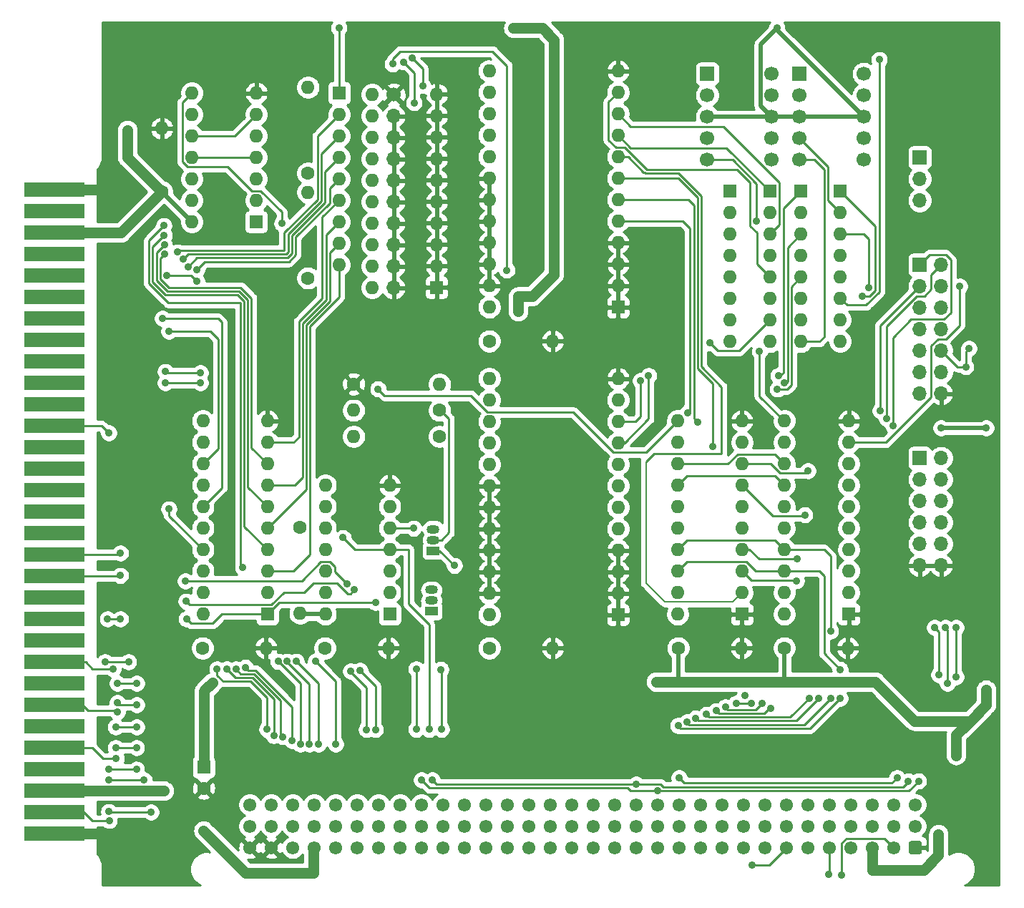
<source format=gbr>
%TF.GenerationSoftware,KiCad,Pcbnew,(5.1.12)-1*%
%TF.CreationDate,2022-05-27T21:16:08+02:00*%
%TF.ProjectId,ec1834-post,65633138-3334-42d7-906f-73742e6b6963,2b*%
%TF.SameCoordinates,Original*%
%TF.FileFunction,Copper,L2,Bot*%
%TF.FilePolarity,Positive*%
%FSLAX46Y46*%
G04 Gerber Fmt 4.6, Leading zero omitted, Abs format (unit mm)*
G04 Created by KiCad (PCBNEW (5.1.12)-1) date 2022-05-27 21:16:08*
%MOMM*%
%LPD*%
G01*
G04 APERTURE LIST*
%TA.AperFunction,ComponentPad*%
%ADD10O,1.700000X1.700000*%
%TD*%
%TA.AperFunction,ComponentPad*%
%ADD11C,1.700000*%
%TD*%
%TA.AperFunction,ComponentPad*%
%ADD12O,1.600000X1.600000*%
%TD*%
%TA.AperFunction,ComponentPad*%
%ADD13R,1.600000X1.600000*%
%TD*%
%TA.AperFunction,ComponentPad*%
%ADD14C,1.600000*%
%TD*%
%TA.AperFunction,ComponentPad*%
%ADD15R,1.500000X1.050000*%
%TD*%
%TA.AperFunction,ComponentPad*%
%ADD16O,1.500000X1.050000*%
%TD*%
%TA.AperFunction,ComponentPad*%
%ADD17C,1.550000*%
%TD*%
%TA.AperFunction,ComponentPad*%
%ADD18R,1.700000X1.700000*%
%TD*%
%TA.AperFunction,ConnectorPad*%
%ADD19R,7.112000X1.778000*%
%TD*%
%TA.AperFunction,ViaPad*%
%ADD20C,0.889000*%
%TD*%
%TA.AperFunction,Conductor*%
%ADD21C,0.500000*%
%TD*%
%TA.AperFunction,Conductor*%
%ADD22C,1.270000*%
%TD*%
%TA.AperFunction,Conductor*%
%ADD23C,0.250000*%
%TD*%
%TA.AperFunction,Conductor*%
%ADD24C,0.200000*%
%TD*%
%TA.AperFunction,Conductor*%
%ADD25C,0.254000*%
%TD*%
%TA.AperFunction,Conductor*%
%ADD26C,0.100000*%
%TD*%
G04 APERTURE END LIST*
D10*
%TO.P,JMPR,10*%
%TO.N,GND*%
X94742000Y-81484000D03*
%TO.P,JMPR,9*%
X94742000Y-78944000D03*
%TO.P,JMPR,8*%
X94742000Y-76404000D03*
%TO.P,JMPR,7*%
X94742000Y-73864000D03*
%TO.P,JMPR,6*%
X94742000Y-71324000D03*
%TO.P,JMPR,5*%
X94742000Y-68784000D03*
%TO.P,JMPR,4*%
X94742000Y-66244000D03*
%TO.P,JMPR,3*%
X94742000Y-63704000D03*
%TO.P,JMPR,2*%
X94742000Y-61164000D03*
D11*
%TO.P,JMPR,1*%
X94742000Y-58624000D03*
%TD*%
D12*
%TO.P,U4,20*%
%TO.N,+5V*%
X128333500Y-120078500D03*
%TO.P,U4,10*%
%TO.N,GND*%
X135953500Y-97218500D03*
%TO.P,U4,19*%
%TO.N,/DB7*%
X128333500Y-117538500D03*
%TO.P,U4,9*%
%TO.N,/DB3*%
X135953500Y-99758500D03*
%TO.P,U4,18*%
%TO.N,D7*%
X128333500Y-114998500D03*
%TO.P,U4,8*%
%TO.N,D3*%
X135953500Y-102298500D03*
%TO.P,U4,17*%
%TO.N,D6*%
X128333500Y-112458500D03*
%TO.P,U4,7*%
%TO.N,D2*%
X135953500Y-104838500D03*
%TO.P,U4,16*%
%TO.N,/DB6*%
X128333500Y-109918500D03*
%TO.P,U4,6*%
%TO.N,/DB2*%
X135953500Y-107378500D03*
%TO.P,U4,15*%
%TO.N,/DB5*%
X128333500Y-107378500D03*
%TO.P,U4,5*%
%TO.N,/DB1*%
X135953500Y-109918500D03*
%TO.P,U4,14*%
%TO.N,D5*%
X128333500Y-104838500D03*
%TO.P,U4,4*%
%TO.N,D1*%
X135953500Y-112458500D03*
%TO.P,U4,13*%
%TO.N,D4*%
X128333500Y-102298500D03*
%TO.P,U4,3*%
%TO.N,D0*%
X135953500Y-114998500D03*
%TO.P,U4,12*%
%TO.N,/DB4*%
X128333500Y-99758500D03*
%TO.P,U4,2*%
%TO.N,/DB0*%
X135953500Y-117538500D03*
%TO.P,U4,11*%
%TO.N,Net-(U3-Pad8)*%
X128333500Y-97218500D03*
D13*
%TO.P,U4,1*%
%TO.N,GND*%
X135953500Y-120078500D03*
%TD*%
D12*
%TO.P,RN5,8*%
%TO.N,Net-(RN5-Pad8)*%
X147574000Y-87782400D03*
%TO.P,RN5,7*%
%TO.N,Net-(RN5-Pad7)*%
X147574000Y-85242400D03*
%TO.P,RN5,6*%
%TO.N,Net-(RN5-Pad6)*%
X147574000Y-82702400D03*
%TO.P,RN5,5*%
%TO.N,Net-(RN5-Pad5)*%
X147574000Y-80162400D03*
%TO.P,RN5,4*%
%TO.N,Net-(RN5-Pad4)*%
X147574000Y-77622400D03*
%TO.P,RN5,3*%
%TO.N,Net-(RN5-Pad3)*%
X147574000Y-75082400D03*
%TO.P,RN5,2*%
%TO.N,Net-(RN5-Pad2)*%
X147574000Y-72542400D03*
D13*
%TO.P,RN5,1*%
%TO.N,Net-(RN5-Pad1)*%
X147574000Y-70002400D03*
%TD*%
D12*
%TO.P,RN4,8*%
%TO.N,Net-(RN4-Pad8)*%
X142900400Y-87833200D03*
%TO.P,RN4,7*%
%TO.N,Net-(RN4-Pad7)*%
X142900400Y-85293200D03*
%TO.P,RN4,6*%
%TO.N,Net-(RN4-Pad6)*%
X142900400Y-82753200D03*
%TO.P,RN4,5*%
%TO.N,Net-(RN4-Pad5)*%
X142900400Y-80213200D03*
%TO.P,RN4,4*%
%TO.N,Net-(RN4-Pad4)*%
X142900400Y-77673200D03*
%TO.P,RN4,3*%
%TO.N,Net-(RN4-Pad3)*%
X142900400Y-75133200D03*
%TO.P,RN4,2*%
%TO.N,Net-(RN4-Pad2)*%
X142900400Y-72593200D03*
D13*
%TO.P,RN4,1*%
%TO.N,Net-(RN4-Pad1)*%
X142900400Y-70053200D03*
%TD*%
D12*
%TO.P,RN3,8*%
%TO.N,Net-(RN3-Pad8)*%
X134518400Y-87782400D03*
%TO.P,RN3,7*%
%TO.N,Net-(RN3-Pad7)*%
X134518400Y-85242400D03*
%TO.P,RN3,6*%
%TO.N,Net-(RN3-Pad6)*%
X134518400Y-82702400D03*
%TO.P,RN3,5*%
%TO.N,Net-(RN3-Pad5)*%
X134518400Y-80162400D03*
%TO.P,RN3,4*%
%TO.N,Net-(RN3-Pad4)*%
X134518400Y-77622400D03*
%TO.P,RN3,3*%
%TO.N,Net-(RN3-Pad3)*%
X134518400Y-75082400D03*
%TO.P,RN3,2*%
%TO.N,Net-(RN3-Pad2)*%
X134518400Y-72542400D03*
D13*
%TO.P,RN3,1*%
%TO.N,Net-(RN3-Pad1)*%
X134518400Y-70002400D03*
%TD*%
D12*
%TO.P,RN2,8*%
%TO.N,Net-(RN2-Pad8)*%
X139242800Y-87833200D03*
%TO.P,RN2,7*%
%TO.N,Net-(RN2-Pad7)*%
X139242800Y-85293200D03*
%TO.P,RN2,6*%
%TO.N,Net-(RN2-Pad6)*%
X139242800Y-82753200D03*
%TO.P,RN2,5*%
%TO.N,Net-(RN2-Pad5)*%
X139242800Y-80213200D03*
%TO.P,RN2,4*%
%TO.N,Net-(RN2-Pad4)*%
X139242800Y-77673200D03*
%TO.P,RN2,3*%
%TO.N,Net-(RN2-Pad3)*%
X139242800Y-75133200D03*
%TO.P,RN2,2*%
%TO.N,Net-(RN2-Pad2)*%
X139242800Y-72593200D03*
D13*
%TO.P,RN2,1*%
%TO.N,Net-(RN2-Pad1)*%
X139242800Y-70053200D03*
%TD*%
D12*
%TO.P,RN1,9*%
%TO.N,Net-(RN1-Pad9)*%
X88295480Y-78724760D03*
%TO.P,RN1,8*%
%TO.N,Net-(RN1-Pad8)*%
X88295480Y-76184760D03*
%TO.P,RN1,7*%
%TO.N,Net-(RN1-Pad7)*%
X88295480Y-73644760D03*
%TO.P,RN1,6*%
%TO.N,Net-(RN1-Pad6)*%
X88295480Y-71104760D03*
%TO.P,RN1,5*%
%TO.N,Net-(RN1-Pad5)*%
X88295480Y-68564760D03*
%TO.P,RN1,4*%
%TO.N,Net-(RN1-Pad4)*%
X88295480Y-66024760D03*
%TO.P,RN1,3*%
%TO.N,Net-(RN1-Pad3)*%
X88295480Y-63484760D03*
%TO.P,RN1,2*%
%TO.N,Net-(RN1-Pad2)*%
X88295480Y-60944760D03*
D13*
%TO.P,RN1,1*%
%TO.N,+5V*%
X88295480Y-58404760D03*
%TD*%
D12*
%TO.P,R6,2*%
%TO.N,Net-(Q2-Pad3)*%
X100177600Y-92862400D03*
D14*
%TO.P,R6,1*%
%TO.N,GND*%
X90017600Y-92862400D03*
%TD*%
D12*
%TO.P,R5,2*%
%TO.N,IOR*%
X90017600Y-99060000D03*
D14*
%TO.P,R5,1*%
%TO.N,Net-(Q2-Pad2)*%
X100177600Y-99060000D03*
%TD*%
D12*
%TO.P,R4,2*%
%TO.N,IOW*%
X90017600Y-95961200D03*
D14*
%TO.P,R4,1*%
%TO.N,Net-(Q1-Pad2)*%
X100177600Y-95961200D03*
%TD*%
D12*
%TO.P,R3,2*%
%TO.N,+5V*%
X84607400Y-70144640D03*
D14*
%TO.P,R3,1*%
%TO.N,/SW_A9*%
X84607400Y-80304640D03*
%TD*%
D12*
%TO.P,R2,2*%
%TO.N,+5V*%
X84607400Y-57744360D03*
D14*
%TO.P,R2,1*%
%TO.N,/SW_A8*%
X84607400Y-67904360D03*
%TD*%
D12*
%TO.P,R1,2*%
%TO.N,+5V*%
X83682840Y-119969280D03*
D14*
%TO.P,R1,1*%
%TO.N,Net-(R1-Pad1)*%
X83682840Y-109809280D03*
%TD*%
D15*
%TO.P,Q2,1*%
%TO.N,Net-(Q1-Pad3)*%
X99212400Y-119735600D03*
D16*
%TO.P,Q2,3*%
%TO.N,Net-(Q2-Pad3)*%
X99212400Y-117195600D03*
%TO.P,Q2,2*%
%TO.N,Net-(Q2-Pad2)*%
X99212400Y-118465600D03*
%TD*%
D15*
%TO.P,Q1,1*%
%TO.N,+5V*%
X99415600Y-112572800D03*
D16*
%TO.P,Q1,3*%
%TO.N,Net-(Q1-Pad3)*%
X99415600Y-110032800D03*
%TO.P,Q1,2*%
%TO.N,Net-(Q1-Pad2)*%
X99415600Y-111302800D03*
%TD*%
D17*
%TO.P,J0,c32*%
%TO.N,Net-(J0-Padc32)*%
X77724000Y-142621000D03*
%TO.P,J0,c31*%
%TO.N,A0*%
X80264000Y-142621000D03*
%TO.P,J0,c30*%
%TO.N,A1*%
X82804000Y-142621000D03*
%TO.P,J0,c29*%
%TO.N,A2*%
X85344000Y-142621000D03*
%TO.P,J0,c28*%
%TO.N,A3*%
X87884000Y-142621000D03*
%TO.P,J0,c27*%
%TO.N,A4*%
X90424000Y-142621000D03*
%TO.P,J0,c26*%
%TO.N,A5*%
X92964000Y-142621000D03*
%TO.P,J0,c25*%
%TO.N,A6*%
X95504000Y-142621000D03*
%TO.P,J0,c24*%
%TO.N,A7*%
X98044000Y-142621000D03*
%TO.P,J0,c23*%
%TO.N,A8*%
X100584000Y-142621000D03*
%TO.P,J0,c22*%
%TO.N,A9*%
X103124000Y-142621000D03*
%TO.P,J0,c21*%
%TO.N,Net-(J0-Padc21)*%
X105664000Y-142621000D03*
%TO.P,J0,c20*%
%TO.N,Net-(J0-Padc20)*%
X108204000Y-142621000D03*
%TO.P,J0,c19*%
%TO.N,Net-(J0-Padc19)*%
X110744000Y-142621000D03*
%TO.P,J0,c18*%
%TO.N,Net-(J0-Padc18)*%
X113284000Y-142621000D03*
%TO.P,J0,c17*%
%TO.N,Net-(J0-Padc17)*%
X115824000Y-142621000D03*
%TO.P,J0,c16*%
%TO.N,Net-(J0-Padc16)*%
X118364000Y-142621000D03*
%TO.P,J0,c15*%
%TO.N,Net-(J0-Padc15)*%
X120904000Y-142621000D03*
%TO.P,J0,c14*%
%TO.N,Net-(J0-Padc14)*%
X123444000Y-142621000D03*
%TO.P,J0,c13*%
%TO.N,Net-(J0-Padc13)*%
X125984000Y-142621000D03*
%TO.P,J0,c12*%
%TO.N,Net-(J0-Padc12)*%
X128524000Y-142621000D03*
%TO.P,J0,c11*%
%TO.N,AEN*%
X131064000Y-142621000D03*
%TO.P,J0,c10*%
%TO.N,Net-(J0-Padc10)*%
X133604000Y-142621000D03*
%TO.P,J0,c9*%
%TO.N,D0*%
X136144000Y-142621000D03*
%TO.P,J0,c8*%
%TO.N,D1*%
X138684000Y-142621000D03*
%TO.P,J0,c7*%
%TO.N,D2*%
X141224000Y-142621000D03*
%TO.P,J0,c6*%
%TO.N,D3*%
X143764000Y-142621000D03*
%TO.P,J0,c5*%
%TO.N,D4*%
X146304000Y-142621000D03*
%TO.P,J0,c4*%
%TO.N,D5*%
X148844000Y-142621000D03*
%TO.P,J0,c3*%
%TO.N,D6*%
X151384000Y-142621000D03*
%TO.P,J0,c2*%
%TO.N,D7*%
X153924000Y-142621000D03*
%TO.P,J0,c1*%
%TO.N,Net-(J0-Padc1)*%
X156464000Y-142621000D03*
%TO.P,J0,b32*%
%TO.N,N/C*%
X77724000Y-145161000D03*
%TO.P,J0,b31*%
X80264000Y-145161000D03*
%TO.P,J0,b30*%
X82804000Y-145161000D03*
%TO.P,J0,b29*%
X85344000Y-145161000D03*
%TO.P,J0,b28*%
X87884000Y-145161000D03*
%TO.P,J0,b27*%
X90424000Y-145161000D03*
%TO.P,J0,b26*%
X92964000Y-145161000D03*
%TO.P,J0,b25*%
X95504000Y-145161000D03*
%TO.P,J0,b24*%
X98044000Y-145161000D03*
%TO.P,J0,b23*%
X100584000Y-145161000D03*
%TO.P,J0,b22*%
X103124000Y-145161000D03*
%TO.P,J0,b21*%
X105664000Y-145161000D03*
%TO.P,J0,b20*%
X108204000Y-145161000D03*
%TO.P,J0,b19*%
X110744000Y-145161000D03*
%TO.P,J0,b18*%
X113284000Y-145161000D03*
%TO.P,J0,b17*%
X115824000Y-145161000D03*
%TO.P,J0,b16*%
X118364000Y-145161000D03*
%TO.P,J0,b15*%
X120904000Y-145161000D03*
%TO.P,J0,b14*%
X123444000Y-145161000D03*
%TO.P,J0,b13*%
X125984000Y-145161000D03*
%TO.P,J0,b12*%
X128524000Y-145161000D03*
%TO.P,J0,b11*%
X131064000Y-145161000D03*
%TO.P,J0,b10*%
X133604000Y-145161000D03*
%TO.P,J0,b9*%
X136144000Y-145161000D03*
%TO.P,J0,b8*%
X138684000Y-145161000D03*
%TO.P,J0,b7*%
X141224000Y-145161000D03*
%TO.P,J0,b6*%
X143764000Y-145161000D03*
%TO.P,J0,b5*%
X146304000Y-145161000D03*
%TO.P,J0,b4*%
X148844000Y-145161000D03*
%TO.P,J0,b3*%
X151384000Y-145161000D03*
%TO.P,J0,b2*%
X153924000Y-145161000D03*
%TO.P,J0,b1*%
X156464000Y-145161000D03*
%TO.P,J0,a32*%
%TO.N,GND*%
X77724000Y-147701000D03*
%TO.P,J0,a31*%
X80264000Y-147701000D03*
%TO.P,J0,a30*%
%TO.N,Net-(J0-Pada30)*%
X82804000Y-147701000D03*
%TO.P,J0,a29*%
%TO.N,+5V*%
X85344000Y-147701000D03*
%TO.P,J0,a28*%
%TO.N,Net-(J0-Pada28)*%
X87884000Y-147701000D03*
%TO.P,J0,a27*%
%TO.N,Net-(J0-Pada27)*%
X90424000Y-147701000D03*
%TO.P,J0,a26*%
%TO.N,Net-(J0-Pada26)*%
X92964000Y-147701000D03*
%TO.P,J0,a25*%
%TO.N,Net-(J0-Pada25)*%
X95504000Y-147701000D03*
%TO.P,J0,a24*%
%TO.N,Net-(J0-Pada24)*%
X98044000Y-147701000D03*
%TO.P,J0,a23*%
%TO.N,Net-(J0-Pada23)*%
X100584000Y-147701000D03*
%TO.P,J0,a22*%
%TO.N,Net-(J0-Pada22)*%
X103124000Y-147701000D03*
%TO.P,J0,a21*%
%TO.N,Net-(J0-Pada21)*%
X105664000Y-147701000D03*
%TO.P,J0,a20*%
%TO.N,CLK*%
X108204000Y-147701000D03*
%TO.P,J0,a19*%
%TO.N,Net-(J0-Pada19)*%
X110744000Y-147701000D03*
%TO.P,J0,a18*%
%TO.N,Net-(J0-Pada18)*%
X113284000Y-147701000D03*
%TO.P,J0,a17*%
%TO.N,Net-(J0-Pada17)*%
X115824000Y-147701000D03*
%TO.P,J0,a16*%
%TO.N,Net-(J0-Pada16)*%
X118364000Y-147701000D03*
%TO.P,J0,a15*%
%TO.N,Net-(J0-Pada15)*%
X120904000Y-147701000D03*
%TO.P,J0,a14*%
%TO.N,IOR*%
X123444000Y-147701000D03*
%TO.P,J0,a13*%
%TO.N,IOW*%
X125984000Y-147701000D03*
%TO.P,J0,a12*%
%TO.N,Net-(J0-Pada12)*%
X128524000Y-147701000D03*
%TO.P,J0,a11*%
%TO.N,Net-(J0-Pada11)*%
X131064000Y-147701000D03*
%TO.P,J0,a10*%
%TO.N,Net-(J0-Pada10)*%
X133604000Y-147701000D03*
%TO.P,J0,a9*%
%TO.N,+12V*%
X136144000Y-147701000D03*
%TO.P,J0,a8*%
%TO.N,Net-(J0-Pada8)*%
X138684000Y-147701000D03*
%TO.P,J0,a7*%
%TO.N,-12V*%
X141224000Y-147701000D03*
%TO.P,J0,a6*%
%TO.N,Net-(J0-Pada6)*%
X143764000Y-147701000D03*
%TO.P,J0,a5*%
%TO.N,-5V*%
X146304000Y-147701000D03*
%TO.P,J0,a4*%
%TO.N,Net-(J0-Pada4)*%
X148844000Y-147701000D03*
%TO.P,J0,a3*%
%TO.N,+5V*%
X151384000Y-147701000D03*
%TO.P,J0,a2*%
%TO.N,RESET*%
X153924000Y-147701000D03*
%TO.P,J0,a1*%
%TO.N,GND*%
%TA.AperFunction,ComponentPad*%
G36*
G01*
X157239000Y-147175999D02*
X157239000Y-148226001D01*
G75*
G02*
X156989001Y-148476000I-249999J0D01*
G01*
X155938999Y-148476000D01*
G75*
G02*
X155689000Y-148226001I0J249999D01*
G01*
X155689000Y-147175999D01*
G75*
G02*
X155938999Y-146926000I249999J0D01*
G01*
X156989001Y-146926000D01*
G75*
G02*
X157239000Y-147175999I0J-249999D01*
G01*
G37*
%TD.AperFunction*%
%TD*%
D12*
%TO.P,U3,14*%
%TO.N,+5V*%
X70866000Y-73660000D03*
%TO.P,U3,7*%
%TO.N,GND*%
X78486000Y-58420000D03*
%TO.P,U3,13*%
%TO.N,/SELA9*%
X70866000Y-71120000D03*
%TO.P,U3,6*%
%TO.N,Net-(U3-Pad1)*%
X78486000Y-60960000D03*
%TO.P,U3,12*%
%TO.N,/SELA8*%
X70866000Y-68580000D03*
%TO.P,U3,5*%
%TO.N,/SEL_AD*%
X78486000Y-63500000D03*
%TO.P,U3,11*%
%TO.N,Net-(U3-Pad11)*%
X70866000Y-66040000D03*
%TO.P,U3,4*%
X78486000Y-66040000D03*
%TO.P,U3,10*%
%TO.N,Net-(U3-Pad1)*%
X70866000Y-63500000D03*
%TO.P,U3,3*%
%TO.N,Net-(U3-Pad3)*%
X78486000Y-68580000D03*
%TO.P,U3,9*%
%TO.N,IOWIOR*%
X70866000Y-60960000D03*
%TO.P,U3,2*%
%TO.N,ENLATCH*%
X78486000Y-71120000D03*
%TO.P,U3,8*%
%TO.N,Net-(U3-Pad8)*%
X70866000Y-58420000D03*
D13*
%TO.P,U3,1*%
%TO.N,Net-(U3-Pad1)*%
X78486000Y-73660000D03*
%TD*%
D12*
%TO.P,U5,24*%
%TO.N,+5V*%
X106045000Y-83756500D03*
%TO.P,U5,12*%
%TO.N,GND*%
X121285000Y-55816500D03*
%TO.P,U5,23*%
X106045000Y-81216500D03*
%TO.P,U5,11*%
%TO.N,Net-(RN2-Pad5)*%
X121285000Y-58356500D03*
%TO.P,U5,22*%
%TO.N,GND*%
X106045000Y-78676500D03*
%TO.P,U5,10*%
%TO.N,Net-(RN2-Pad3)*%
X121285000Y-60896500D03*
%TO.P,U5,21*%
%TO.N,GND*%
X106045000Y-76136500D03*
%TO.P,U5,9*%
%TO.N,Net-(RN2-Pad1)*%
X121285000Y-63436500D03*
%TO.P,U5,20*%
%TO.N,GND*%
X106045000Y-73596500D03*
%TO.P,U5,8*%
%TO.N,/DB0*%
X121285000Y-65976500D03*
%TO.P,U5,19*%
%TO.N,GND*%
X106045000Y-71056500D03*
%TO.P,U5,7*%
%TO.N,/DB1*%
X121285000Y-68516500D03*
%TO.P,U5,18*%
%TO.N,GND*%
X106045000Y-68516500D03*
%TO.P,U5,6*%
%TO.N,/DB2*%
X121285000Y-71056500D03*
%TO.P,U5,17*%
%TO.N,Net-(U5-Pad17)*%
X106045000Y-65976500D03*
%TO.P,U5,5*%
%TO.N,/DB3*%
X121285000Y-73596500D03*
%TO.P,U5,16*%
%TO.N,Net-(RN3-Pad5)*%
X106045000Y-63436500D03*
%TO.P,U5,4*%
%TO.N,GND*%
X121285000Y-76136500D03*
%TO.P,U5,15*%
%TO.N,Net-(RN3-Pad3)*%
X106045000Y-60896500D03*
%TO.P,U5,3*%
%TO.N,GND*%
X121285000Y-78676500D03*
%TO.P,U5,14*%
%TO.N,Net-(RN3-Pad1)*%
X106045000Y-58356500D03*
%TO.P,U5,2*%
%TO.N,GND*%
X121285000Y-81216500D03*
%TO.P,U5,13*%
%TO.N,Net-(RN2-Pad7)*%
X106045000Y-55816500D03*
D13*
%TO.P,U5,1*%
%TO.N,GND*%
X121285000Y-83756500D03*
%TD*%
D12*
%TO.P,C4,2*%
%TO.N,GND*%
X135897000Y-124079000D03*
D14*
%TO.P,C4,1*%
%TO.N,+5V*%
X128397000Y-124079000D03*
%TD*%
D12*
%TO.P,U9,20*%
%TO.N,+5V*%
X140975000Y-120078500D03*
%TO.P,U9,10*%
%TO.N,GND*%
X148595000Y-97218500D03*
%TO.P,U9,19*%
%TO.N,/J2D7*%
X140975000Y-117538500D03*
%TO.P,U9,9*%
%TO.N,/J2D3*%
X148595000Y-99758500D03*
%TO.P,U9,18*%
%TO.N,D7*%
X140975000Y-114998500D03*
%TO.P,U9,8*%
%TO.N,D3*%
X148595000Y-102298500D03*
%TO.P,U9,17*%
%TO.N,D6*%
X140975000Y-112458500D03*
%TO.P,U9,7*%
%TO.N,D2*%
X148595000Y-104838500D03*
%TO.P,U9,16*%
%TO.N,/J2D6*%
X140975000Y-109918500D03*
%TO.P,U9,6*%
%TO.N,/J2D2*%
X148595000Y-107378500D03*
%TO.P,U9,15*%
%TO.N,/J2D5*%
X140975000Y-107378500D03*
%TO.P,U9,5*%
%TO.N,/J2D1*%
X148595000Y-109918500D03*
%TO.P,U9,14*%
%TO.N,D5*%
X140975000Y-104838500D03*
%TO.P,U9,4*%
%TO.N,D1*%
X148595000Y-112458500D03*
%TO.P,U9,13*%
%TO.N,D4*%
X140975000Y-102298500D03*
%TO.P,U9,3*%
%TO.N,D0*%
X148595000Y-114998500D03*
%TO.P,U9,12*%
%TO.N,/J2D4*%
X140975000Y-99758500D03*
%TO.P,U9,2*%
%TO.N,/J2D0*%
X148595000Y-117538500D03*
%TO.P,U9,11*%
%TO.N,Net-(U3-Pad3)*%
X140975000Y-97218500D03*
D13*
%TO.P,U9,1*%
%TO.N,GND*%
X148595000Y-120078500D03*
%TD*%
D12*
%TO.P,C8,2*%
%TO.N,GND*%
X148470000Y-124079000D03*
D14*
%TO.P,C8,1*%
%TO.N,+5V*%
X140970000Y-124079000D03*
%TD*%
%TO.P,C7,2*%
%TO.N,GND*%
X72263000Y-140676000D03*
D13*
%TO.P,C7,1*%
%TO.N,+5V*%
X72263000Y-138176000D03*
%TD*%
D12*
%TO.P,C6,2*%
%TO.N,GND*%
X113545000Y-124079000D03*
D14*
%TO.P,C6,1*%
%TO.N,+5V*%
X106045000Y-124079000D03*
%TD*%
D12*
%TO.P,C5,2*%
%TO.N,GND*%
X113545000Y-87757000D03*
D14*
%TO.P,C5,1*%
%TO.N,+5V*%
X106045000Y-87757000D03*
%TD*%
D10*
%TO.P,J4,12*%
%TO.N,GND*%
X159512000Y-114300000D03*
%TO.P,J4,11*%
X156972000Y-114300000D03*
%TO.P,J4,10*%
%TO.N,Net-(J4-Pad10)*%
X159512000Y-111760000D03*
%TO.P,J4,9*%
%TO.N,RESET*%
X156972000Y-111760000D03*
%TO.P,J4,8*%
%TO.N,-12V*%
X159512000Y-109220000D03*
%TO.P,J4,7*%
%TO.N,Net-(J4-Pad7)*%
X156972000Y-109220000D03*
%TO.P,J4,6*%
%TO.N,Net-(J4-Pad6)*%
X159512000Y-106680000D03*
%TO.P,J4,5*%
%TO.N,-5V*%
X156972000Y-106680000D03*
%TO.P,J4,4*%
%TO.N,+12V*%
X159512000Y-104140000D03*
%TO.P,J4,3*%
%TO.N,Net-(J4-Pad3)*%
X156972000Y-104140000D03*
%TO.P,J4,2*%
%TO.N,Net-(J4-Pad2)*%
X159512000Y-101600000D03*
D18*
%TO.P,J4,1*%
%TO.N,+5V*%
X156972000Y-101600000D03*
%TD*%
D10*
%TO.P,J3,3*%
%TO.N,IOR*%
X156972000Y-71120000D03*
%TO.P,J3,2*%
%TO.N,IOWIOR*%
X156972000Y-68580000D03*
D18*
%TO.P,J3,1*%
%TO.N,IOW*%
X156972000Y-66040000D03*
%TD*%
D10*
%TO.P,J2,14*%
%TO.N,GND*%
X159512000Y-93980000D03*
%TO.P,J2,13*%
%TO.N,+5V*%
X156972000Y-93980000D03*
%TO.P,J2,12*%
%TO.N,RESET*%
X159512000Y-91440000D03*
%TO.P,J2,11*%
%TO.N,CLK*%
X156972000Y-91440000D03*
%TO.P,J2,10*%
%TO.N,IOR*%
X159512000Y-88900000D03*
%TO.P,J2,9*%
%TO.N,IOW*%
X156972000Y-88900000D03*
%TO.P,J2,8*%
%TO.N,/J2D7*%
X159512000Y-86360000D03*
%TO.P,J2,7*%
%TO.N,/J2D6*%
X156972000Y-86360000D03*
%TO.P,J2,6*%
%TO.N,/J2D5*%
X159512000Y-83820000D03*
%TO.P,J2,5*%
%TO.N,/J2D4*%
X156972000Y-83820000D03*
%TO.P,J2,4*%
%TO.N,/J2D3*%
X159512000Y-81280000D03*
%TO.P,J2,3*%
%TO.N,/J2D2*%
X156972000Y-81280000D03*
%TO.P,J2,2*%
%TO.N,/J2D1*%
X159512000Y-78740000D03*
D18*
%TO.P,J2,1*%
%TO.N,/J2D0*%
X156972000Y-78740000D03*
%TD*%
D19*
%TO.P,J1,30*%
%TO.N,Net-(J1-Pad30)*%
X54610000Y-72390000D03*
%TO.P,J1,28*%
%TO.N,Net-(J1-Pad28)*%
X54610000Y-77470000D03*
%TO.P,J1,27*%
%TO.N,Net-(J1-Pad27)*%
X54610000Y-80010000D03*
%TO.P,J1,26*%
%TO.N,Net-(J1-Pad26)*%
X54610000Y-82550000D03*
%TO.P,J1,22*%
%TO.N,Net-(J1-Pad22)*%
X54610000Y-92710000D03*
%TO.P,J1,20*%
%TO.N,CLK*%
X54610000Y-97790000D03*
%TO.P,J1,19*%
%TO.N,Net-(J1-Pad19)*%
X54610000Y-100330000D03*
%TO.P,J1,18*%
%TO.N,Net-(J1-Pad18)*%
X54610000Y-102870000D03*
%TO.P,J1,17*%
%TO.N,Net-(J1-Pad17)*%
X54610000Y-105410000D03*
%TO.P,J1,16*%
%TO.N,Net-(J1-Pad16)*%
X54610000Y-107950000D03*
%TO.P,J1,15*%
%TO.N,Net-(J1-Pad15)*%
X54610000Y-110490000D03*
%TO.P,J1,10*%
%TO.N,Net-(J1-Pad10)*%
X54610000Y-123190000D03*
%TO.P,J1,9*%
%TO.N,+12V*%
X54610000Y-125730000D03*
%TO.P,J1,7*%
%TO.N,-12V*%
X54610000Y-130810000D03*
%TO.P,J1,6*%
%TO.N,Net-(J1-Pad6)*%
X54610000Y-133350000D03*
%TO.P,J1,5*%
%TO.N,-5V*%
X54610000Y-135890000D03*
%TO.P,J1,31*%
%TO.N,GND*%
X54610000Y-69850000D03*
%TO.P,J1,29*%
%TO.N,+5V*%
X54610000Y-74930000D03*
%TO.P,J1,25*%
%TO.N,Net-(J1-Pad25)*%
X54610000Y-85090000D03*
%TO.P,J1,24*%
%TO.N,Net-(J1-Pad24)*%
X54610000Y-87630000D03*
%TO.P,J1,23*%
%TO.N,Net-(J1-Pad23)*%
X54610000Y-90170000D03*
%TO.P,J1,21*%
%TO.N,Net-(J1-Pad21)*%
X54610000Y-95250000D03*
%TO.P,J1,14*%
%TO.N,IOR*%
X54610000Y-113030000D03*
%TO.P,J1,13*%
%TO.N,IOW*%
X54610000Y-115570000D03*
%TO.P,J1,12*%
%TO.N,Net-(J1-Pad12)*%
X54610000Y-118110000D03*
%TO.P,J1,11*%
%TO.N,Net-(J1-Pad11)*%
X54610000Y-120650000D03*
%TO.P,J1,8*%
%TO.N,Net-(J1-Pad8)*%
X54610000Y-128270000D03*
%TO.P,J1,4*%
%TO.N,Net-(J1-Pad4)*%
X54610000Y-138430000D03*
%TO.P,J1,3*%
%TO.N,+5V*%
X54610000Y-140970000D03*
%TO.P,J1,2*%
%TO.N,RESET*%
X54610000Y-143510000D03*
%TO.P,J1,1*%
%TO.N,GND*%
X54610000Y-146050000D03*
%TD*%
D11*
%TO.P,U8,10*%
%TO.N,Net-(RN4-Pad2)*%
X150368000Y-56134000D03*
%TO.P,U8,9*%
%TO.N,Net-(RN4-Pad4)*%
X150368000Y-58674000D03*
%TO.P,U8,8*%
%TO.N,+5V*%
X150368000Y-61214000D03*
%TO.P,U8,7*%
%TO.N,Net-(RN4-Pad6)*%
X150368000Y-63754000D03*
%TO.P,U8,6*%
%TO.N,Net-(U8-Pad6)*%
X150368000Y-66294000D03*
%TO.P,U8,5*%
%TO.N,Net-(RN4-Pad8)*%
X142748000Y-66294000D03*
%TO.P,U8,4*%
%TO.N,Net-(RN5-Pad2)*%
X142748000Y-63754000D03*
%TO.P,U8,3*%
%TO.N,+5V*%
X142748000Y-61214000D03*
%TO.P,U8,2*%
%TO.N,Net-(RN5-Pad4)*%
X142748000Y-58674000D03*
D18*
%TO.P,U8,1*%
%TO.N,Net-(RN5-Pad6)*%
X142748000Y-56134000D03*
%TD*%
D11*
%TO.P,U7,10*%
%TO.N,Net-(RN2-Pad2)*%
X139446000Y-56134000D03*
%TO.P,U7,9*%
%TO.N,Net-(RN2-Pad4)*%
X139446000Y-58674000D03*
%TO.P,U7,8*%
%TO.N,+5V*%
X139446000Y-61214000D03*
%TO.P,U7,7*%
%TO.N,Net-(RN2-Pad6)*%
X139446000Y-63754000D03*
%TO.P,U7,6*%
%TO.N,Net-(U7-Pad6)*%
X139446000Y-66294000D03*
%TO.P,U7,5*%
%TO.N,Net-(RN2-Pad8)*%
X131826000Y-66294000D03*
%TO.P,U7,4*%
%TO.N,Net-(RN3-Pad2)*%
X131826000Y-63754000D03*
%TO.P,U7,3*%
%TO.N,+5V*%
X131826000Y-61214000D03*
%TO.P,U7,2*%
%TO.N,Net-(RN3-Pad4)*%
X131826000Y-58674000D03*
D18*
%TO.P,U7,1*%
%TO.N,Net-(RN3-Pad6)*%
X131826000Y-56134000D03*
%TD*%
D12*
%TO.P,U6,24*%
%TO.N,+5V*%
X106045000Y-120142000D03*
%TO.P,U6,12*%
%TO.N,GND*%
X121285000Y-92202000D03*
%TO.P,U6,23*%
X106045000Y-117602000D03*
%TO.P,U6,11*%
%TO.N,Net-(RN4-Pad5)*%
X121285000Y-94742000D03*
%TO.P,U6,22*%
%TO.N,GND*%
X106045000Y-115062000D03*
%TO.P,U6,10*%
%TO.N,Net-(RN4-Pad3)*%
X121285000Y-97282000D03*
%TO.P,U6,21*%
%TO.N,GND*%
X106045000Y-112522000D03*
%TO.P,U6,9*%
%TO.N,Net-(RN4-Pad1)*%
X121285000Y-99822000D03*
%TO.P,U6,20*%
%TO.N,GND*%
X106045000Y-109982000D03*
%TO.P,U6,8*%
%TO.N,/DB4*%
X121285000Y-102362000D03*
%TO.P,U6,19*%
%TO.N,GND*%
X106045000Y-107442000D03*
%TO.P,U6,7*%
%TO.N,/DB5*%
X121285000Y-104902000D03*
%TO.P,U6,18*%
%TO.N,GND*%
X106045000Y-104902000D03*
%TO.P,U6,6*%
%TO.N,/DB6*%
X121285000Y-107442000D03*
%TO.P,U6,17*%
%TO.N,Net-(U6-Pad17)*%
X106045000Y-102362000D03*
%TO.P,U6,5*%
%TO.N,/DB7*%
X121285000Y-109982000D03*
%TO.P,U6,16*%
%TO.N,Net-(RN5-Pad5)*%
X106045000Y-99822000D03*
%TO.P,U6,4*%
%TO.N,GND*%
X121285000Y-112522000D03*
%TO.P,U6,15*%
%TO.N,Net-(RN5-Pad3)*%
X106045000Y-97282000D03*
%TO.P,U6,3*%
%TO.N,GND*%
X121285000Y-115062000D03*
%TO.P,U6,14*%
%TO.N,Net-(RN5-Pad1)*%
X106045000Y-94742000D03*
%TO.P,U6,2*%
%TO.N,GND*%
X121285000Y-117602000D03*
%TO.P,U6,13*%
%TO.N,Net-(RN4-Pad7)*%
X106045000Y-92202000D03*
D13*
%TO.P,U6,1*%
%TO.N,GND*%
X121285000Y-120142000D03*
%TD*%
D12*
%TO.P,U2,14*%
%TO.N,+5V*%
X86652100Y-120078500D03*
%TO.P,U2,7*%
%TO.N,GND*%
X94272100Y-104838500D03*
%TO.P,U2,13*%
%TO.N,Net-(R1-Pad1)*%
X86652100Y-117538500D03*
%TO.P,U2,6*%
%TO.N,/SELA9*%
X94272100Y-107378500D03*
%TO.P,U2,12*%
%TO.N,Net-(R1-Pad1)*%
X86652100Y-114998500D03*
%TO.P,U2,5*%
%TO.N,/SW_A9*%
X94272100Y-109918500D03*
%TO.P,U2,11*%
%TO.N,Net-(U2-Pad11)*%
X86652100Y-112458500D03*
%TO.P,U2,4*%
%TO.N,A9*%
X94272100Y-112458500D03*
%TO.P,U2,10*%
%TO.N,Net-(R1-Pad1)*%
X86652100Y-109918500D03*
%TO.P,U2,3*%
%TO.N,/SELA8*%
X94272100Y-114998500D03*
%TO.P,U2,9*%
%TO.N,Net-(R1-Pad1)*%
X86652100Y-107378500D03*
%TO.P,U2,2*%
%TO.N,/SW_A8*%
X94272100Y-117538500D03*
%TO.P,U2,8*%
%TO.N,Net-(U2-Pad8)*%
X86652100Y-104838500D03*
D13*
%TO.P,U2,1*%
%TO.N,A8*%
X94272100Y-120078500D03*
%TD*%
D12*
%TO.P,U1,20*%
%TO.N,+5V*%
X72174100Y-120078500D03*
%TO.P,U1,10*%
%TO.N,GND*%
X79794100Y-97218500D03*
%TO.P,U1,19*%
%TO.N,/SEL_AD*%
X72174100Y-117538500D03*
%TO.P,U1,9*%
%TO.N,Net-(RN1-Pad6)*%
X79794100Y-99758500D03*
%TO.P,U1,18*%
%TO.N,Net-(RN1-Pad2)*%
X72174100Y-114998500D03*
%TO.P,U1,8*%
%TO.N,A3*%
X79794100Y-102298500D03*
%TO.P,U1,17*%
%TO.N,A7*%
X72174100Y-112458500D03*
%TO.P,U1,7*%
%TO.N,Net-(RN1-Pad7)*%
X79794100Y-104838500D03*
%TO.P,U1,16*%
%TO.N,Net-(RN1-Pad3)*%
X72174100Y-109918500D03*
%TO.P,U1,6*%
%TO.N,A2*%
X79794100Y-107378500D03*
%TO.P,U1,15*%
%TO.N,A6*%
X72174100Y-107378500D03*
%TO.P,U1,5*%
%TO.N,Net-(RN1-Pad8)*%
X79794100Y-109918500D03*
%TO.P,U1,14*%
%TO.N,Net-(RN1-Pad4)*%
X72174100Y-104838500D03*
%TO.P,U1,4*%
%TO.N,A1*%
X79794100Y-112458500D03*
%TO.P,U1,13*%
%TO.N,A5*%
X72174100Y-102298500D03*
%TO.P,U1,3*%
%TO.N,Net-(RN1-Pad9)*%
X79794100Y-114998500D03*
%TO.P,U1,12*%
%TO.N,Net-(RN1-Pad5)*%
X72174100Y-99758500D03*
%TO.P,U1,2*%
%TO.N,A0*%
X79794100Y-117538500D03*
%TO.P,U1,11*%
%TO.N,A4*%
X72174100Y-97218500D03*
D13*
%TO.P,U1,1*%
%TO.N,AEN*%
X79794100Y-120078500D03*
%TD*%
D12*
%TO.P,SW1,20*%
%TO.N,Net-(RN1-Pad9)*%
X92202000Y-81434000D03*
%TO.P,SW1,10*%
%TO.N,GND*%
X99822000Y-58574000D03*
%TO.P,SW1,19*%
%TO.N,Net-(RN1-Pad8)*%
X92202000Y-78894000D03*
%TO.P,SW1,9*%
%TO.N,GND*%
X99822000Y-61114000D03*
%TO.P,SW1,18*%
%TO.N,Net-(RN1-Pad7)*%
X92202000Y-76354000D03*
%TO.P,SW1,8*%
%TO.N,GND*%
X99822000Y-63654000D03*
%TO.P,SW1,17*%
%TO.N,Net-(RN1-Pad6)*%
X92202000Y-73814000D03*
%TO.P,SW1,7*%
%TO.N,GND*%
X99822000Y-66194000D03*
%TO.P,SW1,16*%
%TO.N,Net-(RN1-Pad5)*%
X92202000Y-71274000D03*
%TO.P,SW1,6*%
%TO.N,GND*%
X99822000Y-68734000D03*
%TO.P,SW1,15*%
%TO.N,Net-(RN1-Pad4)*%
X92202000Y-68734000D03*
%TO.P,SW1,5*%
%TO.N,GND*%
X99822000Y-71274000D03*
%TO.P,SW1,14*%
%TO.N,Net-(RN1-Pad3)*%
X92202000Y-66194000D03*
%TO.P,SW1,4*%
%TO.N,GND*%
X99822000Y-73814000D03*
%TO.P,SW1,13*%
%TO.N,Net-(RN1-Pad2)*%
X92202000Y-63654000D03*
%TO.P,SW1,3*%
%TO.N,GND*%
X99822000Y-76354000D03*
%TO.P,SW1,12*%
%TO.N,/SW_A8*%
X92202000Y-61114000D03*
%TO.P,SW1,2*%
%TO.N,GND*%
X99822000Y-78894000D03*
%TO.P,SW1,11*%
%TO.N,/SW_A9*%
X92202000Y-58574000D03*
D13*
%TO.P,SW1,1*%
%TO.N,GND*%
X99822000Y-81434000D03*
%TD*%
D12*
%TO.P,C3,2*%
%TO.N,GND*%
X67310000Y-62604000D03*
D14*
%TO.P,C3,1*%
%TO.N,+5V*%
X67310000Y-70104000D03*
%TD*%
D12*
%TO.P,C2,2*%
%TO.N,GND*%
X94122100Y-124079000D03*
D14*
%TO.P,C2,1*%
%TO.N,+5V*%
X86622100Y-124079000D03*
%TD*%
D12*
%TO.P,C1,2*%
%TO.N,GND*%
X79644100Y-124079000D03*
D14*
%TO.P,C1,1*%
%TO.N,+5V*%
X72144100Y-124079000D03*
%TD*%
D20*
%TO.N,+5V*%
X67564000Y-140970000D03*
X164846000Y-98044000D03*
X159512000Y-98044000D03*
X125664009Y-128081991D03*
X126680009Y-128081991D03*
X127696009Y-128081991D03*
X161290000Y-135382000D03*
X161290000Y-136398000D03*
X164846000Y-130873500D03*
X164846000Y-129794000D03*
X72421750Y-129063750D03*
X73152000Y-128270000D03*
X63246000Y-65976500D03*
X63246000Y-64897000D03*
X63246000Y-63881000D03*
X108966000Y-50736500D03*
X109982000Y-50736500D03*
X110998000Y-50736500D03*
X109474000Y-84201000D03*
X109474000Y-83248500D03*
X140081000Y-50736500D03*
%TO.N,A0*%
X81064100Y-125666500D03*
X83692381Y-135467018D03*
X76898500Y-114554000D03*
X67564000Y-74104500D03*
%TO.N,A1*%
X82143600Y-125666500D03*
X84771382Y-135466090D03*
X67584156Y-75290844D03*
%TO.N,A2*%
X83223100Y-125666500D03*
X85850385Y-135466090D03*
X67610212Y-76390997D03*
%TO.N,A3*%
X85509100Y-125666500D03*
X87884000Y-135466090D03*
X67610212Y-77470000D03*
%TO.N,A4*%
X77218353Y-126380970D03*
X82707587Y-135026080D03*
X71435000Y-80645000D03*
X67868462Y-80022935D03*
%TO.N,A5*%
X76072503Y-126555500D03*
X81635589Y-134586070D03*
X68151470Y-86614000D03*
%TO.N,A6*%
X74993500Y-126555500D03*
X80557322Y-134465550D03*
X67391970Y-85090000D03*
%TO.N,A7*%
X73850500Y-126555500D03*
X79742454Y-133706050D03*
X68151470Y-107632500D03*
%TO.N,A8*%
X97409000Y-126555500D03*
X97409000Y-133706050D03*
X71882000Y-91503500D03*
X67711460Y-91376500D03*
%TO.N,A9*%
X98933000Y-133706050D03*
X88745202Y-111031202D03*
X71879500Y-92710000D03*
X67711460Y-92710000D03*
%TO.N,AEN*%
X100393500Y-133706050D03*
X100330000Y-126619000D03*
X92583000Y-118681500D03*
X70231000Y-120650000D03*
X62418000Y-120650000D03*
X60899000Y-120650000D03*
%TO.N,D0*%
X136271000Y-129730500D03*
X63373000Y-125730000D03*
X60579000Y-125730000D03*
%TO.N,D1*%
X142494000Y-113538000D03*
X137096500Y-130619500D03*
X135255000Y-130619500D03*
X64325500Y-128270000D03*
X62039500Y-128270000D03*
%TO.N,D2*%
X143383000Y-108331000D03*
X138366500Y-130619500D03*
X133985000Y-131057010D03*
X64325500Y-130810000D03*
X62039500Y-130556000D03*
%TO.N,D3*%
X143764000Y-103124000D03*
X139319000Y-131254500D03*
X132905500Y-131506000D03*
X64325500Y-133413500D03*
X61849000Y-133413500D03*
%TO.N,D4*%
X143891000Y-130048000D03*
X131762500Y-131946010D03*
X64311521Y-135890000D03*
X61849000Y-135890000D03*
%TO.N,D5*%
X145034000Y-130048000D03*
X130492500Y-132386020D03*
X64311521Y-138430000D03*
X61023500Y-138430000D03*
%TO.N,D6*%
X146431000Y-130048000D03*
X129424723Y-132826030D03*
X65214500Y-139700000D03*
X61023500Y-139700500D03*
%TO.N,D7*%
X147574000Y-126619000D03*
X147574000Y-130048000D03*
X128391149Y-133266040D03*
X66040000Y-143510000D03*
X61019694Y-143449099D03*
%TO.N,IOW*%
X125984000Y-140970000D03*
X156845000Y-139827000D03*
X98044000Y-139700000D03*
X62418000Y-115506500D03*
X90737996Y-126732014D03*
X92583000Y-133731000D03*
X70167500Y-118554500D03*
%TO.N,CLK*%
X128524000Y-139446000D03*
X154305000Y-139446000D03*
X61023500Y-98615500D03*
%TO.N,IOR*%
X123444000Y-140208000D03*
X155575000Y-139827000D03*
X99314000Y-139700000D03*
X162433000Y-90805000D03*
X162814000Y-88646000D03*
X62418000Y-112839500D03*
X89662000Y-126812491D03*
X91503997Y-133731000D03*
X70104000Y-116141500D03*
%TO.N,+12V*%
X161290000Y-121666000D03*
X161290000Y-127508000D03*
X61531500Y-126555500D03*
%TO.N,-12V*%
X160020000Y-121666000D03*
X160274000Y-128270000D03*
X137130952Y-149762048D03*
X62039500Y-131635500D03*
%TO.N,-5V*%
X158750000Y-121666000D03*
X159258000Y-127254000D03*
X146240500Y-150870530D03*
X61912500Y-137160000D03*
%TO.N,RESET*%
X61087000Y-144526000D03*
%TO.N,+5V*%
X101917500Y-114317780D03*
X72247760Y-145689320D03*
X159207010Y-146100990D03*
X88265000Y-50736500D03*
%TO.N,D0*%
X142402560Y-116133880D03*
%TO.N,D6*%
X146441160Y-122087640D03*
%TO.N,GND*%
X80772000Y-80073500D03*
X80772000Y-75184000D03*
X82105500Y-88011000D03*
X86169500Y-88011000D03*
X89966800Y-55915560D03*
X89966800Y-55915560D03*
X86547960Y-55915560D03*
X138059160Y-96499680D03*
X140954760Y-94940120D03*
%TO.N,IOW*%
X90088720Y-117215920D03*
%TO.N,IOR*%
X89206212Y-116467708D03*
%TO.N,RESET*%
X147706080Y-150982680D03*
%TO.N,/DB3*%
X129501860Y-96240600D03*
%TO.N,/DB2*%
X130683000Y-97345500D03*
%TO.N,/DB1*%
X132506720Y-100274120D03*
%TO.N,/SW_A9*%
X97089000Y-109918500D03*
%TO.N,Net-(RN1-Pad4)*%
X70413869Y-78970290D03*
%TO.N,Net-(RN1-Pad3)*%
X69827473Y-78064540D03*
%TO.N,Net-(RN1-Pad2)*%
X69129213Y-77241936D03*
%TO.N,/SELA9*%
X97155000Y-59563000D03*
X95885000Y-54737000D03*
%TO.N,/SELA8*%
X98171000Y-57531000D03*
X96901000Y-54229000D03*
%TO.N,Net-(U3-Pad3)*%
X94615000Y-54984011D03*
%TO.N,Net-(RN1-Pad5)*%
X71437500Y-79311500D03*
%TO.N,Net-(U3-Pad3)*%
X108140500Y-79375000D03*
X138033760Y-89007469D03*
%TO.N,/J2D3*%
X161696400Y-81280000D03*
%TO.N,/J2D2*%
X152307192Y-96019655D03*
%TO.N,/J2D1*%
X153066692Y-96921927D03*
%TO.N,/J2D0*%
X153826192Y-97793792D03*
%TO.N,Net-(U3-Pad8)*%
X81526409Y-73860689D03*
X92893510Y-93431360D03*
%TO.N,Net-(RN2-Pad8)*%
X137697930Y-73568560D03*
%TO.N,Net-(RN2-Pad7)*%
X132161280Y-87995760D03*
%TO.N,Net-(RN4-Pad5)*%
X140158253Y-93444013D03*
%TO.N,Net-(RN4-Pad3)*%
X123946920Y-92461080D03*
X140933409Y-92684513D03*
%TO.N,Net-(RN4-Pad1)*%
X124912120Y-91846499D03*
X140253720Y-91846499D03*
%TO.N,Net-(RN5-Pad6)*%
X152196800Y-54457600D03*
%TO.N,Net-(RN5-Pad3)*%
X150980100Y-81410648D03*
%TO.N,Net-(RN5-Pad1)*%
X150220600Y-82448400D03*
%TD*%
D21*
%TO.N,+5V*%
X86652100Y-120078500D02*
X83731100Y-120078500D01*
D22*
X55753000Y-74930000D02*
X56578500Y-74930000D01*
X54610000Y-74930000D02*
X62357000Y-74930000D01*
D21*
X164846000Y-98044000D02*
X159512000Y-98044000D01*
D22*
X161290000Y-134366000D02*
X162941000Y-132715000D01*
X162941000Y-132715000D02*
X164846000Y-130810000D01*
X156337000Y-132715000D02*
X162941000Y-132715000D01*
X151703991Y-128081991D02*
X156337000Y-132715000D01*
D21*
X140970000Y-127762000D02*
X140650009Y-128081991D01*
D22*
X140650009Y-128081991D02*
X151703991Y-128081991D01*
D21*
X140970000Y-124079000D02*
X140970000Y-127762000D01*
X128397000Y-124079000D02*
X128397000Y-127766982D01*
D22*
X128016000Y-128081991D02*
X140650009Y-128081991D01*
X126680009Y-128081991D02*
X125795991Y-128081991D01*
X127696009Y-128081991D02*
X126680009Y-128081991D01*
X161290000Y-134366000D02*
X161290000Y-136779000D01*
X72263000Y-138176000D02*
X72263000Y-129222500D01*
X72263000Y-129222500D02*
X72421750Y-129063750D01*
X72421750Y-129063750D02*
X73337492Y-128148008D01*
X65214500Y-140970000D02*
X67564000Y-140970000D01*
X62484000Y-74930000D02*
X67310000Y-70104000D01*
X67310000Y-70104000D02*
X63246000Y-66040000D01*
X111125000Y-82486500D02*
X113728500Y-79883000D01*
X113728500Y-79883000D02*
X113728500Y-52133500D01*
X113728500Y-52133500D02*
X112331500Y-50736500D01*
X112331500Y-50736500D02*
X110998000Y-50736500D01*
X108966000Y-50736500D02*
X108902500Y-50736500D01*
X109982000Y-50736500D02*
X108966000Y-50736500D01*
X110998000Y-50736500D02*
X109982000Y-50736500D01*
X109474000Y-82486500D02*
X109474000Y-83248500D01*
X109474000Y-84201000D02*
X109474000Y-84264500D01*
X109474000Y-83248500D02*
X109474000Y-84201000D01*
X109474000Y-82486500D02*
X111125000Y-82486500D01*
D21*
X67310000Y-70104000D02*
X70866000Y-73660000D01*
D23*
%TO.N,A0*%
X82166501Y-126768901D02*
X81064100Y-125666500D01*
X83692381Y-135467018D02*
X83692381Y-128294781D01*
X76898500Y-114554000D02*
X76594470Y-114249970D01*
X76594470Y-114249970D02*
X76594470Y-83236506D01*
X65788931Y-75879569D02*
X67564000Y-74104500D01*
X65788931Y-80934270D02*
X65788931Y-75879569D01*
X68091167Y-83236506D02*
X65788931Y-80934270D01*
X76594470Y-83236506D02*
X68091167Y-83236506D01*
%TO.N,A1*%
X82143600Y-125717268D02*
X82143600Y-125666500D01*
X84771382Y-128345050D02*
X82143600Y-125717268D01*
X84771382Y-135466090D02*
X84771382Y-128345050D01*
X79794100Y-112458500D02*
X77034480Y-109698880D01*
X77034480Y-83054248D02*
X76264752Y-82284520D01*
X77034480Y-109698880D02*
X77034480Y-83054248D01*
X66228941Y-76646059D02*
X67584156Y-75290844D01*
X66228941Y-80752012D02*
X66228941Y-76646059D01*
X67761448Y-82284519D02*
X66228941Y-80752012D01*
X76264752Y-82284520D02*
X67761448Y-82284519D01*
%TO.N,A2*%
X85850385Y-128293785D02*
X83223100Y-125666500D01*
X85850385Y-135466090D02*
X85850385Y-128293785D01*
X66668951Y-77332258D02*
X67610212Y-76390997D01*
X67943707Y-81844510D02*
X66668951Y-80569754D01*
X76447011Y-81844511D02*
X67943707Y-81844510D01*
X66668951Y-80569754D02*
X66668951Y-77332258D01*
X77461758Y-82859258D02*
X76447011Y-81844511D01*
X77474490Y-82859258D02*
X77461758Y-82859258D01*
X77474490Y-105058890D02*
X77474490Y-82859258D01*
X79794100Y-107378500D02*
X77474490Y-105058890D01*
%TO.N,A3*%
X87884000Y-128041400D02*
X85509100Y-125666500D01*
X87884000Y-135466090D02*
X87884000Y-128041400D01*
X79794100Y-102298500D02*
X77914500Y-100418900D01*
X77914500Y-100418900D02*
X77914500Y-82677000D01*
X76642001Y-81404501D02*
X68514001Y-81404501D01*
X77914500Y-82677000D02*
X76642001Y-81404501D01*
X67108961Y-77971251D02*
X67610212Y-77470000D01*
X67108961Y-80387496D02*
X67108961Y-77971251D01*
X68125966Y-81404501D02*
X67108961Y-80387496D01*
%TO.N,A4*%
X82280229Y-130599354D02*
X78381336Y-126700461D01*
X77537844Y-126700461D02*
X77218353Y-126380970D01*
X78381336Y-126700461D02*
X77537844Y-126700461D01*
X82707587Y-131026712D02*
X82707587Y-135026080D01*
X70812935Y-80022935D02*
X67868462Y-80022935D01*
X71435000Y-80645000D02*
X70812935Y-80022935D01*
%TO.N,A5*%
X81370765Y-130312158D02*
X78199077Y-127140470D01*
X76657473Y-127140470D02*
X76072503Y-126555500D01*
X78199077Y-127140470D02*
X76657473Y-127140470D01*
X81370765Y-134321246D02*
X81635589Y-134586070D01*
X81370765Y-130312158D02*
X81370765Y-134321246D01*
X68151470Y-86614000D02*
X73025000Y-86614000D01*
X73025000Y-86614000D02*
X73981990Y-87570990D01*
X73981990Y-100490610D02*
X72174100Y-102298500D01*
X73981990Y-87570990D02*
X73981990Y-100490610D01*
%TO.N,A6*%
X76018480Y-127580480D02*
X74993500Y-126555500D01*
X78016819Y-127580480D02*
X76018480Y-127580480D01*
X80557322Y-130120983D02*
X78016819Y-127580480D01*
X80557322Y-134465550D02*
X80557322Y-130120983D01*
X67391970Y-85090000D02*
X73977500Y-85090000D01*
X73977500Y-85090000D02*
X74422000Y-85534500D01*
X74422000Y-105130600D02*
X72174100Y-107378500D01*
X74422000Y-85534500D02*
X74422000Y-105130600D01*
%TO.N,A7*%
X73850500Y-127317500D02*
X73850500Y-126555500D01*
X74553490Y-128020490D02*
X73850500Y-127317500D01*
X77834561Y-128020490D02*
X74553490Y-128020490D01*
X79742454Y-129928383D02*
X77834561Y-128020490D01*
X79742454Y-133706050D02*
X79742454Y-129928383D01*
X68151470Y-108435870D02*
X68151470Y-107632500D01*
X72174100Y-112458500D02*
X68151470Y-108435870D01*
%TO.N,A8*%
X97409000Y-126555500D02*
X97409000Y-133706050D01*
X67838460Y-91503500D02*
X67711460Y-91376500D01*
X71882000Y-91503500D02*
X67838460Y-91503500D01*
%TO.N,A9*%
X94272100Y-112458500D02*
X96520000Y-112458500D01*
X90172500Y-112458500D02*
X88745202Y-111031202D01*
X94272100Y-112458500D02*
X90172500Y-112458500D01*
X71879500Y-92710000D02*
X67711460Y-92710000D01*
%TO.N,AEN*%
X100393500Y-126682500D02*
X100330000Y-126619000D01*
X100393500Y-133706050D02*
X100393500Y-126682500D01*
X81191100Y-118681500D02*
X79794100Y-120078500D01*
X92583000Y-118681500D02*
X81191100Y-118681500D01*
X79794100Y-120078500D02*
X74422000Y-120078500D01*
X70774501Y-121193501D02*
X70231000Y-120650000D01*
X73306999Y-121193501D02*
X70774501Y-121193501D01*
X74422000Y-120078500D02*
X73306999Y-121193501D01*
X62418000Y-120650000D02*
X60899000Y-120650000D01*
%TO.N,D0*%
X63373000Y-125730000D02*
X60579000Y-125730000D01*
%TO.N,D1*%
X135953500Y-112458500D02*
X136842500Y-112458500D01*
X137957501Y-113573501D02*
X142458499Y-113573501D01*
X136842500Y-112458500D02*
X137957501Y-113573501D01*
X142458499Y-113573501D02*
X142494000Y-113538000D01*
X137096500Y-130619500D02*
X135255000Y-130619500D01*
X64325500Y-128270000D02*
X62039500Y-128270000D01*
%TO.N,D2*%
X143220499Y-108493501D02*
X143383000Y-108331000D01*
X139608501Y-108493501D02*
X143220499Y-108493501D01*
X135953500Y-104838500D02*
X139608501Y-108493501D01*
X134306991Y-131379001D02*
X133985000Y-131057010D01*
X137606999Y-131379001D02*
X134306991Y-131379001D01*
X138366500Y-130619500D02*
X137606999Y-131379001D01*
X64325500Y-130810000D02*
X62483503Y-130810000D01*
X62293500Y-130810000D02*
X62039500Y-130556000D01*
%TO.N,D3*%
X143474499Y-103413501D02*
X143764000Y-103124000D01*
X140439799Y-103413501D02*
X143474499Y-103413501D01*
X139324798Y-102298500D02*
X140439799Y-103413501D01*
X135953500Y-102298500D02*
X139324798Y-102298500D01*
X133218511Y-131819011D02*
X132905500Y-131506000D01*
X138563989Y-131819011D02*
X133218511Y-131819011D01*
X139255500Y-131127500D02*
X138563989Y-131819011D01*
X64325500Y-133413500D02*
X61849000Y-133413500D01*
%TO.N,D7*%
X137603702Y-114998500D02*
X136488701Y-113883499D01*
X140975000Y-114998500D02*
X137603702Y-114998500D01*
%TO.N,D4*%
X143891000Y-130048000D02*
X141679979Y-132259021D01*
X132081991Y-132265501D02*
X131762500Y-131946010D01*
X141673499Y-132265501D02*
X132081991Y-132265501D01*
X64311521Y-135890000D02*
X61849000Y-135890000D01*
%TO.N,D6*%
X142538562Y-112458500D02*
X140975000Y-112458500D01*
%TO.N,D5*%
X142376489Y-132705511D02*
X130800511Y-132705511D01*
X145034000Y-130048000D02*
X142376489Y-132705511D01*
X130800511Y-132694031D02*
X130492500Y-132386020D01*
X130800511Y-132705511D02*
X130800511Y-132694031D01*
X64311521Y-138430000D02*
X61023500Y-138430000D01*
%TO.N,D6*%
X146431000Y-130048000D02*
X143333479Y-133145521D01*
X129744214Y-133145521D02*
X129424723Y-132826030D01*
X143333479Y-133145521D02*
X129744214Y-133145521D01*
X61024000Y-139700000D02*
X61023500Y-139700500D01*
X65214500Y-139700000D02*
X61024000Y-139700000D01*
%TO.N,D7*%
X147574000Y-126619000D02*
X147555062Y-126619000D01*
X147574000Y-130048000D02*
X144036469Y-133585531D01*
X128710640Y-133585531D02*
X128391149Y-133266040D01*
X144036469Y-133585531D02*
X128710640Y-133585531D01*
X61080595Y-143510000D02*
X61019694Y-143449099D01*
X66040000Y-143510000D02*
X61080595Y-143510000D01*
%TO.N,IOW*%
X125984000Y-140970000D02*
X155556063Y-140969999D01*
X125984000Y-140970000D02*
X122749990Y-140970000D01*
X122428000Y-140648010D02*
X98992010Y-140648010D01*
X122749990Y-140970000D02*
X122428000Y-140648010D01*
X98992010Y-140648010D02*
X98044000Y-139700000D01*
X155702001Y-140969999D02*
X155556063Y-140969999D01*
X156845000Y-139827000D02*
X155702001Y-140969999D01*
X62354500Y-115570000D02*
X62418000Y-115506500D01*
X54610000Y-115570000D02*
X62354500Y-115570000D01*
X92583000Y-128577018D02*
X92583000Y-133731000D01*
X90737996Y-126732014D02*
X92583000Y-128577018D01*
X81775332Y-117475000D02*
X84175600Y-117475000D01*
X80286833Y-118963499D02*
X81775332Y-117475000D01*
X70576499Y-118963499D02*
X80286833Y-118963499D01*
X70167500Y-118554500D02*
X70576499Y-118963499D01*
%TO.N,CLK*%
X129147980Y-140069980D02*
X128524000Y-139446000D01*
X153681020Y-140069980D02*
X129147980Y-140069980D01*
X154305000Y-139446000D02*
X153681020Y-140069980D01*
X60198000Y-97790000D02*
X54610000Y-97790000D01*
X61023500Y-98615500D02*
X60198000Y-97790000D01*
%TO.N,IOR*%
X155009010Y-140519990D02*
X155575000Y-139954000D01*
X155575000Y-139954000D02*
X155575000Y-139827000D01*
X126672852Y-140519990D02*
X155009010Y-140519990D01*
X126353361Y-140200499D02*
X126672852Y-140519990D01*
X123451501Y-140200499D02*
X126353361Y-140200499D01*
X123444000Y-140208000D02*
X109111938Y-140208000D01*
X99822000Y-140208000D02*
X99314000Y-139700000D01*
X162433000Y-90805000D02*
X162433000Y-89027000D01*
X162433000Y-89027000D02*
X162814000Y-88646000D01*
X62227500Y-113030000D02*
X62418000Y-112839500D01*
X54610000Y-113030000D02*
X62227500Y-113030000D01*
X91503997Y-133731000D02*
X91503997Y-128778497D01*
X89662000Y-126936500D02*
X89662000Y-126812491D01*
X91503997Y-128778497D02*
X89662000Y-126936500D01*
X83858898Y-116141500D02*
X70104000Y-116141500D01*
X86116899Y-113883499D02*
X83858898Y-116141500D01*
X87187301Y-113883499D02*
X86116899Y-113883499D01*
%TO.N,+12V*%
X161290000Y-127508000D02*
X161290000Y-121666000D01*
X61531500Y-126555500D02*
X59118500Y-126555500D01*
X58293000Y-125730000D02*
X54610000Y-125730000D01*
X59118500Y-126555500D02*
X58293000Y-125730000D01*
%TO.N,-12V*%
X160274000Y-121920000D02*
X160020000Y-121666000D01*
X160274000Y-128270000D02*
X160274000Y-121920000D01*
X139162952Y-149762048D02*
X137130952Y-149762048D01*
X141224000Y-147701000D02*
X139162952Y-149762048D01*
X62103000Y-131508500D02*
X58610500Y-131508500D01*
X57912000Y-130810000D02*
X54610000Y-130810000D01*
X58610500Y-131508500D02*
X57912000Y-130810000D01*
%TO.N,-5V*%
X159258000Y-122174000D02*
X158750000Y-121666000D01*
X159258000Y-127254000D02*
X159258000Y-122174000D01*
X146304000Y-150807030D02*
X146240500Y-150870530D01*
X146304000Y-147701000D02*
X146304000Y-150807030D01*
X61912500Y-137160000D02*
X60325000Y-137160000D01*
X59055000Y-135890000D02*
X54610000Y-135890000D01*
X60325000Y-137160000D02*
X59055000Y-135890000D01*
%TO.N,RESET*%
X54610000Y-143510000D02*
X58039000Y-143510000D01*
X59055000Y-144526000D02*
X61087000Y-144526000D01*
X58039000Y-143510000D02*
X59055000Y-144526000D01*
X153987500Y-147764500D02*
X153924000Y-147701000D01*
D21*
%TO.N,+5V*%
X142748000Y-61214000D02*
X150368000Y-61214000D01*
X139446000Y-61214000D02*
X142748000Y-61214000D01*
X131826000Y-61214000D02*
X139446000Y-61214000D01*
D23*
X140081000Y-50927000D02*
X140081000Y-50736500D01*
D21*
X150368000Y-61214000D02*
X140081000Y-50927000D01*
D23*
X100172520Y-112572800D02*
X101917500Y-114317780D01*
X99415600Y-112572800D02*
X100172520Y-112572800D01*
D22*
X72247760Y-145689320D02*
X77246480Y-150688040D01*
X77246480Y-150688040D02*
X85232240Y-150688040D01*
X85232240Y-147812760D02*
X85344000Y-147701000D01*
X85232240Y-150688040D02*
X85232240Y-147812760D01*
X157454600Y-150327360D02*
X151384000Y-150327360D01*
X151384000Y-150327360D02*
X151384000Y-147701000D01*
X159207010Y-148574950D02*
X157454600Y-150327360D01*
X159207010Y-146100990D02*
X159207010Y-148574950D01*
X63246000Y-66040000D02*
X63246000Y-62801500D01*
X164846000Y-130810000D02*
X164846000Y-129032000D01*
X54610000Y-140970000D02*
X65214500Y-140970000D01*
X128016000Y-128081991D02*
X127696009Y-128081991D01*
X62357000Y-74930000D02*
X62484000Y-74930000D01*
D23*
X88295480Y-50766980D02*
X88265000Y-50736500D01*
X88295480Y-58404760D02*
X88295480Y-50766980D01*
D21*
X138280999Y-60048999D02*
X139446000Y-61214000D01*
X138155999Y-59923999D02*
X138280999Y-60048999D01*
X138155999Y-52661501D02*
X138155999Y-59923999D01*
X140081000Y-50736500D02*
X138155999Y-52661501D01*
D23*
%TO.N,A0*%
X83692381Y-128294781D02*
X82166501Y-126768901D01*
%TO.N,A3*%
X68514001Y-81404501D02*
X68125966Y-81404501D01*
%TO.N,A4*%
X82280229Y-130599354D02*
X82707587Y-131026712D01*
%TO.N,A9*%
X98933000Y-121298202D02*
X98933000Y-133706050D01*
X96520000Y-118885202D02*
X98933000Y-121298202D01*
X96520000Y-112458500D02*
X96520000Y-118885202D01*
%TO.N,D0*%
X135953500Y-114998500D02*
X137068501Y-116113501D01*
X142382181Y-116113501D02*
X142402560Y-116133880D01*
X137068501Y-116113501D02*
X142382181Y-116113501D01*
%TO.N,D2*%
X62483503Y-130810000D02*
X62293500Y-130810000D01*
%TO.N,D4*%
X139859999Y-101183499D02*
X140975000Y-102298500D01*
X135418299Y-101183499D02*
X139859999Y-101183499D01*
X134303298Y-102298500D02*
X135418299Y-101183499D01*
X128333500Y-102298500D02*
X134303298Y-102298500D01*
X141679979Y-132259021D02*
X141673499Y-132265501D01*
%TO.N,D5*%
X139859999Y-103723499D02*
X140975000Y-104838500D01*
X129448501Y-103723499D02*
X139859999Y-103723499D01*
X128333500Y-104838500D02*
X129448501Y-103723499D01*
%TO.N,D6*%
X129448501Y-111343499D02*
X128333500Y-112458500D01*
X139859999Y-111343499D02*
X129448501Y-111343499D01*
X140975000Y-112458500D02*
X139859999Y-111343499D01*
X146441160Y-122087640D02*
X146441160Y-113233200D01*
X145666460Y-112458500D02*
X142538562Y-112458500D01*
X146441160Y-113233200D02*
X145666460Y-112458500D01*
%TO.N,D7*%
X129448501Y-113883499D02*
X128333500Y-114998500D01*
X136488701Y-113883499D02*
X134421939Y-113883499D01*
X134421939Y-113883499D02*
X129448501Y-113883499D01*
X134421939Y-113883499D02*
X134274501Y-113883499D01*
X145681659Y-124726659D02*
X145681659Y-117370901D01*
X147574000Y-126619000D02*
X145681659Y-124726659D01*
X145681659Y-117370901D02*
X145684240Y-117368320D01*
X145684240Y-117368320D02*
X145684240Y-115549680D01*
X145133060Y-114998500D02*
X140975000Y-114998500D01*
X145684240Y-115549680D02*
X145133060Y-114998500D01*
D22*
%TO.N,GND*%
X54610000Y-146050000D02*
X66357500Y-146050000D01*
X54610000Y-69850000D02*
X62674500Y-69850000D01*
D23*
%TO.N,IOW*%
X89644221Y-117660419D02*
X90088720Y-117215920D01*
X89274861Y-117660419D02*
X89644221Y-117660419D01*
X88037941Y-116423499D02*
X89274861Y-117660419D01*
X85227101Y-116423499D02*
X88037941Y-116423499D01*
X84175600Y-117475000D02*
X85227101Y-116423499D01*
%TO.N,IOR*%
X161417000Y-90805000D02*
X162433000Y-90805000D01*
X159512000Y-88900000D02*
X161417000Y-90805000D01*
X87767101Y-115028597D02*
X89206212Y-116467708D01*
X87767101Y-114463299D02*
X87767101Y-115028597D01*
X87767101Y-114463299D02*
X87187301Y-113883499D01*
X109111938Y-140208000D02*
X99822000Y-140208000D01*
%TO.N,RESET*%
X147753999Y-147177799D02*
X147753999Y-150593719D01*
X152833999Y-146610999D02*
X148320799Y-146610999D01*
X148320799Y-146610999D02*
X147753999Y-147177799D01*
X153924000Y-147701000D02*
X152833999Y-146610999D01*
X147706080Y-150641638D02*
X147706080Y-150982680D01*
X147753999Y-150593719D02*
X147706080Y-150641638D01*
%TO.N,/DB3*%
X121285000Y-73596500D02*
X128938020Y-73596500D01*
X128938020Y-73596500D02*
X129753360Y-74411840D01*
X129753360Y-95989100D02*
X129501860Y-96240600D01*
X129753360Y-74411840D02*
X129753360Y-95989100D01*
%TO.N,/DB2*%
X121285000Y-71056500D02*
X129587081Y-71056500D01*
X130683000Y-97345500D02*
X130261360Y-96923860D01*
X130261360Y-71730779D02*
X129587081Y-71056500D01*
X130261360Y-96923860D02*
X130261360Y-71730779D01*
%TO.N,/DB1*%
X121285000Y-68516500D02*
X128427512Y-68516500D01*
X128427512Y-68516500D02*
X130715430Y-70804418D01*
X130715430Y-70804418D02*
X130715431Y-90982179D01*
X132524500Y-92791248D02*
X132524500Y-100256340D01*
X130715431Y-90982179D02*
X132524500Y-92791248D01*
X132524500Y-100256340D02*
X132506720Y-100274120D01*
D24*
%TO.N,/DB0*%
X126807301Y-118628501D02*
X124581920Y-116403120D01*
X134863499Y-118628501D02*
X126807301Y-118628501D01*
X135953500Y-117538500D02*
X134863499Y-118628501D01*
D23*
X125544580Y-101058980D02*
X124581920Y-102021640D01*
X133540500Y-101058980D02*
X125544580Y-101058980D01*
X133540500Y-93184980D02*
X133540500Y-101058980D01*
X131155440Y-70622160D02*
X131155440Y-90799920D01*
X128435690Y-67902410D02*
X131155440Y-70622160D01*
X124506374Y-67902410D02*
X128435690Y-67902410D01*
X124411804Y-67807840D02*
X124506374Y-67902410D01*
X131155440Y-90799920D02*
X133540500Y-93184980D01*
X124322840Y-67807840D02*
X124411804Y-67807840D01*
X121285000Y-65976500D02*
X122491500Y-65976500D01*
X122491500Y-65976500D02*
X124322840Y-67807840D01*
D24*
X124581920Y-116403120D02*
X124581920Y-102021640D01*
D23*
%TO.N,/SW_A9*%
X97089000Y-109918500D02*
X94272100Y-109918500D01*
%TO.N,Net-(RN1-Pad2)*%
X69129213Y-77241936D02*
X69329680Y-77041469D01*
%TO.N,/SELA9*%
X97155000Y-59563000D02*
X97155000Y-56007000D01*
X97155000Y-56007000D02*
X95885000Y-54737000D01*
%TO.N,/SELA8*%
X98171000Y-57531000D02*
X98171000Y-55499000D01*
X98171000Y-55499000D02*
X96901000Y-54229000D01*
%TO.N,Net-(U3-Pad1)*%
X75946000Y-63500000D02*
X78486000Y-60960000D01*
X70866000Y-63500000D02*
X75946000Y-63500000D01*
%TO.N,Net-(U3-Pad11)*%
X70866000Y-66040000D02*
X78486000Y-66040000D01*
%TO.N,Net-(U3-Pad3)*%
X106430999Y-53469499D02*
X108140500Y-55179000D01*
X95500895Y-53469499D02*
X106430999Y-53469499D01*
X94615000Y-54355394D02*
X95500895Y-53469499D01*
X94615000Y-54984011D02*
X94615000Y-54355394D01*
%TO.N,Net-(RN4-Pad3)*%
X123380500Y-97282000D02*
X121285000Y-97282000D01*
X123952000Y-96710500D02*
X123380500Y-97282000D01*
%TO.N,Net-(RN4-Pad1)*%
X122047000Y-99822000D02*
X121285000Y-99822000D01*
X124904500Y-96964500D02*
X122047000Y-99822000D01*
%TO.N,Net-(RN1-Pad9)*%
X82841302Y-114998500D02*
X84846101Y-112993701D01*
X79794100Y-114998500D02*
X82841302Y-114998500D01*
X84846101Y-86644539D02*
X84846101Y-86004459D01*
X84846101Y-112993701D02*
X84846101Y-86644539D01*
X84846101Y-86644539D02*
X84846101Y-86349899D01*
X88295480Y-82555080D02*
X88295480Y-78724760D01*
X84846101Y-86004459D02*
X88295480Y-82555080D01*
%TO.N,Net-(RN1-Pad8)*%
X84406091Y-105306509D02*
X84406091Y-85818331D01*
X79794100Y-109918500D02*
X84406091Y-105306509D01*
X87180479Y-77299761D02*
X87180479Y-83047813D01*
X88295480Y-76184760D02*
X87180479Y-77299761D01*
X84409961Y-85818331D02*
X84406091Y-85818331D01*
X87180479Y-83047813D02*
X84409961Y-85818331D01*
%TO.N,Net-(RN1-Pad7)*%
X83032600Y-104838500D02*
X79794100Y-104838500D01*
X83966081Y-103905019D02*
X83032600Y-104838500D01*
X83966081Y-85636073D02*
X83966081Y-103905019D01*
X86740469Y-82861685D02*
X83966081Y-85636073D01*
X86740469Y-75199771D02*
X86740469Y-82861685D01*
X88295480Y-73644760D02*
X86740469Y-75199771D01*
%TO.N,Net-(RN1-Pad6)*%
X82867500Y-99758500D02*
X79794100Y-99758500D01*
X83526072Y-99099928D02*
X82867500Y-99758500D01*
X83526072Y-85453814D02*
X83526072Y-99099928D01*
X86300459Y-82679427D02*
X83526072Y-85453814D01*
X86300459Y-73099781D02*
X86300459Y-82679427D01*
X88295480Y-71104760D02*
X86300459Y-73099781D01*
%TO.N,Net-(RN1-Pad5)*%
X71437500Y-79311500D02*
X72387501Y-78361499D01*
X72387501Y-78361499D02*
X82357001Y-78361499D01*
X87180479Y-69679761D02*
X88295480Y-68564760D01*
X87180479Y-71424645D02*
X87180479Y-69679761D01*
X83130256Y-75474868D02*
X87180479Y-71424645D01*
X83130256Y-77588244D02*
X83130256Y-75474868D01*
X82357001Y-78361499D02*
X83130256Y-77588244D01*
%TO.N,Net-(RN1-Pad4)*%
X71462670Y-77921489D02*
X70413869Y-78970290D01*
X82174743Y-77921489D02*
X71462670Y-77921489D01*
X82690247Y-75292609D02*
X86602421Y-71380435D01*
X82690247Y-77405985D02*
X82690247Y-75292609D01*
X82174743Y-77921489D02*
X82690247Y-77405985D01*
X86602421Y-67717819D02*
X88295480Y-66024760D01*
X86602421Y-71380435D02*
X86602421Y-67717819D01*
%TO.N,Net-(U3-Pad3)*%
X108140500Y-55179000D02*
X108140500Y-79375000D01*
X138033760Y-94277260D02*
X140975000Y-97218500D01*
X138033760Y-89007469D02*
X138033760Y-94277260D01*
%TO.N,/J2D3*%
X160071201Y-87525001D02*
X161696400Y-85899802D01*
X161696400Y-85899802D02*
X161696400Y-81280000D01*
X159162797Y-87525001D02*
X160071201Y-87525001D01*
X158346999Y-88340799D02*
X159162797Y-87525001D01*
X158346999Y-94397047D02*
X158346999Y-88340799D01*
X152985546Y-99758500D02*
X158346999Y-94397047D01*
X148595000Y-99758500D02*
X152985546Y-99758500D01*
%TO.N,/J2D2*%
X152307192Y-85944808D02*
X156972000Y-81280000D01*
X152307192Y-96019655D02*
X152307192Y-85944808D01*
%TO.N,/J2D1*%
X158346999Y-81629203D02*
X158346999Y-79905001D01*
X157531201Y-82445001D02*
X158346999Y-81629203D01*
X156622797Y-82445001D02*
X157531201Y-82445001D01*
X158346999Y-79905001D02*
X159512000Y-78740000D01*
X153066692Y-86001106D02*
X156622797Y-82445001D01*
X153066692Y-96921927D02*
X153066692Y-86001106D01*
%TO.N,/J2D0*%
X158137001Y-77574999D02*
X156972000Y-78740000D01*
X160071201Y-77574999D02*
X158137001Y-77574999D01*
X160677001Y-78180799D02*
X160071201Y-77574999D01*
X160677001Y-84379201D02*
X160677001Y-78180799D01*
X159861203Y-85194999D02*
X160677001Y-84379201D01*
X155978001Y-85194999D02*
X159861203Y-85194999D01*
X153826192Y-87346808D02*
X155978001Y-85194999D01*
X153826192Y-97793792D02*
X153826192Y-87346808D01*
%TO.N,Net-(Q1-Pad2)*%
X101292601Y-110425799D02*
X101292601Y-96974601D01*
X100415600Y-111302800D02*
X101292601Y-110425799D01*
X101292601Y-96974601D02*
X100177600Y-95859600D01*
X99415600Y-111302800D02*
X100415600Y-111302800D01*
%TO.N,Net-(RN1-Pad3)*%
X69827473Y-78064540D02*
X70410534Y-77481479D01*
X70410534Y-77481479D02*
X81992485Y-77481479D01*
X81992485Y-77481479D02*
X81986120Y-77481479D01*
X81992485Y-77481479D02*
X82250237Y-77223727D01*
X82250237Y-75110351D02*
X86162411Y-71198177D01*
X82250237Y-77223727D02*
X82250237Y-75110351D01*
X86162411Y-65617829D02*
X88295480Y-63484760D01*
X86162411Y-71198177D02*
X86162411Y-65617829D01*
%TO.N,Net-(RN1-Pad2)*%
X69329680Y-77041469D02*
X81810227Y-77041469D01*
X85722401Y-63517839D02*
X88295480Y-60944760D01*
X81810227Y-77041469D02*
X81810227Y-74928093D01*
X85722401Y-71015919D02*
X85722401Y-63517839D01*
X81810227Y-74928093D02*
X85722401Y-71015919D01*
%TO.N,Net-(U3-Pad8)*%
X81526409Y-72510207D02*
X81526409Y-73860689D01*
X79021201Y-70004999D02*
X81526409Y-72510207D01*
X77950799Y-70004999D02*
X79021201Y-70004999D01*
X70330799Y-67155001D02*
X75100801Y-67155001D01*
X69750999Y-66575201D02*
X70330799Y-67155001D01*
X75100801Y-67155001D02*
X77950799Y-70004999D01*
X69750999Y-59535001D02*
X69750999Y-66575201D01*
X70866000Y-58420000D02*
X69750999Y-59535001D01*
X124614999Y-100937001D02*
X128333500Y-97218500D01*
X120749799Y-100937001D02*
X124614999Y-100937001D01*
X115979797Y-96166999D02*
X120749799Y-100937001D01*
X105819797Y-96166999D02*
X115979797Y-96166999D01*
X103859597Y-94206799D02*
X105819797Y-96166999D01*
X93668949Y-94206799D02*
X103859597Y-94206799D01*
X92893510Y-93431360D02*
X93668949Y-94206799D01*
%TO.N,Net-(RN2-Pad8)*%
X137697930Y-69130598D02*
X137697930Y-73568560D01*
X134861332Y-66294000D02*
X137697930Y-69130598D01*
X131826000Y-66294000D02*
X134861332Y-66294000D01*
%TO.N,Net-(RN2-Pad7)*%
X135638599Y-88897401D02*
X139242800Y-85293200D01*
X133062921Y-88897401D02*
X135638599Y-88897401D01*
X132161280Y-87995760D02*
X133062921Y-88897401D01*
%TO.N,Net-(RN2-Pad5)*%
X122087731Y-64861499D02*
X124688632Y-67462400D01*
X120169999Y-63971701D02*
X121059797Y-64861499D01*
X120169999Y-59471501D02*
X120169999Y-63971701D01*
X121059797Y-64861499D02*
X122087731Y-64861499D01*
X121285000Y-58356500D02*
X120169999Y-59471501D01*
X136938429Y-69034069D02*
X136938429Y-74139469D01*
X135366760Y-67462400D02*
X136938429Y-69034069D01*
X124688632Y-67462400D02*
X135366760Y-67462400D01*
X136938429Y-74139469D02*
X137708640Y-74909680D01*
X137708640Y-78679040D02*
X139242800Y-80213200D01*
X137708640Y-74909680D02*
X137708640Y-78679040D01*
%TO.N,Net-(RN2-Pad3)*%
X140357801Y-69001199D02*
X140357801Y-74018199D01*
X133735603Y-62379001D02*
X140357801Y-69001199D01*
X140357801Y-74018199D02*
X139242800Y-75133200D01*
X122767501Y-62379001D02*
X133735603Y-62379001D01*
X121285000Y-60896500D02*
X122767501Y-62379001D01*
%TO.N,Net-(RN2-Pad1)*%
X122767501Y-64919001D02*
X121285000Y-63436500D01*
X134108601Y-64919001D02*
X122767501Y-64919001D01*
X139242800Y-70053200D02*
X134108601Y-64919001D01*
%TO.N,Net-(RN4-Pad8)*%
X145711590Y-67479590D02*
X144526000Y-66294000D01*
X145711590Y-87257210D02*
X145711590Y-67479590D01*
X144526000Y-66294000D02*
X142748000Y-66294000D01*
X145135600Y-87833200D02*
X145711590Y-87257210D01*
X142900400Y-87833200D02*
X145135600Y-87833200D01*
%TO.N,Net-(RN4-Pad5)*%
X141785399Y-81328201D02*
X142900400Y-80213200D01*
X141785399Y-88368401D02*
X141785399Y-81328201D01*
X141297971Y-93444013D02*
X140158253Y-93444013D01*
X141785929Y-92956055D02*
X141297971Y-93444013D01*
X141785929Y-88368931D02*
X141785929Y-92956055D01*
X141785399Y-88368401D02*
X141785929Y-88368931D01*
%TO.N,Net-(RN4-Pad3)*%
X141345390Y-76688210D02*
X141345390Y-92551990D01*
X142900400Y-75133200D02*
X141345390Y-76688210D01*
X141345920Y-92552520D02*
X141345390Y-92551990D01*
X123952000Y-92466160D02*
X123946920Y-92461080D01*
X123952000Y-96710500D02*
X123952000Y-92466160D01*
X141213927Y-92684513D02*
X141345920Y-92552520D01*
X140933409Y-92684513D02*
X141213927Y-92684513D01*
%TO.N,Net-(RN4-Pad1)*%
X124904500Y-91854119D02*
X124912120Y-91846499D01*
X124904500Y-96964500D02*
X124904500Y-91854119D01*
X140905380Y-72048220D02*
X142900400Y-70053200D01*
X140905380Y-91445080D02*
X140905380Y-72048220D01*
X140503961Y-91846499D02*
X140905380Y-91445080D01*
X140253720Y-91846499D02*
X140503961Y-91846499D01*
%TO.N,Net-(RN5-Pad6)*%
X152196800Y-81940278D02*
X152196800Y-54457600D01*
X150634679Y-83502399D02*
X152196800Y-81940278D01*
X148373999Y-83502399D02*
X150634679Y-83502399D01*
X147574000Y-82702400D02*
X148373999Y-83502399D01*
%TO.N,Net-(RN5-Pad3)*%
X150980100Y-81410648D02*
X150980100Y-75694500D01*
X150368000Y-75082400D02*
X147574000Y-75082400D01*
X150980100Y-75694500D02*
X150368000Y-75082400D01*
%TO.N,Net-(RN5-Pad2)*%
X147574000Y-72542400D02*
X146151600Y-71120000D01*
X146151600Y-67157600D02*
X142748000Y-63754000D01*
X146151600Y-71120000D02*
X146151600Y-67157600D01*
%TO.N,Net-(RN5-Pad1)*%
X151739601Y-74168001D02*
X147574000Y-70002400D01*
X151739601Y-81775209D02*
X151739601Y-74168001D01*
X151066410Y-82448400D02*
X151739601Y-81775209D01*
X150220600Y-82448400D02*
X151066410Y-82448400D01*
%TD*%
D25*
%TO.N,GND*%
X166339722Y-50068490D02*
X166340500Y-50075891D01*
X166340501Y-152153616D01*
X166339510Y-152163722D01*
X166332109Y-152164500D01*
X162283299Y-152164500D01*
X162519776Y-152066548D01*
X162857173Y-151841106D01*
X163144106Y-151554173D01*
X163369548Y-151216776D01*
X163524835Y-150841880D01*
X163604000Y-150443892D01*
X163604000Y-150038108D01*
X163524835Y-149640120D01*
X163369548Y-149265224D01*
X163144106Y-148927827D01*
X162857173Y-148640894D01*
X162519776Y-148415452D01*
X162144880Y-148260165D01*
X161746892Y-148181000D01*
X161341108Y-148181000D01*
X160943120Y-148260165D01*
X160568224Y-148415452D01*
X160477010Y-148476399D01*
X160477010Y-146038610D01*
X160458633Y-145852027D01*
X160386013Y-145612631D01*
X160268085Y-145392002D01*
X160109380Y-145198620D01*
X159915997Y-145039915D01*
X159695368Y-144921987D01*
X159455972Y-144849367D01*
X159207010Y-144824846D01*
X158958047Y-144849367D01*
X158718651Y-144921987D01*
X158498022Y-145039915D01*
X158304640Y-145198620D01*
X158145935Y-145392003D01*
X158028007Y-145612632D01*
X157955387Y-145852028D01*
X157937010Y-146038611D01*
X157937011Y-148048898D01*
X157874781Y-148111128D01*
X157874000Y-147986750D01*
X157715250Y-147828000D01*
X156591000Y-147828000D01*
X156591000Y-147848000D01*
X156337000Y-147848000D01*
X156337000Y-147828000D01*
X156317000Y-147828000D01*
X156317000Y-147574000D01*
X156337000Y-147574000D01*
X156337000Y-147554000D01*
X156591000Y-147554000D01*
X156591000Y-147574000D01*
X157715250Y-147574000D01*
X157874000Y-147415250D01*
X157877072Y-146926000D01*
X157864812Y-146801518D01*
X157828502Y-146681820D01*
X157769537Y-146571506D01*
X157690185Y-146474815D01*
X157593494Y-146395463D01*
X157483180Y-146336498D01*
X157363482Y-146300188D01*
X157305555Y-146294483D01*
X157362822Y-146256218D01*
X157559218Y-146059822D01*
X157713525Y-145828885D01*
X157819814Y-145572282D01*
X157874000Y-145299873D01*
X157874000Y-145022127D01*
X157819814Y-144749718D01*
X157713525Y-144493115D01*
X157559218Y-144262178D01*
X157362822Y-144065782D01*
X157131885Y-143911475D01*
X157082454Y-143891000D01*
X157131885Y-143870525D01*
X157362822Y-143716218D01*
X157559218Y-143519822D01*
X157713525Y-143288885D01*
X157819814Y-143032282D01*
X157874000Y-142759873D01*
X157874000Y-142482127D01*
X157819814Y-142209718D01*
X157713525Y-141953115D01*
X157559218Y-141722178D01*
X157362822Y-141525782D01*
X157131885Y-141371475D01*
X156875282Y-141265186D01*
X156602873Y-141211000D01*
X156535801Y-141211000D01*
X156840302Y-140906500D01*
X156951321Y-140906500D01*
X157159878Y-140865015D01*
X157356335Y-140783640D01*
X157533141Y-140665502D01*
X157683502Y-140515141D01*
X157801640Y-140338335D01*
X157883015Y-140141878D01*
X157924500Y-139933321D01*
X157924500Y-139720679D01*
X157883015Y-139512122D01*
X157801640Y-139315665D01*
X157683502Y-139138859D01*
X157533141Y-138988498D01*
X157356335Y-138870360D01*
X157159878Y-138788985D01*
X156951321Y-138747500D01*
X156738679Y-138747500D01*
X156530122Y-138788985D01*
X156333665Y-138870360D01*
X156210000Y-138952990D01*
X156086335Y-138870360D01*
X155889878Y-138788985D01*
X155681321Y-138747500D01*
X155468679Y-138747500D01*
X155260122Y-138788985D01*
X155185071Y-138820072D01*
X155143502Y-138757859D01*
X154993141Y-138607498D01*
X154816335Y-138489360D01*
X154619878Y-138407985D01*
X154411321Y-138366500D01*
X154198679Y-138366500D01*
X153990122Y-138407985D01*
X153793665Y-138489360D01*
X153616859Y-138607498D01*
X153466498Y-138757859D01*
X153348360Y-138934665D01*
X153266985Y-139131122D01*
X153231408Y-139309980D01*
X129597592Y-139309980D01*
X129562015Y-139131122D01*
X129480640Y-138934665D01*
X129362502Y-138757859D01*
X129212141Y-138607498D01*
X129035335Y-138489360D01*
X128838878Y-138407985D01*
X128630321Y-138366500D01*
X128417679Y-138366500D01*
X128209122Y-138407985D01*
X128012665Y-138489360D01*
X127835859Y-138607498D01*
X127685498Y-138757859D01*
X127567360Y-138934665D01*
X127485985Y-139131122D01*
X127444500Y-139339679D01*
X127444500Y-139552321D01*
X127485808Y-139759990D01*
X126987653Y-139759990D01*
X126917165Y-139689502D01*
X126893362Y-139660498D01*
X126777637Y-139565525D01*
X126645608Y-139494953D01*
X126502347Y-139451496D01*
X126390694Y-139440499D01*
X126390683Y-139440499D01*
X126353361Y-139436823D01*
X126316039Y-139440499D01*
X124203142Y-139440499D01*
X124132141Y-139369498D01*
X123955335Y-139251360D01*
X123758878Y-139169985D01*
X123550321Y-139128500D01*
X123337679Y-139128500D01*
X123129122Y-139169985D01*
X122932665Y-139251360D01*
X122755859Y-139369498D01*
X122677357Y-139448000D01*
X100364522Y-139448000D01*
X100352015Y-139385122D01*
X100270640Y-139188665D01*
X100152502Y-139011859D01*
X100002141Y-138861498D01*
X99825335Y-138743360D01*
X99628878Y-138661985D01*
X99420321Y-138620500D01*
X99207679Y-138620500D01*
X98999122Y-138661985D01*
X98802665Y-138743360D01*
X98679000Y-138825990D01*
X98555335Y-138743360D01*
X98358878Y-138661985D01*
X98150321Y-138620500D01*
X97937679Y-138620500D01*
X97729122Y-138661985D01*
X97532665Y-138743360D01*
X97355859Y-138861498D01*
X97205498Y-139011859D01*
X97087360Y-139188665D01*
X97005985Y-139385122D01*
X96964500Y-139593679D01*
X96964500Y-139806321D01*
X97005985Y-140014878D01*
X97087360Y-140211335D01*
X97205498Y-140388141D01*
X97355859Y-140538502D01*
X97532665Y-140656640D01*
X97729122Y-140738015D01*
X97937679Y-140779500D01*
X98048698Y-140779500D01*
X98428210Y-141159012D01*
X98452009Y-141188011D01*
X98481007Y-141211809D01*
X98567734Y-141282984D01*
X98699763Y-141353556D01*
X98843024Y-141397013D01*
X98992010Y-141411687D01*
X99029343Y-141408010D01*
X99861436Y-141408010D01*
X99685178Y-141525782D01*
X99488782Y-141722178D01*
X99334475Y-141953115D01*
X99314000Y-142002546D01*
X99293525Y-141953115D01*
X99139218Y-141722178D01*
X98942822Y-141525782D01*
X98711885Y-141371475D01*
X98455282Y-141265186D01*
X98182873Y-141211000D01*
X97905127Y-141211000D01*
X97632718Y-141265186D01*
X97376115Y-141371475D01*
X97145178Y-141525782D01*
X96948782Y-141722178D01*
X96794475Y-141953115D01*
X96774000Y-142002546D01*
X96753525Y-141953115D01*
X96599218Y-141722178D01*
X96402822Y-141525782D01*
X96171885Y-141371475D01*
X95915282Y-141265186D01*
X95642873Y-141211000D01*
X95365127Y-141211000D01*
X95092718Y-141265186D01*
X94836115Y-141371475D01*
X94605178Y-141525782D01*
X94408782Y-141722178D01*
X94254475Y-141953115D01*
X94234000Y-142002546D01*
X94213525Y-141953115D01*
X94059218Y-141722178D01*
X93862822Y-141525782D01*
X93631885Y-141371475D01*
X93375282Y-141265186D01*
X93102873Y-141211000D01*
X92825127Y-141211000D01*
X92552718Y-141265186D01*
X92296115Y-141371475D01*
X92065178Y-141525782D01*
X91868782Y-141722178D01*
X91714475Y-141953115D01*
X91694000Y-142002546D01*
X91673525Y-141953115D01*
X91519218Y-141722178D01*
X91322822Y-141525782D01*
X91091885Y-141371475D01*
X90835282Y-141265186D01*
X90562873Y-141211000D01*
X90285127Y-141211000D01*
X90012718Y-141265186D01*
X89756115Y-141371475D01*
X89525178Y-141525782D01*
X89328782Y-141722178D01*
X89174475Y-141953115D01*
X89154000Y-142002546D01*
X89133525Y-141953115D01*
X88979218Y-141722178D01*
X88782822Y-141525782D01*
X88551885Y-141371475D01*
X88295282Y-141265186D01*
X88022873Y-141211000D01*
X87745127Y-141211000D01*
X87472718Y-141265186D01*
X87216115Y-141371475D01*
X86985178Y-141525782D01*
X86788782Y-141722178D01*
X86634475Y-141953115D01*
X86614000Y-142002546D01*
X86593525Y-141953115D01*
X86439218Y-141722178D01*
X86242822Y-141525782D01*
X86011885Y-141371475D01*
X85755282Y-141265186D01*
X85482873Y-141211000D01*
X85205127Y-141211000D01*
X84932718Y-141265186D01*
X84676115Y-141371475D01*
X84445178Y-141525782D01*
X84248782Y-141722178D01*
X84094475Y-141953115D01*
X84074000Y-142002546D01*
X84053525Y-141953115D01*
X83899218Y-141722178D01*
X83702822Y-141525782D01*
X83471885Y-141371475D01*
X83215282Y-141265186D01*
X82942873Y-141211000D01*
X82665127Y-141211000D01*
X82392718Y-141265186D01*
X82136115Y-141371475D01*
X81905178Y-141525782D01*
X81708782Y-141722178D01*
X81554475Y-141953115D01*
X81534000Y-142002546D01*
X81513525Y-141953115D01*
X81359218Y-141722178D01*
X81162822Y-141525782D01*
X80931885Y-141371475D01*
X80675282Y-141265186D01*
X80402873Y-141211000D01*
X80125127Y-141211000D01*
X79852718Y-141265186D01*
X79596115Y-141371475D01*
X79365178Y-141525782D01*
X79168782Y-141722178D01*
X79014475Y-141953115D01*
X78994000Y-142002546D01*
X78973525Y-141953115D01*
X78819218Y-141722178D01*
X78622822Y-141525782D01*
X78391885Y-141371475D01*
X78135282Y-141265186D01*
X77862873Y-141211000D01*
X77585127Y-141211000D01*
X77312718Y-141265186D01*
X77056115Y-141371475D01*
X76825178Y-141525782D01*
X76628782Y-141722178D01*
X76474475Y-141953115D01*
X76368186Y-142209718D01*
X76314000Y-142482127D01*
X76314000Y-142759873D01*
X76368186Y-143032282D01*
X76474475Y-143288885D01*
X76628782Y-143519822D01*
X76825178Y-143716218D01*
X77056115Y-143870525D01*
X77105546Y-143891000D01*
X77056115Y-143911475D01*
X76825178Y-144065782D01*
X76628782Y-144262178D01*
X76474475Y-144493115D01*
X76368186Y-144749718D01*
X76314000Y-145022127D01*
X76314000Y-145299873D01*
X76368186Y-145572282D01*
X76474475Y-145828885D01*
X76628782Y-146059822D01*
X76825178Y-146256218D01*
X77056115Y-146410525D01*
X77101202Y-146429201D01*
X76997310Y-146484732D01*
X76928756Y-146726151D01*
X77724000Y-147521395D01*
X78519244Y-146726151D01*
X78450690Y-146484732D01*
X78339376Y-146432275D01*
X78391885Y-146410525D01*
X78622822Y-146256218D01*
X78819218Y-146059822D01*
X78973525Y-145828885D01*
X78994000Y-145779454D01*
X79014475Y-145828885D01*
X79168782Y-146059822D01*
X79365178Y-146256218D01*
X79596115Y-146410525D01*
X79641202Y-146429201D01*
X79537310Y-146484732D01*
X79468756Y-146726151D01*
X80264000Y-147521395D01*
X81059244Y-146726151D01*
X80990690Y-146484732D01*
X80879376Y-146432275D01*
X80931885Y-146410525D01*
X81162822Y-146256218D01*
X81359218Y-146059822D01*
X81513525Y-145828885D01*
X81534000Y-145779454D01*
X81554475Y-145828885D01*
X81708782Y-146059822D01*
X81905178Y-146256218D01*
X82136115Y-146410525D01*
X82185546Y-146431000D01*
X82136115Y-146451475D01*
X81905178Y-146605782D01*
X81708782Y-146802178D01*
X81554475Y-147033115D01*
X81535799Y-147078202D01*
X81480268Y-146974310D01*
X81238849Y-146905756D01*
X80443605Y-147701000D01*
X81238849Y-148496244D01*
X81480268Y-148427690D01*
X81532725Y-148316376D01*
X81554475Y-148368885D01*
X81708782Y-148599822D01*
X81905178Y-148796218D01*
X82136115Y-148950525D01*
X82392718Y-149056814D01*
X82665127Y-149111000D01*
X82942873Y-149111000D01*
X83215282Y-149056814D01*
X83471885Y-148950525D01*
X83702822Y-148796218D01*
X83899218Y-148599822D01*
X83962241Y-148505502D01*
X83962240Y-149418040D01*
X77772532Y-149418040D01*
X77437110Y-149082619D01*
X77518071Y-149102778D01*
X77795502Y-149116018D01*
X78070184Y-149074879D01*
X78331562Y-148980943D01*
X78450690Y-148917268D01*
X78519244Y-148675849D01*
X79468756Y-148675849D01*
X79537310Y-148917268D01*
X79788556Y-149035668D01*
X80058071Y-149102778D01*
X80335502Y-149116018D01*
X80610184Y-149074879D01*
X80871562Y-148980943D01*
X80990690Y-148917268D01*
X81059244Y-148675849D01*
X80264000Y-147880605D01*
X79468756Y-148675849D01*
X78519244Y-148675849D01*
X77724000Y-147880605D01*
X77709858Y-147894748D01*
X77530253Y-147715143D01*
X77544395Y-147701000D01*
X77903605Y-147701000D01*
X78698849Y-148496244D01*
X78940268Y-148427690D01*
X78990620Y-148320841D01*
X79047732Y-148427690D01*
X79289151Y-148496244D01*
X80084395Y-147701000D01*
X79289151Y-146905756D01*
X79047732Y-146974310D01*
X78997380Y-147081159D01*
X78940268Y-146974310D01*
X78698849Y-146905756D01*
X77903605Y-147701000D01*
X77544395Y-147701000D01*
X76749151Y-146905756D01*
X76507732Y-146974310D01*
X76389332Y-147225556D01*
X76322222Y-147495071D01*
X76308982Y-147772502D01*
X76341040Y-147986548D01*
X73101676Y-144747186D01*
X72956747Y-144628246D01*
X72736119Y-144510318D01*
X72496723Y-144437697D01*
X72247760Y-144413177D01*
X71998797Y-144437697D01*
X71759401Y-144510318D01*
X71538773Y-144628246D01*
X71345390Y-144786950D01*
X71186686Y-144980333D01*
X71068758Y-145200961D01*
X70996137Y-145440357D01*
X70971617Y-145689320D01*
X70996137Y-145938283D01*
X71068758Y-146177679D01*
X71186686Y-146398307D01*
X71305626Y-146543236D01*
X72967350Y-148204961D01*
X72846892Y-148181000D01*
X72441108Y-148181000D01*
X72043120Y-148260165D01*
X71668224Y-148415452D01*
X71330827Y-148640894D01*
X71043894Y-148927827D01*
X70818452Y-149265224D01*
X70663165Y-149640120D01*
X70584000Y-150038108D01*
X70584000Y-150443892D01*
X70663165Y-150841880D01*
X70818452Y-151216776D01*
X71043894Y-151554173D01*
X71330827Y-151841106D01*
X71668224Y-152066548D01*
X71904701Y-152164500D01*
X60272373Y-152164500D01*
X60262278Y-152163510D01*
X60261500Y-152156109D01*
X60261500Y-149819447D01*
X60258026Y-149784177D01*
X60258075Y-149777205D01*
X60256950Y-149765734D01*
X60233633Y-149543882D01*
X60218604Y-149470666D01*
X60204569Y-149397094D01*
X60201237Y-149386060D01*
X60135272Y-149172962D01*
X60106301Y-149104044D01*
X60078251Y-149034618D01*
X60072839Y-149024441D01*
X59966739Y-148828214D01*
X59924936Y-148766238D01*
X59883935Y-148703582D01*
X59876649Y-148694650D01*
X59734456Y-148522768D01*
X59690000Y-148478622D01*
X59690000Y-145286000D01*
X60320357Y-145286000D01*
X60398859Y-145364502D01*
X60575665Y-145482640D01*
X60772122Y-145564015D01*
X60980679Y-145605500D01*
X61193321Y-145605500D01*
X61401878Y-145564015D01*
X61598335Y-145482640D01*
X61775141Y-145364502D01*
X61925502Y-145214141D01*
X62043640Y-145037335D01*
X62125015Y-144840878D01*
X62166500Y-144632321D01*
X62166500Y-144419679D01*
X62136727Y-144270000D01*
X65273357Y-144270000D01*
X65351859Y-144348502D01*
X65528665Y-144466640D01*
X65725122Y-144548015D01*
X65933679Y-144589500D01*
X66146321Y-144589500D01*
X66354878Y-144548015D01*
X66551335Y-144466640D01*
X66728141Y-144348502D01*
X66878502Y-144198141D01*
X66996640Y-144021335D01*
X67078015Y-143824878D01*
X67119500Y-143616321D01*
X67119500Y-143403679D01*
X67078015Y-143195122D01*
X66996640Y-142998665D01*
X66878502Y-142821859D01*
X66728141Y-142671498D01*
X66551335Y-142553360D01*
X66354878Y-142471985D01*
X66146321Y-142430500D01*
X65933679Y-142430500D01*
X65725122Y-142471985D01*
X65528665Y-142553360D01*
X65351859Y-142671498D01*
X65273357Y-142750000D01*
X61847238Y-142750000D01*
X61707835Y-142610597D01*
X61531029Y-142492459D01*
X61334572Y-142411084D01*
X61126015Y-142369599D01*
X60913373Y-142369599D01*
X60704816Y-142411084D01*
X60508359Y-142492459D01*
X60331553Y-142610597D01*
X60181192Y-142760958D01*
X60063054Y-142937764D01*
X59981679Y-143134221D01*
X59940194Y-143342778D01*
X59940194Y-143555420D01*
X59981679Y-143763977D01*
X59982517Y-143766000D01*
X59690000Y-143766000D01*
X59690000Y-142240000D01*
X67626380Y-142240000D01*
X67812963Y-142221623D01*
X68052359Y-142149003D01*
X68272988Y-142031075D01*
X68466370Y-141872370D01*
X68625075Y-141678988D01*
X68630572Y-141668702D01*
X71449903Y-141668702D01*
X71521486Y-141912671D01*
X71776996Y-142033571D01*
X72051184Y-142102300D01*
X72333512Y-142116217D01*
X72613130Y-142074787D01*
X72879292Y-141979603D01*
X73004514Y-141912671D01*
X73076097Y-141668702D01*
X72263000Y-140855605D01*
X71449903Y-141668702D01*
X68630572Y-141668702D01*
X68743003Y-141458359D01*
X68815623Y-141218963D01*
X68840144Y-140970000D01*
X68818133Y-140746512D01*
X70822783Y-140746512D01*
X70864213Y-141026130D01*
X70959397Y-141292292D01*
X71026329Y-141417514D01*
X71270298Y-141489097D01*
X72083395Y-140676000D01*
X72442605Y-140676000D01*
X73255702Y-141489097D01*
X73499671Y-141417514D01*
X73620571Y-141162004D01*
X73689300Y-140887816D01*
X73703217Y-140605488D01*
X73661787Y-140325870D01*
X73566603Y-140059708D01*
X73499671Y-139934486D01*
X73255702Y-139862903D01*
X72442605Y-140676000D01*
X72083395Y-140676000D01*
X71270298Y-139862903D01*
X71026329Y-139934486D01*
X70905429Y-140189996D01*
X70836700Y-140464184D01*
X70822783Y-140746512D01*
X68818133Y-140746512D01*
X68815623Y-140721037D01*
X68743003Y-140481641D01*
X68625075Y-140261012D01*
X68466370Y-140067630D01*
X68272988Y-139908925D01*
X68052359Y-139790997D01*
X67812963Y-139718377D01*
X67626380Y-139700000D01*
X66294000Y-139700000D01*
X66294000Y-139593679D01*
X66252515Y-139385122D01*
X66171140Y-139188665D01*
X66053002Y-139011859D01*
X65902641Y-138861498D01*
X65725835Y-138743360D01*
X65529378Y-138661985D01*
X65372242Y-138630728D01*
X65391021Y-138536321D01*
X65391021Y-138323679D01*
X65349536Y-138115122D01*
X65268161Y-137918665D01*
X65150023Y-137741859D01*
X64999662Y-137591498D01*
X64822856Y-137473360D01*
X64626399Y-137391985D01*
X64546038Y-137376000D01*
X70824928Y-137376000D01*
X70824928Y-138976000D01*
X70837188Y-139100482D01*
X70873498Y-139220180D01*
X70932463Y-139330494D01*
X71011815Y-139427185D01*
X71108506Y-139506537D01*
X71218820Y-139565502D01*
X71338518Y-139601812D01*
X71463000Y-139614072D01*
X71470215Y-139614072D01*
X71449903Y-139683298D01*
X72263000Y-140496395D01*
X73076097Y-139683298D01*
X73055785Y-139614072D01*
X73063000Y-139614072D01*
X73187482Y-139601812D01*
X73307180Y-139565502D01*
X73417494Y-139506537D01*
X73514185Y-139427185D01*
X73593537Y-139330494D01*
X73652502Y-139220180D01*
X73688812Y-139100482D01*
X73701072Y-138976000D01*
X73701072Y-137376000D01*
X73688812Y-137251518D01*
X73652502Y-137131820D01*
X73593537Y-137021506D01*
X73533000Y-136947741D01*
X73533000Y-129748551D01*
X74279627Y-129001925D01*
X74398566Y-128856996D01*
X74443295Y-128773314D01*
X74516157Y-128780490D01*
X74516167Y-128780490D01*
X74553490Y-128784166D01*
X74590812Y-128780490D01*
X77519760Y-128780490D01*
X78982455Y-130243186D01*
X78982454Y-132939407D01*
X78903952Y-133017909D01*
X78785814Y-133194715D01*
X78704439Y-133391172D01*
X78662954Y-133599729D01*
X78662954Y-133812371D01*
X78704439Y-134020928D01*
X78785814Y-134217385D01*
X78903952Y-134394191D01*
X79054313Y-134544552D01*
X79231119Y-134662690D01*
X79427576Y-134744065D01*
X79515555Y-134761565D01*
X79519307Y-134780428D01*
X79600682Y-134976885D01*
X79718820Y-135153691D01*
X79869181Y-135304052D01*
X80045987Y-135422190D01*
X80242444Y-135503565D01*
X80451001Y-135545050D01*
X80663643Y-135545050D01*
X80872200Y-135503565D01*
X80991632Y-135454095D01*
X81124254Y-135542710D01*
X81320711Y-135624085D01*
X81529268Y-135665570D01*
X81741910Y-135665570D01*
X81825471Y-135648948D01*
X81869085Y-135714221D01*
X82019446Y-135864582D01*
X82196252Y-135982720D01*
X82392709Y-136064095D01*
X82601266Y-136105580D01*
X82813908Y-136105580D01*
X82819949Y-136104378D01*
X82853879Y-136155159D01*
X83004240Y-136305520D01*
X83181046Y-136423658D01*
X83377503Y-136505033D01*
X83586060Y-136546518D01*
X83798702Y-136546518D01*
X84007259Y-136505033D01*
X84203716Y-136423658D01*
X84232576Y-136404374D01*
X84260047Y-136422730D01*
X84456504Y-136504105D01*
X84665061Y-136545590D01*
X84877703Y-136545590D01*
X85086260Y-136504105D01*
X85282717Y-136422730D01*
X85310883Y-136403910D01*
X85339050Y-136422730D01*
X85535507Y-136504105D01*
X85744064Y-136545590D01*
X85956706Y-136545590D01*
X86165263Y-136504105D01*
X86361720Y-136422730D01*
X86538526Y-136304592D01*
X86688887Y-136154231D01*
X86807025Y-135977425D01*
X86867193Y-135832168D01*
X86927360Y-135977425D01*
X87045498Y-136154231D01*
X87195859Y-136304592D01*
X87372665Y-136422730D01*
X87569122Y-136504105D01*
X87777679Y-136545590D01*
X87990321Y-136545590D01*
X88198878Y-136504105D01*
X88395335Y-136422730D01*
X88572141Y-136304592D01*
X88722502Y-136154231D01*
X88840640Y-135977425D01*
X88922015Y-135780968D01*
X88963500Y-135572411D01*
X88963500Y-135359769D01*
X88922015Y-135151212D01*
X88840640Y-134954755D01*
X88722502Y-134777949D01*
X88644000Y-134699447D01*
X88644000Y-128078725D01*
X88647676Y-128041400D01*
X88644000Y-128004075D01*
X88644000Y-128004067D01*
X88633003Y-127892414D01*
X88589546Y-127749153D01*
X88518974Y-127617124D01*
X88424001Y-127501399D01*
X88395003Y-127477601D01*
X87623572Y-126706170D01*
X88582500Y-126706170D01*
X88582500Y-126918812D01*
X88623985Y-127127369D01*
X88705360Y-127323826D01*
X88823498Y-127500632D01*
X88973859Y-127650993D01*
X89150665Y-127769131D01*
X89347122Y-127850506D01*
X89539464Y-127888766D01*
X90743998Y-129093300D01*
X90743997Y-132964357D01*
X90665495Y-133042859D01*
X90547357Y-133219665D01*
X90465982Y-133416122D01*
X90424497Y-133624679D01*
X90424497Y-133837321D01*
X90465982Y-134045878D01*
X90547357Y-134242335D01*
X90665495Y-134419141D01*
X90815856Y-134569502D01*
X90992662Y-134687640D01*
X91189119Y-134769015D01*
X91397676Y-134810500D01*
X91610318Y-134810500D01*
X91818875Y-134769015D01*
X92015332Y-134687640D01*
X92043498Y-134668820D01*
X92071665Y-134687640D01*
X92268122Y-134769015D01*
X92476679Y-134810500D01*
X92689321Y-134810500D01*
X92897878Y-134769015D01*
X93094335Y-134687640D01*
X93271141Y-134569502D01*
X93421502Y-134419141D01*
X93539640Y-134242335D01*
X93621015Y-134045878D01*
X93662500Y-133837321D01*
X93662500Y-133624679D01*
X93621015Y-133416122D01*
X93539640Y-133219665D01*
X93421502Y-133042859D01*
X93343000Y-132964357D01*
X93343000Y-128614343D01*
X93346676Y-128577018D01*
X93343000Y-128539693D01*
X93343000Y-128539685D01*
X93332003Y-128428032D01*
X93288546Y-128284771D01*
X93217974Y-128152742D01*
X93123001Y-128037017D01*
X93094004Y-128013220D01*
X91817496Y-126736713D01*
X91817496Y-126625693D01*
X91776011Y-126417136D01*
X91694636Y-126220679D01*
X91576498Y-126043873D01*
X91426137Y-125893512D01*
X91249331Y-125775374D01*
X91052874Y-125693999D01*
X90844317Y-125652514D01*
X90631675Y-125652514D01*
X90423118Y-125693999D01*
X90226661Y-125775374D01*
X90131903Y-125838689D01*
X89976878Y-125774476D01*
X89768321Y-125732991D01*
X89555679Y-125732991D01*
X89347122Y-125774476D01*
X89150665Y-125855851D01*
X88973859Y-125973989D01*
X88823498Y-126124350D01*
X88705360Y-126301156D01*
X88623985Y-126497613D01*
X88582500Y-126706170D01*
X87623572Y-126706170D01*
X86588600Y-125671199D01*
X86588600Y-125560179D01*
X86579414Y-125514000D01*
X86763435Y-125514000D01*
X87040674Y-125458853D01*
X87301827Y-125350680D01*
X87536859Y-125193637D01*
X87736737Y-124993759D01*
X87893780Y-124758727D01*
X88001953Y-124497574D01*
X88015784Y-124428039D01*
X92730196Y-124428039D01*
X92770854Y-124562087D01*
X92891063Y-124816420D01*
X93058581Y-125042414D01*
X93266969Y-125231385D01*
X93508219Y-125376070D01*
X93773060Y-125470909D01*
X93995100Y-125349624D01*
X93995100Y-124206000D01*
X94249100Y-124206000D01*
X94249100Y-125349624D01*
X94471140Y-125470909D01*
X94735981Y-125376070D01*
X94977231Y-125231385D01*
X95185619Y-125042414D01*
X95353137Y-124816420D01*
X95473346Y-124562087D01*
X95514004Y-124428039D01*
X95392015Y-124206000D01*
X94249100Y-124206000D01*
X93995100Y-124206000D01*
X92852185Y-124206000D01*
X92730196Y-124428039D01*
X88015784Y-124428039D01*
X88057100Y-124220335D01*
X88057100Y-123937665D01*
X88015785Y-123729961D01*
X92730196Y-123729961D01*
X92852185Y-123952000D01*
X93995100Y-123952000D01*
X93995100Y-122808376D01*
X94249100Y-122808376D01*
X94249100Y-123952000D01*
X95392015Y-123952000D01*
X95514004Y-123729961D01*
X95473346Y-123595913D01*
X95353137Y-123341580D01*
X95185619Y-123115586D01*
X94977231Y-122926615D01*
X94735981Y-122781930D01*
X94471140Y-122687091D01*
X94249100Y-122808376D01*
X93995100Y-122808376D01*
X93773060Y-122687091D01*
X93508219Y-122781930D01*
X93266969Y-122926615D01*
X93058581Y-123115586D01*
X92891063Y-123341580D01*
X92770854Y-123595913D01*
X92730196Y-123729961D01*
X88015785Y-123729961D01*
X88001953Y-123660426D01*
X87893780Y-123399273D01*
X87736737Y-123164241D01*
X87536859Y-122964363D01*
X87301827Y-122807320D01*
X87040674Y-122699147D01*
X86763435Y-122644000D01*
X86480765Y-122644000D01*
X86203526Y-122699147D01*
X85942373Y-122807320D01*
X85707341Y-122964363D01*
X85507463Y-123164241D01*
X85350420Y-123399273D01*
X85242247Y-123660426D01*
X85187100Y-123937665D01*
X85187100Y-124220335D01*
X85242247Y-124497574D01*
X85288689Y-124609694D01*
X85194222Y-124628485D01*
X84997765Y-124709860D01*
X84820959Y-124827998D01*
X84670598Y-124978359D01*
X84552460Y-125155165D01*
X84471085Y-125351622D01*
X84429600Y-125560179D01*
X84429600Y-125772821D01*
X84435901Y-125804500D01*
X84302600Y-125671199D01*
X84302600Y-125560179D01*
X84261115Y-125351622D01*
X84179740Y-125155165D01*
X84061602Y-124978359D01*
X83911241Y-124827998D01*
X83734435Y-124709860D01*
X83537978Y-124628485D01*
X83329421Y-124587000D01*
X83116779Y-124587000D01*
X82908222Y-124628485D01*
X82711765Y-124709860D01*
X82683350Y-124728846D01*
X82654935Y-124709860D01*
X82458478Y-124628485D01*
X82249921Y-124587000D01*
X82037279Y-124587000D01*
X81828722Y-124628485D01*
X81632265Y-124709860D01*
X81603850Y-124728846D01*
X81575435Y-124709860D01*
X81378978Y-124628485D01*
X81170421Y-124587000D01*
X80983571Y-124587000D01*
X80995346Y-124562087D01*
X81036004Y-124428039D01*
X80914015Y-124206000D01*
X79771100Y-124206000D01*
X79771100Y-125349624D01*
X79993140Y-125470909D01*
X80003064Y-125467355D01*
X79984600Y-125560179D01*
X79984600Y-125772821D01*
X80026085Y-125981378D01*
X80107460Y-126177835D01*
X80225598Y-126354641D01*
X80375959Y-126505002D01*
X80552765Y-126623140D01*
X80749222Y-126704515D01*
X80957779Y-126746000D01*
X81068798Y-126746000D01*
X81655497Y-127332700D01*
X81655508Y-127332709D01*
X82932382Y-128609584D01*
X82932382Y-130176705D01*
X82844032Y-130088356D01*
X82844028Y-130088351D01*
X78945140Y-126189464D01*
X78921337Y-126160460D01*
X78805612Y-126065487D01*
X78673583Y-125994915D01*
X78530322Y-125951458D01*
X78418669Y-125940461D01*
X78418658Y-125940461D01*
X78381336Y-125936785D01*
X78344014Y-125940461D01*
X78204330Y-125940461D01*
X78174993Y-125869635D01*
X78056855Y-125692829D01*
X77906494Y-125542468D01*
X77729688Y-125424330D01*
X77533231Y-125342955D01*
X77324674Y-125301470D01*
X77112032Y-125301470D01*
X76903475Y-125342955D01*
X76707018Y-125424330D01*
X76530212Y-125542468D01*
X76506043Y-125566637D01*
X76387381Y-125517485D01*
X76178824Y-125476000D01*
X75966182Y-125476000D01*
X75757625Y-125517485D01*
X75561168Y-125598860D01*
X75533002Y-125617680D01*
X75504835Y-125598860D01*
X75308378Y-125517485D01*
X75099821Y-125476000D01*
X74887179Y-125476000D01*
X74678622Y-125517485D01*
X74482165Y-125598860D01*
X74422000Y-125639061D01*
X74361835Y-125598860D01*
X74165378Y-125517485D01*
X73956821Y-125476000D01*
X73744179Y-125476000D01*
X73535622Y-125517485D01*
X73339165Y-125598860D01*
X73162359Y-125716998D01*
X73011998Y-125867359D01*
X72893860Y-126044165D01*
X72812485Y-126240622D01*
X72771000Y-126449179D01*
X72771000Y-126661821D01*
X72812485Y-126870378D01*
X72852868Y-126967872D01*
X72849133Y-126969005D01*
X72628504Y-127086934D01*
X72483575Y-127205873D01*
X71567834Y-128121616D01*
X71409087Y-128280363D01*
X71360631Y-128320130D01*
X71201926Y-128513512D01*
X71105307Y-128694275D01*
X71083998Y-128734141D01*
X71011377Y-128973537D01*
X70986857Y-129222500D01*
X70993001Y-129284883D01*
X70993000Y-136947741D01*
X70932463Y-137021506D01*
X70873498Y-137131820D01*
X70837188Y-137251518D01*
X70824928Y-137376000D01*
X64546038Y-137376000D01*
X64417842Y-137350500D01*
X64205200Y-137350500D01*
X63996643Y-137391985D01*
X63800186Y-137473360D01*
X63623380Y-137591498D01*
X63544878Y-137670000D01*
X62869693Y-137670000D01*
X62950515Y-137474878D01*
X62992000Y-137266321D01*
X62992000Y-137053679D01*
X62950515Y-136845122D01*
X62869693Y-136650000D01*
X63544878Y-136650000D01*
X63623380Y-136728502D01*
X63800186Y-136846640D01*
X63996643Y-136928015D01*
X64205200Y-136969500D01*
X64417842Y-136969500D01*
X64626399Y-136928015D01*
X64822856Y-136846640D01*
X64999662Y-136728502D01*
X65150023Y-136578141D01*
X65268161Y-136401335D01*
X65349536Y-136204878D01*
X65391021Y-135996321D01*
X65391021Y-135783679D01*
X65349536Y-135575122D01*
X65268161Y-135378665D01*
X65150023Y-135201859D01*
X64999662Y-135051498D01*
X64822856Y-134933360D01*
X64626399Y-134851985D01*
X64417842Y-134810500D01*
X64205200Y-134810500D01*
X63996643Y-134851985D01*
X63800186Y-134933360D01*
X63623380Y-135051498D01*
X63544878Y-135130000D01*
X62615643Y-135130000D01*
X62537141Y-135051498D01*
X62360335Y-134933360D01*
X62163878Y-134851985D01*
X61955321Y-134810500D01*
X61742679Y-134810500D01*
X61534122Y-134851985D01*
X61337665Y-134933360D01*
X61160859Y-135051498D01*
X61010498Y-135201859D01*
X60892360Y-135378665D01*
X60810985Y-135575122D01*
X60769500Y-135783679D01*
X60769500Y-135996321D01*
X60810985Y-136204878D01*
X60891807Y-136400000D01*
X60639802Y-136400000D01*
X59690000Y-135450199D01*
X59690000Y-132268500D01*
X61164154Y-132268500D01*
X61200998Y-132323641D01*
X61335598Y-132458241D01*
X61160859Y-132574998D01*
X61010498Y-132725359D01*
X60892360Y-132902165D01*
X60810985Y-133098622D01*
X60769500Y-133307179D01*
X60769500Y-133519821D01*
X60810985Y-133728378D01*
X60892360Y-133924835D01*
X61010498Y-134101641D01*
X61160859Y-134252002D01*
X61337665Y-134370140D01*
X61534122Y-134451515D01*
X61742679Y-134493000D01*
X61955321Y-134493000D01*
X62163878Y-134451515D01*
X62360335Y-134370140D01*
X62537141Y-134252002D01*
X62615643Y-134173500D01*
X63558857Y-134173500D01*
X63637359Y-134252002D01*
X63814165Y-134370140D01*
X64010622Y-134451515D01*
X64219179Y-134493000D01*
X64431821Y-134493000D01*
X64640378Y-134451515D01*
X64836835Y-134370140D01*
X65013641Y-134252002D01*
X65164002Y-134101641D01*
X65282140Y-133924835D01*
X65363515Y-133728378D01*
X65405000Y-133519821D01*
X65405000Y-133307179D01*
X65363515Y-133098622D01*
X65282140Y-132902165D01*
X65164002Y-132725359D01*
X65013641Y-132574998D01*
X64836835Y-132456860D01*
X64640378Y-132375485D01*
X64431821Y-132334000D01*
X64219179Y-132334000D01*
X64010622Y-132375485D01*
X63814165Y-132456860D01*
X63637359Y-132574998D01*
X63558857Y-132653500D01*
X62615643Y-132653500D01*
X62552902Y-132590759D01*
X62727641Y-132474002D01*
X62878002Y-132323641D01*
X62996140Y-132146835D01*
X63077515Y-131950378D01*
X63119000Y-131741821D01*
X63119000Y-131570000D01*
X63558857Y-131570000D01*
X63637359Y-131648502D01*
X63814165Y-131766640D01*
X64010622Y-131848015D01*
X64219179Y-131889500D01*
X64431821Y-131889500D01*
X64640378Y-131848015D01*
X64836835Y-131766640D01*
X65013641Y-131648502D01*
X65164002Y-131498141D01*
X65282140Y-131321335D01*
X65363515Y-131124878D01*
X65405000Y-130916321D01*
X65405000Y-130703679D01*
X65363515Y-130495122D01*
X65282140Y-130298665D01*
X65164002Y-130121859D01*
X65013641Y-129971498D01*
X64836835Y-129853360D01*
X64640378Y-129771985D01*
X64431821Y-129730500D01*
X64219179Y-129730500D01*
X64010622Y-129771985D01*
X63814165Y-129853360D01*
X63637359Y-129971498D01*
X63558857Y-130050000D01*
X62998350Y-130050000D01*
X62996140Y-130044665D01*
X62878002Y-129867859D01*
X62727641Y-129717498D01*
X62550835Y-129599360D01*
X62354378Y-129517985D01*
X62145821Y-129476500D01*
X61933179Y-129476500D01*
X61724622Y-129517985D01*
X61528165Y-129599360D01*
X61351359Y-129717498D01*
X61200998Y-129867859D01*
X61082860Y-130044665D01*
X61001485Y-130241122D01*
X60960000Y-130449679D01*
X60960000Y-130662321D01*
X60977142Y-130748500D01*
X59690000Y-130748500D01*
X59690000Y-127315500D01*
X60764857Y-127315500D01*
X60843359Y-127394002D01*
X61020165Y-127512140D01*
X61198285Y-127585920D01*
X61082860Y-127758665D01*
X61001485Y-127955122D01*
X60960000Y-128163679D01*
X60960000Y-128376321D01*
X61001485Y-128584878D01*
X61082860Y-128781335D01*
X61200998Y-128958141D01*
X61351359Y-129108502D01*
X61528165Y-129226640D01*
X61724622Y-129308015D01*
X61933179Y-129349500D01*
X62145821Y-129349500D01*
X62354378Y-129308015D01*
X62550835Y-129226640D01*
X62727641Y-129108502D01*
X62806143Y-129030000D01*
X63558857Y-129030000D01*
X63637359Y-129108502D01*
X63814165Y-129226640D01*
X64010622Y-129308015D01*
X64219179Y-129349500D01*
X64431821Y-129349500D01*
X64640378Y-129308015D01*
X64836835Y-129226640D01*
X65013641Y-129108502D01*
X65164002Y-128958141D01*
X65282140Y-128781335D01*
X65363515Y-128584878D01*
X65405000Y-128376321D01*
X65405000Y-128163679D01*
X65363515Y-127955122D01*
X65282140Y-127758665D01*
X65164002Y-127581859D01*
X65013641Y-127431498D01*
X64836835Y-127313360D01*
X64640378Y-127231985D01*
X64431821Y-127190500D01*
X64219179Y-127190500D01*
X64010622Y-127231985D01*
X63814165Y-127313360D01*
X63637359Y-127431498D01*
X63558857Y-127510000D01*
X62806143Y-127510000D01*
X62727641Y-127431498D01*
X62550835Y-127313360D01*
X62372715Y-127239580D01*
X62488140Y-127066835D01*
X62569515Y-126870378D01*
X62611000Y-126661821D01*
X62611000Y-126494643D01*
X62684859Y-126568502D01*
X62861665Y-126686640D01*
X63058122Y-126768015D01*
X63266679Y-126809500D01*
X63479321Y-126809500D01*
X63687878Y-126768015D01*
X63884335Y-126686640D01*
X64061141Y-126568502D01*
X64211502Y-126418141D01*
X64329640Y-126241335D01*
X64411015Y-126044878D01*
X64452500Y-125836321D01*
X64452500Y-125623679D01*
X64411015Y-125415122D01*
X64329640Y-125218665D01*
X64211502Y-125041859D01*
X64061141Y-124891498D01*
X63884335Y-124773360D01*
X63687878Y-124691985D01*
X63479321Y-124650500D01*
X63266679Y-124650500D01*
X63058122Y-124691985D01*
X62861665Y-124773360D01*
X62684859Y-124891498D01*
X62606357Y-124970000D01*
X61345643Y-124970000D01*
X61267141Y-124891498D01*
X61090335Y-124773360D01*
X60893878Y-124691985D01*
X60685321Y-124650500D01*
X60472679Y-124650500D01*
X60264122Y-124691985D01*
X60067665Y-124773360D01*
X59890859Y-124891498D01*
X59740498Y-125041859D01*
X59690000Y-125117435D01*
X59690000Y-123937665D01*
X70709100Y-123937665D01*
X70709100Y-124220335D01*
X70764247Y-124497574D01*
X70872420Y-124758727D01*
X71029463Y-124993759D01*
X71229341Y-125193637D01*
X71464373Y-125350680D01*
X71725526Y-125458853D01*
X72002765Y-125514000D01*
X72285435Y-125514000D01*
X72562674Y-125458853D01*
X72823827Y-125350680D01*
X73058859Y-125193637D01*
X73258737Y-124993759D01*
X73415780Y-124758727D01*
X73523953Y-124497574D01*
X73537784Y-124428039D01*
X78252196Y-124428039D01*
X78292854Y-124562087D01*
X78413063Y-124816420D01*
X78580581Y-125042414D01*
X78788969Y-125231385D01*
X79030219Y-125376070D01*
X79295060Y-125470909D01*
X79517100Y-125349624D01*
X79517100Y-124206000D01*
X78374185Y-124206000D01*
X78252196Y-124428039D01*
X73537784Y-124428039D01*
X73579100Y-124220335D01*
X73579100Y-123937665D01*
X73537785Y-123729961D01*
X78252196Y-123729961D01*
X78374185Y-123952000D01*
X79517100Y-123952000D01*
X79517100Y-122808376D01*
X79771100Y-122808376D01*
X79771100Y-123952000D01*
X80914015Y-123952000D01*
X81036004Y-123729961D01*
X80995346Y-123595913D01*
X80875137Y-123341580D01*
X80707619Y-123115586D01*
X80499231Y-122926615D01*
X80257981Y-122781930D01*
X79993140Y-122687091D01*
X79771100Y-122808376D01*
X79517100Y-122808376D01*
X79295060Y-122687091D01*
X79030219Y-122781930D01*
X78788969Y-122926615D01*
X78580581Y-123115586D01*
X78413063Y-123341580D01*
X78292854Y-123595913D01*
X78252196Y-123729961D01*
X73537785Y-123729961D01*
X73523953Y-123660426D01*
X73415780Y-123399273D01*
X73258737Y-123164241D01*
X73058859Y-122964363D01*
X72823827Y-122807320D01*
X72562674Y-122699147D01*
X72285435Y-122644000D01*
X72002765Y-122644000D01*
X71725526Y-122699147D01*
X71464373Y-122807320D01*
X71229341Y-122964363D01*
X71029463Y-123164241D01*
X70872420Y-123399273D01*
X70764247Y-123660426D01*
X70709100Y-123937665D01*
X59690000Y-123937665D01*
X59690000Y-120543679D01*
X59819500Y-120543679D01*
X59819500Y-120756321D01*
X59860985Y-120964878D01*
X59942360Y-121161335D01*
X60060498Y-121338141D01*
X60210859Y-121488502D01*
X60387665Y-121606640D01*
X60584122Y-121688015D01*
X60792679Y-121729500D01*
X61005321Y-121729500D01*
X61213878Y-121688015D01*
X61410335Y-121606640D01*
X61587141Y-121488502D01*
X61658500Y-121417143D01*
X61729859Y-121488502D01*
X61906665Y-121606640D01*
X62103122Y-121688015D01*
X62311679Y-121729500D01*
X62524321Y-121729500D01*
X62732878Y-121688015D01*
X62929335Y-121606640D01*
X63106141Y-121488502D01*
X63256502Y-121338141D01*
X63374640Y-121161335D01*
X63456015Y-120964878D01*
X63497500Y-120756321D01*
X63497500Y-120543679D01*
X63456015Y-120335122D01*
X63374640Y-120138665D01*
X63256502Y-119961859D01*
X63106141Y-119811498D01*
X62929335Y-119693360D01*
X62732878Y-119611985D01*
X62524321Y-119570500D01*
X62311679Y-119570500D01*
X62103122Y-119611985D01*
X61906665Y-119693360D01*
X61729859Y-119811498D01*
X61658500Y-119882857D01*
X61587141Y-119811498D01*
X61410335Y-119693360D01*
X61213878Y-119611985D01*
X61005321Y-119570500D01*
X60792679Y-119570500D01*
X60584122Y-119611985D01*
X60387665Y-119693360D01*
X60210859Y-119811498D01*
X60060498Y-119961859D01*
X59942360Y-120138665D01*
X59860985Y-120335122D01*
X59819500Y-120543679D01*
X59690000Y-120543679D01*
X59690000Y-116330000D01*
X61714857Y-116330000D01*
X61729859Y-116345002D01*
X61906665Y-116463140D01*
X62103122Y-116544515D01*
X62311679Y-116586000D01*
X62524321Y-116586000D01*
X62732878Y-116544515D01*
X62929335Y-116463140D01*
X63106141Y-116345002D01*
X63256502Y-116194641D01*
X63374640Y-116017835D01*
X63456015Y-115821378D01*
X63497500Y-115612821D01*
X63497500Y-115400179D01*
X63456015Y-115191622D01*
X63374640Y-114995165D01*
X63256502Y-114818359D01*
X63106141Y-114667998D01*
X62929335Y-114549860D01*
X62732878Y-114468485D01*
X62524321Y-114427000D01*
X62311679Y-114427000D01*
X62103122Y-114468485D01*
X61906665Y-114549860D01*
X61729859Y-114667998D01*
X61587857Y-114810000D01*
X59690000Y-114810000D01*
X59690000Y-113790000D01*
X61897476Y-113790000D01*
X61906665Y-113796140D01*
X62103122Y-113877515D01*
X62311679Y-113919000D01*
X62524321Y-113919000D01*
X62732878Y-113877515D01*
X62929335Y-113796140D01*
X63106141Y-113678002D01*
X63256502Y-113527641D01*
X63374640Y-113350835D01*
X63456015Y-113154378D01*
X63497500Y-112945821D01*
X63497500Y-112733179D01*
X63456015Y-112524622D01*
X63374640Y-112328165D01*
X63256502Y-112151359D01*
X63106141Y-112000998D01*
X62929335Y-111882860D01*
X62732878Y-111801485D01*
X62524321Y-111760000D01*
X62311679Y-111760000D01*
X62103122Y-111801485D01*
X61906665Y-111882860D01*
X61729859Y-112000998D01*
X61579498Y-112151359D01*
X61500225Y-112270000D01*
X59690000Y-112270000D01*
X59690000Y-98550000D01*
X59883199Y-98550000D01*
X59944000Y-98610801D01*
X59944000Y-98721821D01*
X59985485Y-98930378D01*
X60066860Y-99126835D01*
X60184998Y-99303641D01*
X60335359Y-99454002D01*
X60512165Y-99572140D01*
X60708622Y-99653515D01*
X60917179Y-99695000D01*
X61129821Y-99695000D01*
X61338378Y-99653515D01*
X61534835Y-99572140D01*
X61711641Y-99454002D01*
X61862002Y-99303641D01*
X61980140Y-99126835D01*
X62061515Y-98930378D01*
X62103000Y-98721821D01*
X62103000Y-98509179D01*
X62061515Y-98300622D01*
X61980140Y-98104165D01*
X61862002Y-97927359D01*
X61711641Y-97776998D01*
X61534835Y-97658860D01*
X61338378Y-97577485D01*
X61129821Y-97536000D01*
X61018801Y-97536000D01*
X60761803Y-97279002D01*
X60738001Y-97249999D01*
X60622276Y-97155026D01*
X60490247Y-97084454D01*
X60346986Y-97040997D01*
X60235333Y-97030000D01*
X60235322Y-97030000D01*
X60198000Y-97026324D01*
X60160678Y-97030000D01*
X59690000Y-97030000D01*
X59690000Y-91270179D01*
X66631960Y-91270179D01*
X66631960Y-91482821D01*
X66673445Y-91691378D01*
X66754820Y-91887835D01*
X66858665Y-92043250D01*
X66754820Y-92198665D01*
X66673445Y-92395122D01*
X66631960Y-92603679D01*
X66631960Y-92816321D01*
X66673445Y-93024878D01*
X66754820Y-93221335D01*
X66872958Y-93398141D01*
X67023319Y-93548502D01*
X67200125Y-93666640D01*
X67396582Y-93748015D01*
X67605139Y-93789500D01*
X67817781Y-93789500D01*
X68026338Y-93748015D01*
X68222795Y-93666640D01*
X68399601Y-93548502D01*
X68478103Y-93470000D01*
X71112857Y-93470000D01*
X71191359Y-93548502D01*
X71368165Y-93666640D01*
X71564622Y-93748015D01*
X71773179Y-93789500D01*
X71985821Y-93789500D01*
X72194378Y-93748015D01*
X72390835Y-93666640D01*
X72567641Y-93548502D01*
X72718002Y-93398141D01*
X72836140Y-93221335D01*
X72917515Y-93024878D01*
X72959000Y-92816321D01*
X72959000Y-92603679D01*
X72917515Y-92395122D01*
X72836140Y-92198665D01*
X72775974Y-92108621D01*
X72838640Y-92014835D01*
X72920015Y-91818378D01*
X72961500Y-91609821D01*
X72961500Y-91397179D01*
X72920015Y-91188622D01*
X72838640Y-90992165D01*
X72720502Y-90815359D01*
X72570141Y-90664998D01*
X72393335Y-90546860D01*
X72196878Y-90465485D01*
X71988321Y-90424000D01*
X71775679Y-90424000D01*
X71567122Y-90465485D01*
X71370665Y-90546860D01*
X71193859Y-90664998D01*
X71115357Y-90743500D01*
X68586806Y-90743500D01*
X68549962Y-90688359D01*
X68399601Y-90537998D01*
X68222795Y-90419860D01*
X68026338Y-90338485D01*
X67817781Y-90297000D01*
X67605139Y-90297000D01*
X67396582Y-90338485D01*
X67200125Y-90419860D01*
X67023319Y-90537998D01*
X66872958Y-90688359D01*
X66754820Y-90865165D01*
X66673445Y-91061622D01*
X66631960Y-91270179D01*
X59690000Y-91270179D01*
X59690000Y-76200000D01*
X62421627Y-76200000D01*
X62484000Y-76206143D01*
X62546373Y-76200000D01*
X62546380Y-76200000D01*
X62732963Y-76181623D01*
X62972359Y-76109003D01*
X63192988Y-75991075D01*
X63386370Y-75832370D01*
X63426141Y-75783909D01*
X67582237Y-71627815D01*
X69437983Y-73483561D01*
X69431000Y-73518665D01*
X69431000Y-73801335D01*
X69486147Y-74078574D01*
X69594320Y-74339727D01*
X69751363Y-74574759D01*
X69951241Y-74774637D01*
X70186273Y-74931680D01*
X70447426Y-75039853D01*
X70724665Y-75095000D01*
X71007335Y-75095000D01*
X71284574Y-75039853D01*
X71545727Y-74931680D01*
X71780759Y-74774637D01*
X71980637Y-74574759D01*
X72137680Y-74339727D01*
X72245853Y-74078574D01*
X72301000Y-73801335D01*
X72301000Y-73518665D01*
X72245853Y-73241426D01*
X72137680Y-72980273D01*
X71980637Y-72745241D01*
X71780759Y-72545363D01*
X71548241Y-72390000D01*
X71780759Y-72234637D01*
X71980637Y-72034759D01*
X72137680Y-71799727D01*
X72245853Y-71538574D01*
X72301000Y-71261335D01*
X72301000Y-70978665D01*
X72245853Y-70701426D01*
X72137680Y-70440273D01*
X71980637Y-70205241D01*
X71780759Y-70005363D01*
X71548241Y-69850000D01*
X71780759Y-69694637D01*
X71980637Y-69494759D01*
X72137680Y-69259727D01*
X72245853Y-68998574D01*
X72301000Y-68721335D01*
X72301000Y-68438665D01*
X72245853Y-68161426D01*
X72143781Y-67915001D01*
X74786000Y-67915001D01*
X77253153Y-70382155D01*
X77214320Y-70440273D01*
X77106147Y-70701426D01*
X77051000Y-70978665D01*
X77051000Y-71261335D01*
X77106147Y-71538574D01*
X77214320Y-71799727D01*
X77371363Y-72034759D01*
X77569961Y-72233357D01*
X77561518Y-72234188D01*
X77441820Y-72270498D01*
X77331506Y-72329463D01*
X77234815Y-72408815D01*
X77155463Y-72505506D01*
X77096498Y-72615820D01*
X77060188Y-72735518D01*
X77047928Y-72860000D01*
X77047928Y-74460000D01*
X77060188Y-74584482D01*
X77096498Y-74704180D01*
X77155463Y-74814494D01*
X77234815Y-74911185D01*
X77331506Y-74990537D01*
X77441820Y-75049502D01*
X77561518Y-75085812D01*
X77686000Y-75098072D01*
X79286000Y-75098072D01*
X79410482Y-75085812D01*
X79530180Y-75049502D01*
X79640494Y-74990537D01*
X79737185Y-74911185D01*
X79816537Y-74814494D01*
X79875502Y-74704180D01*
X79911812Y-74584482D01*
X79924072Y-74460000D01*
X79924072Y-72860000D01*
X79911812Y-72735518D01*
X79875502Y-72615820D01*
X79816537Y-72505506D01*
X79737185Y-72408815D01*
X79640494Y-72329463D01*
X79530180Y-72270498D01*
X79410482Y-72234188D01*
X79402039Y-72233357D01*
X79600637Y-72034759D01*
X79751050Y-71809650D01*
X80766409Y-72825009D01*
X80766409Y-73094046D01*
X80687907Y-73172548D01*
X80569769Y-73349354D01*
X80488394Y-73545811D01*
X80446909Y-73754368D01*
X80446909Y-73967010D01*
X80488394Y-74175567D01*
X80569769Y-74372024D01*
X80687907Y-74548830D01*
X80838268Y-74699191D01*
X81015074Y-74817329D01*
X81055799Y-74834198D01*
X81050453Y-74888472D01*
X81046551Y-74928093D01*
X81050228Y-74965425D01*
X81050227Y-76281469D01*
X69631309Y-76281469D01*
X69444091Y-76203921D01*
X69235534Y-76162436D01*
X69022892Y-76162436D01*
X68814335Y-76203921D01*
X68684358Y-76257759D01*
X68648227Y-76076119D01*
X68566852Y-75879662D01*
X68527938Y-75821423D01*
X68540796Y-75802179D01*
X68622171Y-75605722D01*
X68663656Y-75397165D01*
X68663656Y-75184523D01*
X68622171Y-74975966D01*
X68540796Y-74779509D01*
X68476036Y-74682589D01*
X68520640Y-74615835D01*
X68602015Y-74419378D01*
X68643500Y-74210821D01*
X68643500Y-73998179D01*
X68602015Y-73789622D01*
X68520640Y-73593165D01*
X68402502Y-73416359D01*
X68252141Y-73265998D01*
X68075335Y-73147860D01*
X67878878Y-73066485D01*
X67670321Y-73025000D01*
X67457679Y-73025000D01*
X67249122Y-73066485D01*
X67052665Y-73147860D01*
X66875859Y-73265998D01*
X66725498Y-73416359D01*
X66607360Y-73593165D01*
X66525985Y-73789622D01*
X66484500Y-73998179D01*
X66484500Y-74109198D01*
X65277929Y-75315770D01*
X65248931Y-75339568D01*
X65225133Y-75368566D01*
X65225132Y-75368567D01*
X65153957Y-75455293D01*
X65083385Y-75587323D01*
X65039929Y-75730584D01*
X65025255Y-75879569D01*
X65028932Y-75916901D01*
X65028931Y-80896947D01*
X65025255Y-80934270D01*
X65028931Y-80971592D01*
X65028931Y-80971602D01*
X65039928Y-81083255D01*
X65068149Y-81176288D01*
X65083385Y-81226516D01*
X65153957Y-81358546D01*
X65183056Y-81394003D01*
X65248930Y-81474271D01*
X65277933Y-81498074D01*
X67527372Y-83747514D01*
X67551166Y-83776507D01*
X67580159Y-83800301D01*
X67580163Y-83800305D01*
X67650709Y-83858200D01*
X67666891Y-83871480D01*
X67798920Y-83942052D01*
X67942181Y-83985509D01*
X68053834Y-83996506D01*
X68053843Y-83996506D01*
X68091166Y-84000182D01*
X68128489Y-83996506D01*
X75834471Y-83996506D01*
X75834470Y-114212648D01*
X75830794Y-114249970D01*
X75834470Y-114287292D01*
X75834470Y-114287302D01*
X75839912Y-114342551D01*
X75819000Y-114447679D01*
X75819000Y-114660321D01*
X75860485Y-114868878D01*
X75941860Y-115065335D01*
X76059998Y-115242141D01*
X76199357Y-115381500D01*
X73561029Y-115381500D01*
X73609100Y-115139835D01*
X73609100Y-114857165D01*
X73553953Y-114579926D01*
X73445780Y-114318773D01*
X73288737Y-114083741D01*
X73088859Y-113883863D01*
X72856341Y-113728500D01*
X73088859Y-113573137D01*
X73288737Y-113373259D01*
X73445780Y-113138227D01*
X73553953Y-112877074D01*
X73609100Y-112599835D01*
X73609100Y-112317165D01*
X73553953Y-112039926D01*
X73445780Y-111778773D01*
X73288737Y-111543741D01*
X73088859Y-111343863D01*
X72856341Y-111188500D01*
X73088859Y-111033137D01*
X73288737Y-110833259D01*
X73445780Y-110598227D01*
X73553953Y-110337074D01*
X73609100Y-110059835D01*
X73609100Y-109777165D01*
X73553953Y-109499926D01*
X73445780Y-109238773D01*
X73288737Y-109003741D01*
X73088859Y-108803863D01*
X72856341Y-108648500D01*
X73088859Y-108493137D01*
X73288737Y-108293259D01*
X73445780Y-108058227D01*
X73553953Y-107797074D01*
X73609100Y-107519835D01*
X73609100Y-107237165D01*
X73572788Y-107054614D01*
X74933003Y-105694399D01*
X74962001Y-105670601D01*
X75056974Y-105554876D01*
X75127546Y-105422847D01*
X75171003Y-105279586D01*
X75182000Y-105167933D01*
X75182000Y-105167925D01*
X75185676Y-105130600D01*
X75182000Y-105093275D01*
X75182000Y-85571823D01*
X75185676Y-85534500D01*
X75182000Y-85497177D01*
X75182000Y-85497167D01*
X75171003Y-85385514D01*
X75127546Y-85242253D01*
X75125799Y-85238985D01*
X75056974Y-85110223D01*
X75022031Y-85067646D01*
X74962001Y-84994499D01*
X74932998Y-84970697D01*
X74541304Y-84579003D01*
X74517501Y-84549999D01*
X74401776Y-84455026D01*
X74269747Y-84384454D01*
X74126486Y-84340997D01*
X74014833Y-84330000D01*
X74014822Y-84330000D01*
X73977500Y-84326324D01*
X73940178Y-84330000D01*
X68158613Y-84330000D01*
X68080111Y-84251498D01*
X67903305Y-84133360D01*
X67706848Y-84051985D01*
X67498291Y-84010500D01*
X67285649Y-84010500D01*
X67077092Y-84051985D01*
X66880635Y-84133360D01*
X66703829Y-84251498D01*
X66553468Y-84401859D01*
X66435330Y-84578665D01*
X66353955Y-84775122D01*
X66312470Y-84983679D01*
X66312470Y-85196321D01*
X66353955Y-85404878D01*
X66435330Y-85601335D01*
X66553468Y-85778141D01*
X66703829Y-85928502D01*
X66880635Y-86046640D01*
X67077092Y-86128015D01*
X67176167Y-86147722D01*
X67113455Y-86299122D01*
X67071970Y-86507679D01*
X67071970Y-86720321D01*
X67113455Y-86928878D01*
X67194830Y-87125335D01*
X67312968Y-87302141D01*
X67463329Y-87452502D01*
X67640135Y-87570640D01*
X67836592Y-87652015D01*
X68045149Y-87693500D01*
X68257791Y-87693500D01*
X68466348Y-87652015D01*
X68662805Y-87570640D01*
X68839611Y-87452502D01*
X68918113Y-87374000D01*
X72710199Y-87374000D01*
X73221990Y-87885792D01*
X73221991Y-96236995D01*
X73088859Y-96103863D01*
X72853827Y-95946820D01*
X72592674Y-95838647D01*
X72315435Y-95783500D01*
X72032765Y-95783500D01*
X71755526Y-95838647D01*
X71494373Y-95946820D01*
X71259341Y-96103863D01*
X71059463Y-96303741D01*
X70902420Y-96538773D01*
X70794247Y-96799926D01*
X70739100Y-97077165D01*
X70739100Y-97359835D01*
X70794247Y-97637074D01*
X70902420Y-97898227D01*
X71059463Y-98133259D01*
X71259341Y-98333137D01*
X71491859Y-98488500D01*
X71259341Y-98643863D01*
X71059463Y-98843741D01*
X70902420Y-99078773D01*
X70794247Y-99339926D01*
X70739100Y-99617165D01*
X70739100Y-99899835D01*
X70794247Y-100177074D01*
X70902420Y-100438227D01*
X71059463Y-100673259D01*
X71259341Y-100873137D01*
X71491859Y-101028500D01*
X71259341Y-101183863D01*
X71059463Y-101383741D01*
X70902420Y-101618773D01*
X70794247Y-101879926D01*
X70739100Y-102157165D01*
X70739100Y-102439835D01*
X70794247Y-102717074D01*
X70902420Y-102978227D01*
X71059463Y-103213259D01*
X71259341Y-103413137D01*
X71491859Y-103568500D01*
X71259341Y-103723863D01*
X71059463Y-103923741D01*
X70902420Y-104158773D01*
X70794247Y-104419926D01*
X70739100Y-104697165D01*
X70739100Y-104979835D01*
X70794247Y-105257074D01*
X70902420Y-105518227D01*
X71059463Y-105753259D01*
X71259341Y-105953137D01*
X71491859Y-106108500D01*
X71259341Y-106263863D01*
X71059463Y-106463741D01*
X70902420Y-106698773D01*
X70794247Y-106959926D01*
X70739100Y-107237165D01*
X70739100Y-107519835D01*
X70794247Y-107797074D01*
X70902420Y-108058227D01*
X71059463Y-108293259D01*
X71259341Y-108493137D01*
X71491859Y-108648500D01*
X71259341Y-108803863D01*
X71059463Y-109003741D01*
X70902420Y-109238773D01*
X70794247Y-109499926D01*
X70739100Y-109777165D01*
X70739100Y-109948698D01*
X69038466Y-108248065D01*
X69108110Y-108143835D01*
X69189485Y-107947378D01*
X69230970Y-107738821D01*
X69230970Y-107526179D01*
X69189485Y-107317622D01*
X69108110Y-107121165D01*
X68989972Y-106944359D01*
X68839611Y-106793998D01*
X68662805Y-106675860D01*
X68466348Y-106594485D01*
X68257791Y-106553000D01*
X68045149Y-106553000D01*
X67836592Y-106594485D01*
X67640135Y-106675860D01*
X67463329Y-106793998D01*
X67312968Y-106944359D01*
X67194830Y-107121165D01*
X67113455Y-107317622D01*
X67071970Y-107526179D01*
X67071970Y-107738821D01*
X67113455Y-107947378D01*
X67194830Y-108143835D01*
X67312968Y-108320641D01*
X67391417Y-108399090D01*
X67387794Y-108435870D01*
X67391470Y-108473192D01*
X67391470Y-108473202D01*
X67402467Y-108584855D01*
X67432824Y-108684930D01*
X67445924Y-108728116D01*
X67516496Y-108860146D01*
X67544707Y-108894521D01*
X67611469Y-108975871D01*
X67640473Y-108999674D01*
X70775412Y-112134614D01*
X70739100Y-112317165D01*
X70739100Y-112599835D01*
X70794247Y-112877074D01*
X70902420Y-113138227D01*
X71059463Y-113373259D01*
X71259341Y-113573137D01*
X71491859Y-113728500D01*
X71259341Y-113883863D01*
X71059463Y-114083741D01*
X70902420Y-114318773D01*
X70794247Y-114579926D01*
X70739100Y-114857165D01*
X70739100Y-115139835D01*
X70768400Y-115287135D01*
X70615335Y-115184860D01*
X70418878Y-115103485D01*
X70210321Y-115062000D01*
X69997679Y-115062000D01*
X69789122Y-115103485D01*
X69592665Y-115184860D01*
X69415859Y-115302998D01*
X69265498Y-115453359D01*
X69147360Y-115630165D01*
X69065985Y-115826622D01*
X69024500Y-116035179D01*
X69024500Y-116247821D01*
X69065985Y-116456378D01*
X69147360Y-116652835D01*
X69265498Y-116829641D01*
X69415859Y-116980002D01*
X69592665Y-117098140D01*
X69789122Y-117179515D01*
X69997679Y-117221000D01*
X70210321Y-117221000D01*
X70418878Y-117179515D01*
X70615335Y-117098140D01*
X70792141Y-116980002D01*
X70870643Y-116901500D01*
X70884722Y-116901500D01*
X70794247Y-117119926D01*
X70739100Y-117397165D01*
X70739100Y-117638128D01*
X70678835Y-117597860D01*
X70482378Y-117516485D01*
X70273821Y-117475000D01*
X70061179Y-117475000D01*
X69852622Y-117516485D01*
X69656165Y-117597860D01*
X69479359Y-117715998D01*
X69328998Y-117866359D01*
X69210860Y-118043165D01*
X69129485Y-118239622D01*
X69088000Y-118448179D01*
X69088000Y-118660821D01*
X69129485Y-118869378D01*
X69210860Y-119065835D01*
X69328998Y-119242641D01*
X69479359Y-119393002D01*
X69656165Y-119511140D01*
X69852622Y-119592515D01*
X69933313Y-119608566D01*
X69916122Y-119611985D01*
X69719665Y-119693360D01*
X69542859Y-119811498D01*
X69392498Y-119961859D01*
X69274360Y-120138665D01*
X69192985Y-120335122D01*
X69151500Y-120543679D01*
X69151500Y-120756321D01*
X69192985Y-120964878D01*
X69274360Y-121161335D01*
X69392498Y-121338141D01*
X69542859Y-121488502D01*
X69719665Y-121606640D01*
X69916122Y-121688015D01*
X70124679Y-121729500D01*
X70231216Y-121729500D01*
X70234500Y-121733502D01*
X70263493Y-121757296D01*
X70263497Y-121757300D01*
X70282338Y-121772762D01*
X70350225Y-121828475D01*
X70482254Y-121899047D01*
X70625515Y-121942504D01*
X70737168Y-121953501D01*
X70737177Y-121953501D01*
X70774500Y-121957177D01*
X70811823Y-121953501D01*
X73269677Y-121953501D01*
X73306999Y-121957177D01*
X73344321Y-121953501D01*
X73344332Y-121953501D01*
X73455985Y-121942504D01*
X73599246Y-121899047D01*
X73731275Y-121828475D01*
X73847000Y-121733502D01*
X73870803Y-121704499D01*
X74736802Y-120838500D01*
X78356028Y-120838500D01*
X78356028Y-120878500D01*
X78368288Y-121002982D01*
X78404598Y-121122680D01*
X78463563Y-121232994D01*
X78542915Y-121329685D01*
X78639606Y-121409037D01*
X78749920Y-121468002D01*
X78869618Y-121504312D01*
X78994100Y-121516572D01*
X80594100Y-121516572D01*
X80718582Y-121504312D01*
X80838280Y-121468002D01*
X80948594Y-121409037D01*
X81045285Y-121329685D01*
X81124637Y-121232994D01*
X81183602Y-121122680D01*
X81219912Y-121002982D01*
X81232172Y-120878500D01*
X81232172Y-119715230D01*
X81505902Y-119441500D01*
X82348222Y-119441500D01*
X82302987Y-119550706D01*
X82247840Y-119827945D01*
X82247840Y-120110615D01*
X82302987Y-120387854D01*
X82411160Y-120649007D01*
X82568203Y-120884039D01*
X82768081Y-121083917D01*
X83003113Y-121240960D01*
X83264266Y-121349133D01*
X83541505Y-121404280D01*
X83824175Y-121404280D01*
X84101414Y-121349133D01*
X84362567Y-121240960D01*
X84597599Y-121083917D01*
X84718016Y-120963500D01*
X85517579Y-120963500D01*
X85537463Y-120993259D01*
X85737341Y-121193137D01*
X85972373Y-121350180D01*
X86233526Y-121458353D01*
X86510765Y-121513500D01*
X86793435Y-121513500D01*
X87070674Y-121458353D01*
X87331827Y-121350180D01*
X87566859Y-121193137D01*
X87766737Y-120993259D01*
X87923780Y-120758227D01*
X88031953Y-120497074D01*
X88087100Y-120219835D01*
X88087100Y-119937165D01*
X88031953Y-119659926D01*
X87941478Y-119441500D01*
X91816357Y-119441500D01*
X91894859Y-119520002D01*
X92071665Y-119638140D01*
X92268122Y-119719515D01*
X92476679Y-119761000D01*
X92689321Y-119761000D01*
X92834028Y-119732216D01*
X92834028Y-120878500D01*
X92846288Y-121002982D01*
X92882598Y-121122680D01*
X92941563Y-121232994D01*
X93020915Y-121329685D01*
X93117606Y-121409037D01*
X93227920Y-121468002D01*
X93347618Y-121504312D01*
X93472100Y-121516572D01*
X95072100Y-121516572D01*
X95196582Y-121504312D01*
X95316280Y-121468002D01*
X95426594Y-121409037D01*
X95523285Y-121329685D01*
X95602637Y-121232994D01*
X95661602Y-121122680D01*
X95697912Y-121002982D01*
X95710172Y-120878500D01*
X95710172Y-119278500D01*
X95697912Y-119154018D01*
X95661602Y-119034320D01*
X95602637Y-118924006D01*
X95523285Y-118827315D01*
X95426594Y-118747963D01*
X95316280Y-118688998D01*
X95196582Y-118652688D01*
X95188139Y-118651857D01*
X95386737Y-118453259D01*
X95543780Y-118218227D01*
X95651953Y-117957074D01*
X95707100Y-117679835D01*
X95707100Y-117397165D01*
X95651953Y-117119926D01*
X95543780Y-116858773D01*
X95386737Y-116623741D01*
X95186859Y-116423863D01*
X94954341Y-116268500D01*
X95186859Y-116113137D01*
X95386737Y-115913259D01*
X95543780Y-115678227D01*
X95651953Y-115417074D01*
X95707100Y-115139835D01*
X95707100Y-114857165D01*
X95651953Y-114579926D01*
X95543780Y-114318773D01*
X95386737Y-114083741D01*
X95186859Y-113883863D01*
X94954341Y-113728500D01*
X95186859Y-113573137D01*
X95386737Y-113373259D01*
X95490143Y-113218500D01*
X95760000Y-113218500D01*
X95760001Y-118847870D01*
X95756324Y-118885202D01*
X95760001Y-118922535D01*
X95770998Y-119034188D01*
X95777166Y-119054521D01*
X95814454Y-119177448D01*
X95885026Y-119309478D01*
X95953573Y-119393002D01*
X95980000Y-119425203D01*
X96008998Y-119449001D01*
X98173000Y-121613004D01*
X98173000Y-125792857D01*
X98097141Y-125716998D01*
X97920335Y-125598860D01*
X97723878Y-125517485D01*
X97515321Y-125476000D01*
X97302679Y-125476000D01*
X97094122Y-125517485D01*
X96897665Y-125598860D01*
X96720859Y-125716998D01*
X96570498Y-125867359D01*
X96452360Y-126044165D01*
X96370985Y-126240622D01*
X96329500Y-126449179D01*
X96329500Y-126661821D01*
X96370985Y-126870378D01*
X96452360Y-127066835D01*
X96570498Y-127243641D01*
X96649000Y-127322143D01*
X96649001Y-132939406D01*
X96570498Y-133017909D01*
X96452360Y-133194715D01*
X96370985Y-133391172D01*
X96329500Y-133599729D01*
X96329500Y-133812371D01*
X96370985Y-134020928D01*
X96452360Y-134217385D01*
X96570498Y-134394191D01*
X96720859Y-134544552D01*
X96897665Y-134662690D01*
X97094122Y-134744065D01*
X97302679Y-134785550D01*
X97515321Y-134785550D01*
X97723878Y-134744065D01*
X97920335Y-134662690D01*
X98097141Y-134544552D01*
X98171000Y-134470693D01*
X98244859Y-134544552D01*
X98421665Y-134662690D01*
X98618122Y-134744065D01*
X98826679Y-134785550D01*
X99039321Y-134785550D01*
X99247878Y-134744065D01*
X99444335Y-134662690D01*
X99621141Y-134544552D01*
X99663250Y-134502443D01*
X99705359Y-134544552D01*
X99882165Y-134662690D01*
X100078622Y-134744065D01*
X100287179Y-134785550D01*
X100499821Y-134785550D01*
X100708378Y-134744065D01*
X100904835Y-134662690D01*
X101081641Y-134544552D01*
X101232002Y-134394191D01*
X101350140Y-134217385D01*
X101431515Y-134020928D01*
X101473000Y-133812371D01*
X101473000Y-133599729D01*
X101431515Y-133391172D01*
X101350140Y-133194715D01*
X101232002Y-133017909D01*
X101153500Y-132939407D01*
X101153500Y-127322143D01*
X101168502Y-127307141D01*
X101286640Y-127130335D01*
X101368015Y-126933878D01*
X101409500Y-126725321D01*
X101409500Y-126512679D01*
X101368015Y-126304122D01*
X101286640Y-126107665D01*
X101168502Y-125930859D01*
X101018141Y-125780498D01*
X100841335Y-125662360D01*
X100644878Y-125580985D01*
X100436321Y-125539500D01*
X100223679Y-125539500D01*
X100015122Y-125580985D01*
X99818665Y-125662360D01*
X99693000Y-125746327D01*
X99693000Y-123937665D01*
X104610000Y-123937665D01*
X104610000Y-124220335D01*
X104665147Y-124497574D01*
X104773320Y-124758727D01*
X104930363Y-124993759D01*
X105130241Y-125193637D01*
X105365273Y-125350680D01*
X105626426Y-125458853D01*
X105903665Y-125514000D01*
X106186335Y-125514000D01*
X106463574Y-125458853D01*
X106724727Y-125350680D01*
X106959759Y-125193637D01*
X107159637Y-124993759D01*
X107316680Y-124758727D01*
X107424853Y-124497574D01*
X107438684Y-124428039D01*
X112153096Y-124428039D01*
X112193754Y-124562087D01*
X112313963Y-124816420D01*
X112481481Y-125042414D01*
X112689869Y-125231385D01*
X112931119Y-125376070D01*
X113195960Y-125470909D01*
X113418000Y-125349624D01*
X113418000Y-124206000D01*
X113672000Y-124206000D01*
X113672000Y-125349624D01*
X113894040Y-125470909D01*
X114158881Y-125376070D01*
X114400131Y-125231385D01*
X114608519Y-125042414D01*
X114776037Y-124816420D01*
X114896246Y-124562087D01*
X114936904Y-124428039D01*
X114814915Y-124206000D01*
X113672000Y-124206000D01*
X113418000Y-124206000D01*
X112275085Y-124206000D01*
X112153096Y-124428039D01*
X107438684Y-124428039D01*
X107480000Y-124220335D01*
X107480000Y-123937665D01*
X107438685Y-123729961D01*
X112153096Y-123729961D01*
X112275085Y-123952000D01*
X113418000Y-123952000D01*
X113418000Y-122808376D01*
X113672000Y-122808376D01*
X113672000Y-123952000D01*
X114814915Y-123952000D01*
X114936904Y-123729961D01*
X114896246Y-123595913D01*
X114776037Y-123341580D01*
X114608519Y-123115586D01*
X114400131Y-122926615D01*
X114158881Y-122781930D01*
X113894040Y-122687091D01*
X113672000Y-122808376D01*
X113418000Y-122808376D01*
X113195960Y-122687091D01*
X112931119Y-122781930D01*
X112689869Y-122926615D01*
X112481481Y-123115586D01*
X112313963Y-123341580D01*
X112193754Y-123595913D01*
X112153096Y-123729961D01*
X107438685Y-123729961D01*
X107424853Y-123660426D01*
X107316680Y-123399273D01*
X107159637Y-123164241D01*
X106959759Y-122964363D01*
X106724727Y-122807320D01*
X106463574Y-122699147D01*
X106186335Y-122644000D01*
X105903665Y-122644000D01*
X105626426Y-122699147D01*
X105365273Y-122807320D01*
X105130241Y-122964363D01*
X104930363Y-123164241D01*
X104773320Y-123399273D01*
X104665147Y-123660426D01*
X104610000Y-123937665D01*
X99693000Y-123937665D01*
X99693000Y-121335524D01*
X99696676Y-121298201D01*
X99693000Y-121260878D01*
X99693000Y-121260869D01*
X99682003Y-121149216D01*
X99638546Y-121005955D01*
X99581201Y-120898672D01*
X99962400Y-120898672D01*
X100086882Y-120886412D01*
X100206580Y-120850102D01*
X100316894Y-120791137D01*
X100413585Y-120711785D01*
X100492937Y-120615094D01*
X100551902Y-120504780D01*
X100588212Y-120385082D01*
X100600472Y-120260600D01*
X100600472Y-120000665D01*
X104610000Y-120000665D01*
X104610000Y-120283335D01*
X104665147Y-120560574D01*
X104773320Y-120821727D01*
X104930363Y-121056759D01*
X105130241Y-121256637D01*
X105365273Y-121413680D01*
X105626426Y-121521853D01*
X105903665Y-121577000D01*
X106186335Y-121577000D01*
X106463574Y-121521853D01*
X106724727Y-121413680D01*
X106959759Y-121256637D01*
X107159637Y-121056759D01*
X107236316Y-120942000D01*
X119846928Y-120942000D01*
X119859188Y-121066482D01*
X119895498Y-121186180D01*
X119954463Y-121296494D01*
X120033815Y-121393185D01*
X120130506Y-121472537D01*
X120240820Y-121531502D01*
X120360518Y-121567812D01*
X120485000Y-121580072D01*
X120999250Y-121577000D01*
X121158000Y-121418250D01*
X121158000Y-120269000D01*
X121412000Y-120269000D01*
X121412000Y-121418250D01*
X121570750Y-121577000D01*
X122085000Y-121580072D01*
X122209482Y-121567812D01*
X122329180Y-121531502D01*
X122439494Y-121472537D01*
X122536185Y-121393185D01*
X122615537Y-121296494D01*
X122674502Y-121186180D01*
X122710812Y-121066482D01*
X122723072Y-120942000D01*
X122720000Y-120427750D01*
X122561250Y-120269000D01*
X121412000Y-120269000D01*
X121158000Y-120269000D01*
X120008750Y-120269000D01*
X119850000Y-120427750D01*
X119846928Y-120942000D01*
X107236316Y-120942000D01*
X107316680Y-120821727D01*
X107424853Y-120560574D01*
X107480000Y-120283335D01*
X107480000Y-120000665D01*
X107424853Y-119723426D01*
X107316680Y-119462273D01*
X107236317Y-119342000D01*
X119846928Y-119342000D01*
X119850000Y-119856250D01*
X120008750Y-120015000D01*
X121158000Y-120015000D01*
X121158000Y-117729000D01*
X121412000Y-117729000D01*
X121412000Y-120015000D01*
X122561250Y-120015000D01*
X122720000Y-119856250D01*
X122723072Y-119342000D01*
X122710812Y-119217518D01*
X122674502Y-119097820D01*
X122615537Y-118987506D01*
X122536185Y-118890815D01*
X122439494Y-118811463D01*
X122329180Y-118752498D01*
X122209482Y-118716188D01*
X122184920Y-118713769D01*
X122348519Y-118565414D01*
X122516037Y-118339420D01*
X122636246Y-118085087D01*
X122676904Y-117951039D01*
X122554915Y-117729000D01*
X121412000Y-117729000D01*
X121158000Y-117729000D01*
X120015085Y-117729000D01*
X119893096Y-117951039D01*
X119933754Y-118085087D01*
X120053963Y-118339420D01*
X120221481Y-118565414D01*
X120385080Y-118713769D01*
X120360518Y-118716188D01*
X120240820Y-118752498D01*
X120130506Y-118811463D01*
X120033815Y-118890815D01*
X119954463Y-118987506D01*
X119895498Y-119097820D01*
X119859188Y-119217518D01*
X119846928Y-119342000D01*
X107236317Y-119342000D01*
X107159637Y-119227241D01*
X106959759Y-119027363D01*
X106724727Y-118870320D01*
X106714135Y-118865933D01*
X106900131Y-118754385D01*
X107108519Y-118565414D01*
X107276037Y-118339420D01*
X107396246Y-118085087D01*
X107436904Y-117951039D01*
X107314915Y-117729000D01*
X106172000Y-117729000D01*
X106172000Y-117749000D01*
X105918000Y-117749000D01*
X105918000Y-117729000D01*
X104775085Y-117729000D01*
X104653096Y-117951039D01*
X104693754Y-118085087D01*
X104813963Y-118339420D01*
X104981481Y-118565414D01*
X105189869Y-118754385D01*
X105375865Y-118865933D01*
X105365273Y-118870320D01*
X105130241Y-119027363D01*
X104930363Y-119227241D01*
X104773320Y-119462273D01*
X104665147Y-119723426D01*
X104610000Y-120000665D01*
X100600472Y-120000665D01*
X100600472Y-119210600D01*
X100588212Y-119086118D01*
X100551902Y-118966420D01*
X100517307Y-118901698D01*
X100580615Y-118693000D01*
X100603012Y-118465600D01*
X100580615Y-118238200D01*
X100514285Y-118019540D01*
X100413295Y-117830600D01*
X100514285Y-117641660D01*
X100580615Y-117423000D01*
X100603012Y-117195600D01*
X100580615Y-116968200D01*
X100514285Y-116749540D01*
X100406571Y-116548021D01*
X100261612Y-116371388D01*
X100084979Y-116226429D01*
X99883460Y-116118715D01*
X99664800Y-116052385D01*
X99494379Y-116035600D01*
X98930421Y-116035600D01*
X98760000Y-116052385D01*
X98541340Y-116118715D01*
X98339821Y-116226429D01*
X98163188Y-116371388D01*
X98018229Y-116548021D01*
X97910515Y-116749540D01*
X97844185Y-116968200D01*
X97821788Y-117195600D01*
X97844185Y-117423000D01*
X97910515Y-117641660D01*
X98011505Y-117830600D01*
X97910515Y-118019540D01*
X97844185Y-118238200D01*
X97821788Y-118465600D01*
X97844185Y-118693000D01*
X97907493Y-118901698D01*
X97872898Y-118966420D01*
X97836588Y-119086118D01*
X97832924Y-119123324D01*
X97280000Y-118570401D01*
X97280000Y-115411039D01*
X104653096Y-115411039D01*
X104693754Y-115545087D01*
X104813963Y-115799420D01*
X104981481Y-116025414D01*
X105189869Y-116214385D01*
X105385982Y-116332000D01*
X105189869Y-116449615D01*
X104981481Y-116638586D01*
X104813963Y-116864580D01*
X104693754Y-117118913D01*
X104653096Y-117252961D01*
X104775085Y-117475000D01*
X105918000Y-117475000D01*
X105918000Y-115189000D01*
X106172000Y-115189000D01*
X106172000Y-117475000D01*
X107314915Y-117475000D01*
X107436904Y-117252961D01*
X107396246Y-117118913D01*
X107276037Y-116864580D01*
X107108519Y-116638586D01*
X106900131Y-116449615D01*
X106704018Y-116332000D01*
X106900131Y-116214385D01*
X107108519Y-116025414D01*
X107276037Y-115799420D01*
X107396246Y-115545087D01*
X107436904Y-115411039D01*
X119893096Y-115411039D01*
X119933754Y-115545087D01*
X120053963Y-115799420D01*
X120221481Y-116025414D01*
X120429869Y-116214385D01*
X120625982Y-116332000D01*
X120429869Y-116449615D01*
X120221481Y-116638586D01*
X120053963Y-116864580D01*
X119933754Y-117118913D01*
X119893096Y-117252961D01*
X120015085Y-117475000D01*
X121158000Y-117475000D01*
X121158000Y-115189000D01*
X121412000Y-115189000D01*
X121412000Y-117475000D01*
X122554915Y-117475000D01*
X122676904Y-117252961D01*
X122636246Y-117118913D01*
X122516037Y-116864580D01*
X122348519Y-116638586D01*
X122140131Y-116449615D01*
X121944018Y-116332000D01*
X122140131Y-116214385D01*
X122348519Y-116025414D01*
X122516037Y-115799420D01*
X122636246Y-115545087D01*
X122676904Y-115411039D01*
X122554915Y-115189000D01*
X121412000Y-115189000D01*
X121158000Y-115189000D01*
X120015085Y-115189000D01*
X119893096Y-115411039D01*
X107436904Y-115411039D01*
X107314915Y-115189000D01*
X106172000Y-115189000D01*
X105918000Y-115189000D01*
X104775085Y-115189000D01*
X104653096Y-115411039D01*
X97280000Y-115411039D01*
X97280000Y-112495833D01*
X97283677Y-112458500D01*
X97269003Y-112309514D01*
X97225546Y-112166253D01*
X97154974Y-112034224D01*
X97060001Y-111918499D01*
X96944276Y-111823526D01*
X96812247Y-111752954D01*
X96668986Y-111709497D01*
X96557333Y-111698500D01*
X96520000Y-111694823D01*
X96482667Y-111698500D01*
X95490143Y-111698500D01*
X95386737Y-111543741D01*
X95186859Y-111343863D01*
X94954341Y-111188500D01*
X95186859Y-111033137D01*
X95386737Y-110833259D01*
X95490143Y-110678500D01*
X96322357Y-110678500D01*
X96400859Y-110757002D01*
X96577665Y-110875140D01*
X96774122Y-110956515D01*
X96982679Y-110998000D01*
X97195321Y-110998000D01*
X97403878Y-110956515D01*
X97600335Y-110875140D01*
X97777141Y-110757002D01*
X97927502Y-110606641D01*
X98045640Y-110429835D01*
X98076352Y-110355690D01*
X98113715Y-110478860D01*
X98214705Y-110667800D01*
X98113715Y-110856740D01*
X98047385Y-111075400D01*
X98024988Y-111302800D01*
X98047385Y-111530200D01*
X98110693Y-111738898D01*
X98076098Y-111803620D01*
X98039788Y-111923318D01*
X98027528Y-112047800D01*
X98027528Y-113097800D01*
X98039788Y-113222282D01*
X98076098Y-113341980D01*
X98135063Y-113452294D01*
X98214415Y-113548985D01*
X98311106Y-113628337D01*
X98421420Y-113687302D01*
X98541118Y-113723612D01*
X98665600Y-113735872D01*
X100165600Y-113735872D01*
X100252256Y-113727337D01*
X100838000Y-114313082D01*
X100838000Y-114424101D01*
X100879485Y-114632658D01*
X100960860Y-114829115D01*
X101078998Y-115005921D01*
X101229359Y-115156282D01*
X101406165Y-115274420D01*
X101602622Y-115355795D01*
X101811179Y-115397280D01*
X102023821Y-115397280D01*
X102232378Y-115355795D01*
X102428835Y-115274420D01*
X102605641Y-115156282D01*
X102756002Y-115005921D01*
X102874140Y-114829115D01*
X102955515Y-114632658D01*
X102997000Y-114424101D01*
X102997000Y-114211459D01*
X102955515Y-114002902D01*
X102874140Y-113806445D01*
X102756002Y-113629639D01*
X102605641Y-113479278D01*
X102428835Y-113361140D01*
X102232378Y-113279765D01*
X102023821Y-113238280D01*
X101912802Y-113238280D01*
X101545561Y-112871039D01*
X104653096Y-112871039D01*
X104693754Y-113005087D01*
X104813963Y-113259420D01*
X104981481Y-113485414D01*
X105189869Y-113674385D01*
X105385982Y-113792000D01*
X105189869Y-113909615D01*
X104981481Y-114098586D01*
X104813963Y-114324580D01*
X104693754Y-114578913D01*
X104653096Y-114712961D01*
X104775085Y-114935000D01*
X105918000Y-114935000D01*
X105918000Y-112649000D01*
X106172000Y-112649000D01*
X106172000Y-114935000D01*
X107314915Y-114935000D01*
X107436904Y-114712961D01*
X107396246Y-114578913D01*
X107276037Y-114324580D01*
X107108519Y-114098586D01*
X106900131Y-113909615D01*
X106704018Y-113792000D01*
X106900131Y-113674385D01*
X107108519Y-113485414D01*
X107276037Y-113259420D01*
X107396246Y-113005087D01*
X107436904Y-112871039D01*
X119893096Y-112871039D01*
X119933754Y-113005087D01*
X120053963Y-113259420D01*
X120221481Y-113485414D01*
X120429869Y-113674385D01*
X120625982Y-113792000D01*
X120429869Y-113909615D01*
X120221481Y-114098586D01*
X120053963Y-114324580D01*
X119933754Y-114578913D01*
X119893096Y-114712961D01*
X120015085Y-114935000D01*
X121158000Y-114935000D01*
X121158000Y-112649000D01*
X121412000Y-112649000D01*
X121412000Y-114935000D01*
X122554915Y-114935000D01*
X122676904Y-114712961D01*
X122636246Y-114578913D01*
X122516037Y-114324580D01*
X122348519Y-114098586D01*
X122140131Y-113909615D01*
X121944018Y-113792000D01*
X122140131Y-113674385D01*
X122348519Y-113485414D01*
X122516037Y-113259420D01*
X122636246Y-113005087D01*
X122676904Y-112871039D01*
X122554915Y-112649000D01*
X121412000Y-112649000D01*
X121158000Y-112649000D01*
X120015085Y-112649000D01*
X119893096Y-112871039D01*
X107436904Y-112871039D01*
X107314915Y-112649000D01*
X106172000Y-112649000D01*
X105918000Y-112649000D01*
X104775085Y-112649000D01*
X104653096Y-112871039D01*
X101545561Y-112871039D01*
X100803672Y-112129151D01*
X100803672Y-112047800D01*
X100795188Y-111961660D01*
X100839876Y-111937774D01*
X100955601Y-111842801D01*
X100979403Y-111813798D01*
X101803605Y-110989597D01*
X101832602Y-110965800D01*
X101927575Y-110850075D01*
X101998147Y-110718046D01*
X102041604Y-110574785D01*
X102052601Y-110463132D01*
X102052601Y-110463124D01*
X102056277Y-110425799D01*
X102052601Y-110388474D01*
X102052601Y-110331039D01*
X104653096Y-110331039D01*
X104693754Y-110465087D01*
X104813963Y-110719420D01*
X104981481Y-110945414D01*
X105189869Y-111134385D01*
X105385982Y-111252000D01*
X105189869Y-111369615D01*
X104981481Y-111558586D01*
X104813963Y-111784580D01*
X104693754Y-112038913D01*
X104653096Y-112172961D01*
X104775085Y-112395000D01*
X105918000Y-112395000D01*
X105918000Y-110109000D01*
X106172000Y-110109000D01*
X106172000Y-112395000D01*
X107314915Y-112395000D01*
X107436904Y-112172961D01*
X107396246Y-112038913D01*
X107276037Y-111784580D01*
X107108519Y-111558586D01*
X106900131Y-111369615D01*
X106704018Y-111252000D01*
X106900131Y-111134385D01*
X107108519Y-110945414D01*
X107276037Y-110719420D01*
X107396246Y-110465087D01*
X107436904Y-110331039D01*
X107314915Y-110109000D01*
X106172000Y-110109000D01*
X105918000Y-110109000D01*
X104775085Y-110109000D01*
X104653096Y-110331039D01*
X102052601Y-110331039D01*
X102052601Y-107791039D01*
X104653096Y-107791039D01*
X104693754Y-107925087D01*
X104813963Y-108179420D01*
X104981481Y-108405414D01*
X105189869Y-108594385D01*
X105385982Y-108712000D01*
X105189869Y-108829615D01*
X104981481Y-109018586D01*
X104813963Y-109244580D01*
X104693754Y-109498913D01*
X104653096Y-109632961D01*
X104775085Y-109855000D01*
X105918000Y-109855000D01*
X105918000Y-107569000D01*
X106172000Y-107569000D01*
X106172000Y-109855000D01*
X107314915Y-109855000D01*
X107436904Y-109632961D01*
X107396246Y-109498913D01*
X107276037Y-109244580D01*
X107108519Y-109018586D01*
X106900131Y-108829615D01*
X106704018Y-108712000D01*
X106900131Y-108594385D01*
X107108519Y-108405414D01*
X107276037Y-108179420D01*
X107396246Y-107925087D01*
X107436904Y-107791039D01*
X107314915Y-107569000D01*
X106172000Y-107569000D01*
X105918000Y-107569000D01*
X104775085Y-107569000D01*
X104653096Y-107791039D01*
X102052601Y-107791039D01*
X102052601Y-105251039D01*
X104653096Y-105251039D01*
X104693754Y-105385087D01*
X104813963Y-105639420D01*
X104981481Y-105865414D01*
X105189869Y-106054385D01*
X105385982Y-106172000D01*
X105189869Y-106289615D01*
X104981481Y-106478586D01*
X104813963Y-106704580D01*
X104693754Y-106958913D01*
X104653096Y-107092961D01*
X104775085Y-107315000D01*
X105918000Y-107315000D01*
X105918000Y-105029000D01*
X106172000Y-105029000D01*
X106172000Y-107315000D01*
X107314915Y-107315000D01*
X107436904Y-107092961D01*
X107396246Y-106958913D01*
X107276037Y-106704580D01*
X107108519Y-106478586D01*
X106900131Y-106289615D01*
X106704018Y-106172000D01*
X106900131Y-106054385D01*
X107108519Y-105865414D01*
X107276037Y-105639420D01*
X107396246Y-105385087D01*
X107436904Y-105251039D01*
X107314915Y-105029000D01*
X106172000Y-105029000D01*
X105918000Y-105029000D01*
X104775085Y-105029000D01*
X104653096Y-105251039D01*
X102052601Y-105251039D01*
X102052601Y-97011934D01*
X102056278Y-96974601D01*
X102044767Y-96857724D01*
X102041604Y-96825615D01*
X101998147Y-96682354D01*
X101927575Y-96550325D01*
X101832602Y-96434600D01*
X101803604Y-96410802D01*
X101593145Y-96200343D01*
X101612600Y-96102535D01*
X101612600Y-95819865D01*
X101557453Y-95542626D01*
X101449280Y-95281473D01*
X101292237Y-95046441D01*
X101212595Y-94966799D01*
X103544796Y-94966799D01*
X104937800Y-96359804D01*
X104930363Y-96367241D01*
X104773320Y-96602273D01*
X104665147Y-96863426D01*
X104610000Y-97140665D01*
X104610000Y-97423335D01*
X104665147Y-97700574D01*
X104773320Y-97961727D01*
X104930363Y-98196759D01*
X105130241Y-98396637D01*
X105362759Y-98552000D01*
X105130241Y-98707363D01*
X104930363Y-98907241D01*
X104773320Y-99142273D01*
X104665147Y-99403426D01*
X104610000Y-99680665D01*
X104610000Y-99963335D01*
X104665147Y-100240574D01*
X104773320Y-100501727D01*
X104930363Y-100736759D01*
X105130241Y-100936637D01*
X105362759Y-101092000D01*
X105130241Y-101247363D01*
X104930363Y-101447241D01*
X104773320Y-101682273D01*
X104665147Y-101943426D01*
X104610000Y-102220665D01*
X104610000Y-102503335D01*
X104665147Y-102780574D01*
X104773320Y-103041727D01*
X104930363Y-103276759D01*
X105130241Y-103476637D01*
X105365273Y-103633680D01*
X105375865Y-103638067D01*
X105189869Y-103749615D01*
X104981481Y-103938586D01*
X104813963Y-104164580D01*
X104693754Y-104418913D01*
X104653096Y-104552961D01*
X104775085Y-104775000D01*
X105918000Y-104775000D01*
X105918000Y-104755000D01*
X106172000Y-104755000D01*
X106172000Y-104775000D01*
X107314915Y-104775000D01*
X107436904Y-104552961D01*
X107396246Y-104418913D01*
X107276037Y-104164580D01*
X107108519Y-103938586D01*
X106900131Y-103749615D01*
X106714135Y-103638067D01*
X106724727Y-103633680D01*
X106959759Y-103476637D01*
X107159637Y-103276759D01*
X107316680Y-103041727D01*
X107424853Y-102780574D01*
X107480000Y-102503335D01*
X107480000Y-102220665D01*
X107424853Y-101943426D01*
X107316680Y-101682273D01*
X107159637Y-101447241D01*
X106959759Y-101247363D01*
X106727241Y-101092000D01*
X106959759Y-100936637D01*
X107159637Y-100736759D01*
X107316680Y-100501727D01*
X107424853Y-100240574D01*
X107480000Y-99963335D01*
X107480000Y-99680665D01*
X107424853Y-99403426D01*
X107316680Y-99142273D01*
X107159637Y-98907241D01*
X106959759Y-98707363D01*
X106727241Y-98552000D01*
X106959759Y-98396637D01*
X107159637Y-98196759D01*
X107316680Y-97961727D01*
X107424853Y-97700574D01*
X107480000Y-97423335D01*
X107480000Y-97140665D01*
X107437499Y-96926999D01*
X115664996Y-96926999D01*
X120177800Y-101439804D01*
X120170363Y-101447241D01*
X120013320Y-101682273D01*
X119905147Y-101943426D01*
X119850000Y-102220665D01*
X119850000Y-102503335D01*
X119905147Y-102780574D01*
X120013320Y-103041727D01*
X120170363Y-103276759D01*
X120370241Y-103476637D01*
X120602759Y-103632000D01*
X120370241Y-103787363D01*
X120170363Y-103987241D01*
X120013320Y-104222273D01*
X119905147Y-104483426D01*
X119850000Y-104760665D01*
X119850000Y-105043335D01*
X119905147Y-105320574D01*
X120013320Y-105581727D01*
X120170363Y-105816759D01*
X120370241Y-106016637D01*
X120602759Y-106172000D01*
X120370241Y-106327363D01*
X120170363Y-106527241D01*
X120013320Y-106762273D01*
X119905147Y-107023426D01*
X119850000Y-107300665D01*
X119850000Y-107583335D01*
X119905147Y-107860574D01*
X120013320Y-108121727D01*
X120170363Y-108356759D01*
X120370241Y-108556637D01*
X120602759Y-108712000D01*
X120370241Y-108867363D01*
X120170363Y-109067241D01*
X120013320Y-109302273D01*
X119905147Y-109563426D01*
X119850000Y-109840665D01*
X119850000Y-110123335D01*
X119905147Y-110400574D01*
X120013320Y-110661727D01*
X120170363Y-110896759D01*
X120370241Y-111096637D01*
X120605273Y-111253680D01*
X120615865Y-111258067D01*
X120429869Y-111369615D01*
X120221481Y-111558586D01*
X120053963Y-111784580D01*
X119933754Y-112038913D01*
X119893096Y-112172961D01*
X120015085Y-112395000D01*
X121158000Y-112395000D01*
X121158000Y-112375000D01*
X121412000Y-112375000D01*
X121412000Y-112395000D01*
X122554915Y-112395000D01*
X122676904Y-112172961D01*
X122636246Y-112038913D01*
X122516037Y-111784580D01*
X122348519Y-111558586D01*
X122140131Y-111369615D01*
X121954135Y-111258067D01*
X121964727Y-111253680D01*
X122199759Y-111096637D01*
X122399637Y-110896759D01*
X122556680Y-110661727D01*
X122664853Y-110400574D01*
X122720000Y-110123335D01*
X122720000Y-109840665D01*
X122664853Y-109563426D01*
X122556680Y-109302273D01*
X122399637Y-109067241D01*
X122199759Y-108867363D01*
X121967241Y-108712000D01*
X122199759Y-108556637D01*
X122399637Y-108356759D01*
X122556680Y-108121727D01*
X122664853Y-107860574D01*
X122720000Y-107583335D01*
X122720000Y-107300665D01*
X122664853Y-107023426D01*
X122556680Y-106762273D01*
X122399637Y-106527241D01*
X122199759Y-106327363D01*
X121967241Y-106172000D01*
X122199759Y-106016637D01*
X122399637Y-105816759D01*
X122556680Y-105581727D01*
X122664853Y-105320574D01*
X122720000Y-105043335D01*
X122720000Y-104760665D01*
X122664853Y-104483426D01*
X122556680Y-104222273D01*
X122399637Y-103987241D01*
X122199759Y-103787363D01*
X121967241Y-103632000D01*
X122199759Y-103476637D01*
X122399637Y-103276759D01*
X122556680Y-103041727D01*
X122664853Y-102780574D01*
X122720000Y-102503335D01*
X122720000Y-102220665D01*
X122664853Y-101943426D01*
X122562781Y-101697001D01*
X123893689Y-101697001D01*
X123876374Y-101729394D01*
X123832918Y-101872655D01*
X123818244Y-102021640D01*
X123832918Y-102170625D01*
X123846921Y-102216789D01*
X123846920Y-116367015D01*
X123843364Y-116403120D01*
X123857555Y-116547205D01*
X123869324Y-116586000D01*
X123899583Y-116685752D01*
X123967833Y-116813439D01*
X124059682Y-116925357D01*
X124087728Y-116948374D01*
X126262047Y-119122694D01*
X126285063Y-119150739D01*
X126396981Y-119242588D01*
X126524668Y-119310838D01*
X126586179Y-119329497D01*
X126663215Y-119352866D01*
X126807301Y-119367057D01*
X126843406Y-119363501D01*
X127085388Y-119363501D01*
X127061820Y-119398773D01*
X126953647Y-119659926D01*
X126898500Y-119937165D01*
X126898500Y-120219835D01*
X126953647Y-120497074D01*
X127061820Y-120758227D01*
X127218863Y-120993259D01*
X127418741Y-121193137D01*
X127653773Y-121350180D01*
X127914926Y-121458353D01*
X128192165Y-121513500D01*
X128474835Y-121513500D01*
X128752074Y-121458353D01*
X129013227Y-121350180D01*
X129248259Y-121193137D01*
X129448137Y-120993259D01*
X129524816Y-120878500D01*
X134515428Y-120878500D01*
X134527688Y-121002982D01*
X134563998Y-121122680D01*
X134622963Y-121232994D01*
X134702315Y-121329685D01*
X134799006Y-121409037D01*
X134909320Y-121468002D01*
X135029018Y-121504312D01*
X135153500Y-121516572D01*
X135667750Y-121513500D01*
X135826500Y-121354750D01*
X135826500Y-120205500D01*
X136080500Y-120205500D01*
X136080500Y-121354750D01*
X136239250Y-121513500D01*
X136753500Y-121516572D01*
X136877982Y-121504312D01*
X136997680Y-121468002D01*
X137107994Y-121409037D01*
X137204685Y-121329685D01*
X137284037Y-121232994D01*
X137343002Y-121122680D01*
X137379312Y-121002982D01*
X137391572Y-120878500D01*
X137388500Y-120364250D01*
X137229750Y-120205500D01*
X136080500Y-120205500D01*
X135826500Y-120205500D01*
X134677250Y-120205500D01*
X134518500Y-120364250D01*
X134515428Y-120878500D01*
X129524816Y-120878500D01*
X129605180Y-120758227D01*
X129713353Y-120497074D01*
X129768500Y-120219835D01*
X129768500Y-119937165D01*
X129713353Y-119659926D01*
X129605180Y-119398773D01*
X129581612Y-119363501D01*
X134515936Y-119363501D01*
X134518500Y-119792750D01*
X134677250Y-119951500D01*
X135826500Y-119951500D01*
X135826500Y-119931500D01*
X136080500Y-119931500D01*
X136080500Y-119951500D01*
X137229750Y-119951500D01*
X137388500Y-119792750D01*
X137391572Y-119278500D01*
X137379312Y-119154018D01*
X137343002Y-119034320D01*
X137284037Y-118924006D01*
X137204685Y-118827315D01*
X137107994Y-118747963D01*
X136997680Y-118688998D01*
X136877982Y-118652688D01*
X136869539Y-118651857D01*
X137068137Y-118453259D01*
X137225180Y-118218227D01*
X137333353Y-117957074D01*
X137388500Y-117679835D01*
X137388500Y-117397165D01*
X137333353Y-117119926D01*
X137231281Y-116873501D01*
X139697219Y-116873501D01*
X139595147Y-117119926D01*
X139540000Y-117397165D01*
X139540000Y-117679835D01*
X139595147Y-117957074D01*
X139703320Y-118218227D01*
X139860363Y-118453259D01*
X140060241Y-118653137D01*
X140292759Y-118808500D01*
X140060241Y-118963863D01*
X139860363Y-119163741D01*
X139703320Y-119398773D01*
X139595147Y-119659926D01*
X139540000Y-119937165D01*
X139540000Y-120219835D01*
X139595147Y-120497074D01*
X139703320Y-120758227D01*
X139860363Y-120993259D01*
X140060241Y-121193137D01*
X140295273Y-121350180D01*
X140556426Y-121458353D01*
X140833665Y-121513500D01*
X141116335Y-121513500D01*
X141393574Y-121458353D01*
X141654727Y-121350180D01*
X141889759Y-121193137D01*
X142089637Y-120993259D01*
X142246680Y-120758227D01*
X142354853Y-120497074D01*
X142410000Y-120219835D01*
X142410000Y-119937165D01*
X142354853Y-119659926D01*
X142246680Y-119398773D01*
X142089637Y-119163741D01*
X141889759Y-118963863D01*
X141657241Y-118808500D01*
X141889759Y-118653137D01*
X142089637Y-118453259D01*
X142246680Y-118218227D01*
X142354853Y-117957074D01*
X142410000Y-117679835D01*
X142410000Y-117397165D01*
X142373442Y-117213380D01*
X142508881Y-117213380D01*
X142717438Y-117171895D01*
X142913895Y-117090520D01*
X143090701Y-116972382D01*
X143241062Y-116822021D01*
X143359200Y-116645215D01*
X143440575Y-116448758D01*
X143482060Y-116240201D01*
X143482060Y-116027559D01*
X143440575Y-115819002D01*
X143415514Y-115758500D01*
X144818259Y-115758500D01*
X144924241Y-115864482D01*
X144924240Y-117307373D01*
X144917983Y-117370901D01*
X144921660Y-117408233D01*
X144921659Y-124689337D01*
X144917983Y-124726659D01*
X144921659Y-124763981D01*
X144921659Y-124763991D01*
X144932656Y-124875644D01*
X144968485Y-124993759D01*
X144976113Y-125018905D01*
X145046685Y-125150935D01*
X145081730Y-125193637D01*
X145141658Y-125266660D01*
X145170662Y-125290463D01*
X146494500Y-126614302D01*
X146494500Y-126725321D01*
X146511740Y-126811991D01*
X141855000Y-126811991D01*
X141855000Y-125213521D01*
X141884759Y-125193637D01*
X142084637Y-124993759D01*
X142241680Y-124758727D01*
X142349853Y-124497574D01*
X142405000Y-124220335D01*
X142405000Y-123937665D01*
X142349853Y-123660426D01*
X142241680Y-123399273D01*
X142084637Y-123164241D01*
X141884759Y-122964363D01*
X141649727Y-122807320D01*
X141388574Y-122699147D01*
X141111335Y-122644000D01*
X140828665Y-122644000D01*
X140551426Y-122699147D01*
X140290273Y-122807320D01*
X140055241Y-122964363D01*
X139855363Y-123164241D01*
X139698320Y-123399273D01*
X139590147Y-123660426D01*
X139535000Y-123937665D01*
X139535000Y-124220335D01*
X139590147Y-124497574D01*
X139698320Y-124758727D01*
X139855363Y-124993759D01*
X140055241Y-125193637D01*
X140085000Y-125213521D01*
X140085001Y-126811991D01*
X129282000Y-126811991D01*
X129282000Y-125213521D01*
X129311759Y-125193637D01*
X129511637Y-124993759D01*
X129668680Y-124758727D01*
X129776853Y-124497574D01*
X129790684Y-124428039D01*
X134505096Y-124428039D01*
X134545754Y-124562087D01*
X134665963Y-124816420D01*
X134833481Y-125042414D01*
X135041869Y-125231385D01*
X135283119Y-125376070D01*
X135547960Y-125470909D01*
X135770000Y-125349624D01*
X135770000Y-124206000D01*
X136024000Y-124206000D01*
X136024000Y-125349624D01*
X136246040Y-125470909D01*
X136510881Y-125376070D01*
X136752131Y-125231385D01*
X136960519Y-125042414D01*
X137128037Y-124816420D01*
X137248246Y-124562087D01*
X137288904Y-124428039D01*
X137166915Y-124206000D01*
X136024000Y-124206000D01*
X135770000Y-124206000D01*
X134627085Y-124206000D01*
X134505096Y-124428039D01*
X129790684Y-124428039D01*
X129832000Y-124220335D01*
X129832000Y-123937665D01*
X129790685Y-123729961D01*
X134505096Y-123729961D01*
X134627085Y-123952000D01*
X135770000Y-123952000D01*
X135770000Y-122808376D01*
X136024000Y-122808376D01*
X136024000Y-123952000D01*
X137166915Y-123952000D01*
X137288904Y-123729961D01*
X137248246Y-123595913D01*
X137128037Y-123341580D01*
X136960519Y-123115586D01*
X136752131Y-122926615D01*
X136510881Y-122781930D01*
X136246040Y-122687091D01*
X136024000Y-122808376D01*
X135770000Y-122808376D01*
X135547960Y-122687091D01*
X135283119Y-122781930D01*
X135041869Y-122926615D01*
X134833481Y-123115586D01*
X134665963Y-123341580D01*
X134545754Y-123595913D01*
X134505096Y-123729961D01*
X129790685Y-123729961D01*
X129776853Y-123660426D01*
X129668680Y-123399273D01*
X129511637Y-123164241D01*
X129311759Y-122964363D01*
X129076727Y-122807320D01*
X128815574Y-122699147D01*
X128538335Y-122644000D01*
X128255665Y-122644000D01*
X127978426Y-122699147D01*
X127717273Y-122807320D01*
X127482241Y-122964363D01*
X127282363Y-123164241D01*
X127125320Y-123399273D01*
X127017147Y-123660426D01*
X126962000Y-123937665D01*
X126962000Y-124220335D01*
X127017147Y-124497574D01*
X127125320Y-124758727D01*
X127282363Y-124993759D01*
X127482241Y-125193637D01*
X127512000Y-125213521D01*
X127512001Y-126811991D01*
X125733611Y-126811991D01*
X125547028Y-126830368D01*
X125307632Y-126902988D01*
X125087003Y-127020916D01*
X124893621Y-127179621D01*
X124734916Y-127373003D01*
X124616988Y-127593632D01*
X124544368Y-127833028D01*
X124519847Y-128081991D01*
X124544368Y-128330954D01*
X124616988Y-128570350D01*
X124734916Y-128790979D01*
X124893621Y-128984361D01*
X125087003Y-129143066D01*
X125307632Y-129260994D01*
X125547028Y-129333614D01*
X125733611Y-129351991D01*
X135259342Y-129351991D01*
X135232985Y-129415622D01*
X135208244Y-129540000D01*
X135148679Y-129540000D01*
X134940122Y-129581485D01*
X134743665Y-129662860D01*
X134566859Y-129780998D01*
X134416498Y-129931359D01*
X134345355Y-130037832D01*
X134299878Y-130018995D01*
X134091321Y-129977510D01*
X133878679Y-129977510D01*
X133670122Y-130018995D01*
X133473665Y-130100370D01*
X133296859Y-130218508D01*
X133146498Y-130368869D01*
X133096708Y-130443385D01*
X133011821Y-130426500D01*
X132799179Y-130426500D01*
X132590622Y-130467985D01*
X132394165Y-130549360D01*
X132217359Y-130667498D01*
X132066998Y-130817859D01*
X132015054Y-130895598D01*
X131868821Y-130866510D01*
X131656179Y-130866510D01*
X131447622Y-130907995D01*
X131251165Y-130989370D01*
X131074359Y-131107508D01*
X130923998Y-131257869D01*
X130851547Y-131366300D01*
X130807378Y-131348005D01*
X130598821Y-131306520D01*
X130386179Y-131306520D01*
X130177622Y-131348005D01*
X129981165Y-131429380D01*
X129804359Y-131547518D01*
X129653998Y-131697879D01*
X129610879Y-131762410D01*
X129531044Y-131746530D01*
X129318402Y-131746530D01*
X129109845Y-131788015D01*
X128913388Y-131869390D01*
X128736582Y-131987528D01*
X128586221Y-132137889D01*
X128547115Y-132196415D01*
X128497470Y-132186540D01*
X128284828Y-132186540D01*
X128076271Y-132228025D01*
X127879814Y-132309400D01*
X127703008Y-132427538D01*
X127552647Y-132577899D01*
X127434509Y-132754705D01*
X127353134Y-132951162D01*
X127311649Y-133159719D01*
X127311649Y-133372361D01*
X127353134Y-133580918D01*
X127434509Y-133777375D01*
X127552647Y-133954181D01*
X127703008Y-134104542D01*
X127879814Y-134222680D01*
X128076271Y-134304055D01*
X128284828Y-134345540D01*
X128497470Y-134345540D01*
X128558148Y-134333470D01*
X128561654Y-134334534D01*
X128657611Y-134343985D01*
X128710640Y-134349208D01*
X128747973Y-134345531D01*
X143999147Y-134345531D01*
X144036469Y-134349207D01*
X144073791Y-134345531D01*
X144073802Y-134345531D01*
X144185455Y-134334534D01*
X144328716Y-134291077D01*
X144460745Y-134220505D01*
X144576470Y-134125532D01*
X144600273Y-134096528D01*
X147569302Y-131127500D01*
X147680321Y-131127500D01*
X147888878Y-131086015D01*
X148085335Y-131004640D01*
X148262141Y-130886502D01*
X148412502Y-130736141D01*
X148530640Y-130559335D01*
X148612015Y-130362878D01*
X148653500Y-130154321D01*
X148653500Y-129941679D01*
X148612015Y-129733122D01*
X148530640Y-129536665D01*
X148412502Y-129359859D01*
X148404634Y-129351991D01*
X151177941Y-129351991D01*
X155394863Y-133568914D01*
X155434630Y-133617370D01*
X155628012Y-133776075D01*
X155848641Y-133894003D01*
X156015416Y-133944594D01*
X156088036Y-133966623D01*
X156113755Y-133969156D01*
X156274620Y-133985000D01*
X156274626Y-133985000D01*
X156336999Y-133991143D01*
X156399372Y-133985000D01*
X160078430Y-133985000D01*
X160066828Y-134023247D01*
X160042168Y-134104542D01*
X160038377Y-134117038D01*
X160020000Y-134303621D01*
X160020000Y-134303627D01*
X160013857Y-134366000D01*
X160020000Y-134428373D01*
X160020001Y-136841380D01*
X160038378Y-137027963D01*
X160110998Y-137267359D01*
X160228926Y-137487988D01*
X160387631Y-137681370D01*
X160581013Y-137840075D01*
X160801642Y-137958003D01*
X161041038Y-138030623D01*
X161290000Y-138055144D01*
X161538963Y-138030623D01*
X161778359Y-137958003D01*
X161998988Y-137840075D01*
X162192370Y-137681370D01*
X162351075Y-137487988D01*
X162469003Y-137267359D01*
X162541623Y-137027963D01*
X162560000Y-136841380D01*
X162560000Y-134892050D01*
X163794919Y-133657133D01*
X163843370Y-133617370D01*
X163883132Y-133568920D01*
X163883135Y-133568917D01*
X163883144Y-133568906D01*
X165699921Y-131752131D01*
X165748370Y-131712370D01*
X165788132Y-131663920D01*
X165788135Y-131663917D01*
X165860171Y-131576140D01*
X165907075Y-131518988D01*
X166025003Y-131298359D01*
X166097623Y-131058963D01*
X166104476Y-130989380D01*
X166122144Y-130810000D01*
X166116000Y-130747620D01*
X166116000Y-128969620D01*
X166097623Y-128783037D01*
X166025003Y-128543641D01*
X165907075Y-128323012D01*
X165748370Y-128129630D01*
X165554988Y-127970925D01*
X165334359Y-127852997D01*
X165094963Y-127780377D01*
X164846000Y-127755856D01*
X164597038Y-127780377D01*
X164357642Y-127852997D01*
X164137013Y-127970925D01*
X163943631Y-128129630D01*
X163784926Y-128323012D01*
X163666998Y-128543641D01*
X163594378Y-128783037D01*
X163576000Y-128969620D01*
X163576000Y-130283948D01*
X162414950Y-131445000D01*
X156863051Y-131445000D01*
X152646132Y-127228082D01*
X152606361Y-127179621D01*
X152412979Y-127020916D01*
X152192350Y-126902988D01*
X151952954Y-126830368D01*
X151766371Y-126811991D01*
X151766364Y-126811991D01*
X151703991Y-126805848D01*
X151641618Y-126811991D01*
X148636260Y-126811991D01*
X148653500Y-126725321D01*
X148653500Y-126512679D01*
X148612015Y-126304122D01*
X148530640Y-126107665D01*
X148412502Y-125930859D01*
X148262141Y-125780498D01*
X148085335Y-125662360D01*
X147888878Y-125580985D01*
X147680321Y-125539500D01*
X147569302Y-125539500D01*
X146457841Y-124428039D01*
X147078096Y-124428039D01*
X147118754Y-124562087D01*
X147238963Y-124816420D01*
X147406481Y-125042414D01*
X147614869Y-125231385D01*
X147856119Y-125376070D01*
X148120960Y-125470909D01*
X148343000Y-125349624D01*
X148343000Y-124206000D01*
X148597000Y-124206000D01*
X148597000Y-125349624D01*
X148819040Y-125470909D01*
X149083881Y-125376070D01*
X149325131Y-125231385D01*
X149533519Y-125042414D01*
X149701037Y-124816420D01*
X149821246Y-124562087D01*
X149861904Y-124428039D01*
X149739915Y-124206000D01*
X148597000Y-124206000D01*
X148343000Y-124206000D01*
X147200085Y-124206000D01*
X147078096Y-124428039D01*
X146457841Y-124428039D01*
X146441659Y-124411858D01*
X146441659Y-123729961D01*
X147078096Y-123729961D01*
X147200085Y-123952000D01*
X148343000Y-123952000D01*
X148343000Y-122808376D01*
X148597000Y-122808376D01*
X148597000Y-123952000D01*
X149739915Y-123952000D01*
X149861904Y-123729961D01*
X149821246Y-123595913D01*
X149701037Y-123341580D01*
X149533519Y-123115586D01*
X149325131Y-122926615D01*
X149083881Y-122781930D01*
X148819040Y-122687091D01*
X148597000Y-122808376D01*
X148343000Y-122808376D01*
X148120960Y-122687091D01*
X147856119Y-122781930D01*
X147614869Y-122926615D01*
X147406481Y-123115586D01*
X147238963Y-123341580D01*
X147118754Y-123595913D01*
X147078096Y-123729961D01*
X146441659Y-123729961D01*
X146441659Y-123167140D01*
X146547481Y-123167140D01*
X146756038Y-123125655D01*
X146952495Y-123044280D01*
X147129301Y-122926142D01*
X147279662Y-122775781D01*
X147397800Y-122598975D01*
X147479175Y-122402518D01*
X147520660Y-122193961D01*
X147520660Y-121981319D01*
X147479175Y-121772762D01*
X147397800Y-121576305D01*
X147386691Y-121559679D01*
X157670500Y-121559679D01*
X157670500Y-121772321D01*
X157711985Y-121980878D01*
X157793360Y-122177335D01*
X157911498Y-122354141D01*
X158061859Y-122504502D01*
X158238665Y-122622640D01*
X158435122Y-122704015D01*
X158498001Y-122716523D01*
X158498000Y-126487357D01*
X158419498Y-126565859D01*
X158301360Y-126742665D01*
X158219985Y-126939122D01*
X158178500Y-127147679D01*
X158178500Y-127360321D01*
X158219985Y-127568878D01*
X158301360Y-127765335D01*
X158419498Y-127942141D01*
X158569859Y-128092502D01*
X158746665Y-128210640D01*
X158943122Y-128292015D01*
X159151679Y-128333500D01*
X159194500Y-128333500D01*
X159194500Y-128376321D01*
X159235985Y-128584878D01*
X159317360Y-128781335D01*
X159435498Y-128958141D01*
X159585859Y-129108502D01*
X159762665Y-129226640D01*
X159959122Y-129308015D01*
X160167679Y-129349500D01*
X160380321Y-129349500D01*
X160588878Y-129308015D01*
X160785335Y-129226640D01*
X160962141Y-129108502D01*
X161112502Y-128958141D01*
X161230640Y-128781335D01*
X161310929Y-128587500D01*
X161396321Y-128587500D01*
X161604878Y-128546015D01*
X161801335Y-128464640D01*
X161978141Y-128346502D01*
X162128502Y-128196141D01*
X162246640Y-128019335D01*
X162328015Y-127822878D01*
X162369500Y-127614321D01*
X162369500Y-127401679D01*
X162328015Y-127193122D01*
X162246640Y-126996665D01*
X162128502Y-126819859D01*
X162050000Y-126741357D01*
X162050000Y-122432643D01*
X162128502Y-122354141D01*
X162246640Y-122177335D01*
X162328015Y-121980878D01*
X162369500Y-121772321D01*
X162369500Y-121559679D01*
X162328015Y-121351122D01*
X162246640Y-121154665D01*
X162128502Y-120977859D01*
X161978141Y-120827498D01*
X161801335Y-120709360D01*
X161604878Y-120627985D01*
X161396321Y-120586500D01*
X161183679Y-120586500D01*
X160975122Y-120627985D01*
X160778665Y-120709360D01*
X160655000Y-120791990D01*
X160531335Y-120709360D01*
X160334878Y-120627985D01*
X160126321Y-120586500D01*
X159913679Y-120586500D01*
X159705122Y-120627985D01*
X159508665Y-120709360D01*
X159385000Y-120791990D01*
X159261335Y-120709360D01*
X159064878Y-120627985D01*
X158856321Y-120586500D01*
X158643679Y-120586500D01*
X158435122Y-120627985D01*
X158238665Y-120709360D01*
X158061859Y-120827498D01*
X157911498Y-120977859D01*
X157793360Y-121154665D01*
X157711985Y-121351122D01*
X157670500Y-121559679D01*
X147386691Y-121559679D01*
X147279662Y-121399499D01*
X147201160Y-121320997D01*
X147201160Y-121108380D01*
X147205498Y-121122680D01*
X147264463Y-121232994D01*
X147343815Y-121329685D01*
X147440506Y-121409037D01*
X147550820Y-121468002D01*
X147670518Y-121504312D01*
X147795000Y-121516572D01*
X148309250Y-121513500D01*
X148468000Y-121354750D01*
X148468000Y-120205500D01*
X148722000Y-120205500D01*
X148722000Y-121354750D01*
X148880750Y-121513500D01*
X149395000Y-121516572D01*
X149519482Y-121504312D01*
X149639180Y-121468002D01*
X149749494Y-121409037D01*
X149846185Y-121329685D01*
X149925537Y-121232994D01*
X149984502Y-121122680D01*
X150020812Y-121002982D01*
X150033072Y-120878500D01*
X150030000Y-120364250D01*
X149871250Y-120205500D01*
X148722000Y-120205500D01*
X148468000Y-120205500D01*
X148448000Y-120205500D01*
X148448000Y-119951500D01*
X148468000Y-119951500D01*
X148468000Y-119931500D01*
X148722000Y-119931500D01*
X148722000Y-119951500D01*
X149871250Y-119951500D01*
X150030000Y-119792750D01*
X150033072Y-119278500D01*
X150020812Y-119154018D01*
X149984502Y-119034320D01*
X149925537Y-118924006D01*
X149846185Y-118827315D01*
X149749494Y-118747963D01*
X149639180Y-118688998D01*
X149519482Y-118652688D01*
X149511039Y-118651857D01*
X149709637Y-118453259D01*
X149866680Y-118218227D01*
X149974853Y-117957074D01*
X150030000Y-117679835D01*
X150030000Y-117397165D01*
X149974853Y-117119926D01*
X149866680Y-116858773D01*
X149709637Y-116623741D01*
X149509759Y-116423863D01*
X149277241Y-116268500D01*
X149509759Y-116113137D01*
X149709637Y-115913259D01*
X149866680Y-115678227D01*
X149974853Y-115417074D01*
X150030000Y-115139835D01*
X150030000Y-114857165D01*
X149990163Y-114656890D01*
X155530524Y-114656890D01*
X155575175Y-114804099D01*
X155700359Y-115066920D01*
X155874412Y-115300269D01*
X156090645Y-115495178D01*
X156340748Y-115644157D01*
X156615109Y-115741481D01*
X156845000Y-115620814D01*
X156845000Y-114427000D01*
X157099000Y-114427000D01*
X157099000Y-115620814D01*
X157328891Y-115741481D01*
X157603252Y-115644157D01*
X157853355Y-115495178D01*
X158069588Y-115300269D01*
X158242000Y-115069120D01*
X158414412Y-115300269D01*
X158630645Y-115495178D01*
X158880748Y-115644157D01*
X159155109Y-115741481D01*
X159385000Y-115620814D01*
X159385000Y-114427000D01*
X159639000Y-114427000D01*
X159639000Y-115620814D01*
X159868891Y-115741481D01*
X160143252Y-115644157D01*
X160393355Y-115495178D01*
X160609588Y-115300269D01*
X160783641Y-115066920D01*
X160908825Y-114804099D01*
X160953476Y-114656890D01*
X160832155Y-114427000D01*
X159639000Y-114427000D01*
X159385000Y-114427000D01*
X157099000Y-114427000D01*
X156845000Y-114427000D01*
X155651845Y-114427000D01*
X155530524Y-114656890D01*
X149990163Y-114656890D01*
X149974853Y-114579926D01*
X149866680Y-114318773D01*
X149709637Y-114083741D01*
X149509759Y-113883863D01*
X149277241Y-113728500D01*
X149509759Y-113573137D01*
X149709637Y-113373259D01*
X149866680Y-113138227D01*
X149974853Y-112877074D01*
X150030000Y-112599835D01*
X150030000Y-112317165D01*
X149974853Y-112039926D01*
X149866680Y-111778773D01*
X149709637Y-111543741D01*
X149509759Y-111343863D01*
X149277241Y-111188500D01*
X149509759Y-111033137D01*
X149709637Y-110833259D01*
X149866680Y-110598227D01*
X149974853Y-110337074D01*
X150030000Y-110059835D01*
X150030000Y-109777165D01*
X149974853Y-109499926D01*
X149866680Y-109238773D01*
X149709637Y-109003741D01*
X149509759Y-108803863D01*
X149277241Y-108648500D01*
X149509759Y-108493137D01*
X149709637Y-108293259D01*
X149866680Y-108058227D01*
X149974853Y-107797074D01*
X150030000Y-107519835D01*
X150030000Y-107237165D01*
X149974853Y-106959926D01*
X149866680Y-106698773D01*
X149709637Y-106463741D01*
X149509759Y-106263863D01*
X149277241Y-106108500D01*
X149509759Y-105953137D01*
X149709637Y-105753259D01*
X149866680Y-105518227D01*
X149974853Y-105257074D01*
X150030000Y-104979835D01*
X150030000Y-104697165D01*
X149974853Y-104419926D01*
X149866680Y-104158773D01*
X149709637Y-103923741D01*
X149509759Y-103723863D01*
X149277241Y-103568500D01*
X149509759Y-103413137D01*
X149709637Y-103213259D01*
X149866680Y-102978227D01*
X149974853Y-102717074D01*
X150030000Y-102439835D01*
X150030000Y-102157165D01*
X149974853Y-101879926D01*
X149866680Y-101618773D01*
X149709637Y-101383741D01*
X149509759Y-101183863D01*
X149277241Y-101028500D01*
X149509759Y-100873137D01*
X149632896Y-100750000D01*
X155483928Y-100750000D01*
X155483928Y-102450000D01*
X155496188Y-102574482D01*
X155532498Y-102694180D01*
X155591463Y-102804494D01*
X155670815Y-102901185D01*
X155767506Y-102980537D01*
X155877820Y-103039502D01*
X155950380Y-103061513D01*
X155818525Y-103193368D01*
X155656010Y-103436589D01*
X155544068Y-103706842D01*
X155487000Y-103993740D01*
X155487000Y-104286260D01*
X155544068Y-104573158D01*
X155656010Y-104843411D01*
X155818525Y-105086632D01*
X156025368Y-105293475D01*
X156199760Y-105410000D01*
X156025368Y-105526525D01*
X155818525Y-105733368D01*
X155656010Y-105976589D01*
X155544068Y-106246842D01*
X155487000Y-106533740D01*
X155487000Y-106826260D01*
X155544068Y-107113158D01*
X155656010Y-107383411D01*
X155818525Y-107626632D01*
X156025368Y-107833475D01*
X156199760Y-107950000D01*
X156025368Y-108066525D01*
X155818525Y-108273368D01*
X155656010Y-108516589D01*
X155544068Y-108786842D01*
X155487000Y-109073740D01*
X155487000Y-109366260D01*
X155544068Y-109653158D01*
X155656010Y-109923411D01*
X155818525Y-110166632D01*
X156025368Y-110373475D01*
X156199760Y-110490000D01*
X156025368Y-110606525D01*
X155818525Y-110813368D01*
X155656010Y-111056589D01*
X155544068Y-111326842D01*
X155487000Y-111613740D01*
X155487000Y-111906260D01*
X155544068Y-112193158D01*
X155656010Y-112463411D01*
X155818525Y-112706632D01*
X156025368Y-112913475D01*
X156207534Y-113035195D01*
X156090645Y-113104822D01*
X155874412Y-113299731D01*
X155700359Y-113533080D01*
X155575175Y-113795901D01*
X155530524Y-113943110D01*
X155651845Y-114173000D01*
X156845000Y-114173000D01*
X156845000Y-114153000D01*
X157099000Y-114153000D01*
X157099000Y-114173000D01*
X159385000Y-114173000D01*
X159385000Y-114153000D01*
X159639000Y-114153000D01*
X159639000Y-114173000D01*
X160832155Y-114173000D01*
X160953476Y-113943110D01*
X160908825Y-113795901D01*
X160783641Y-113533080D01*
X160609588Y-113299731D01*
X160393355Y-113104822D01*
X160276466Y-113035195D01*
X160458632Y-112913475D01*
X160665475Y-112706632D01*
X160827990Y-112463411D01*
X160939932Y-112193158D01*
X160997000Y-111906260D01*
X160997000Y-111613740D01*
X160939932Y-111326842D01*
X160827990Y-111056589D01*
X160665475Y-110813368D01*
X160458632Y-110606525D01*
X160284240Y-110490000D01*
X160458632Y-110373475D01*
X160665475Y-110166632D01*
X160827990Y-109923411D01*
X160939932Y-109653158D01*
X160997000Y-109366260D01*
X160997000Y-109073740D01*
X160939932Y-108786842D01*
X160827990Y-108516589D01*
X160665475Y-108273368D01*
X160458632Y-108066525D01*
X160284240Y-107950000D01*
X160458632Y-107833475D01*
X160665475Y-107626632D01*
X160827990Y-107383411D01*
X160939932Y-107113158D01*
X160997000Y-106826260D01*
X160997000Y-106533740D01*
X160939932Y-106246842D01*
X160827990Y-105976589D01*
X160665475Y-105733368D01*
X160458632Y-105526525D01*
X160284240Y-105410000D01*
X160458632Y-105293475D01*
X160665475Y-105086632D01*
X160827990Y-104843411D01*
X160939932Y-104573158D01*
X160997000Y-104286260D01*
X160997000Y-103993740D01*
X160939932Y-103706842D01*
X160827990Y-103436589D01*
X160665475Y-103193368D01*
X160458632Y-102986525D01*
X160284240Y-102870000D01*
X160458632Y-102753475D01*
X160665475Y-102546632D01*
X160827990Y-102303411D01*
X160939932Y-102033158D01*
X160997000Y-101746260D01*
X160997000Y-101453740D01*
X160939932Y-101166842D01*
X160827990Y-100896589D01*
X160665475Y-100653368D01*
X160458632Y-100446525D01*
X160215411Y-100284010D01*
X159945158Y-100172068D01*
X159658260Y-100115000D01*
X159365740Y-100115000D01*
X159078842Y-100172068D01*
X158808589Y-100284010D01*
X158565368Y-100446525D01*
X158433513Y-100578380D01*
X158411502Y-100505820D01*
X158352537Y-100395506D01*
X158273185Y-100298815D01*
X158176494Y-100219463D01*
X158066180Y-100160498D01*
X157946482Y-100124188D01*
X157822000Y-100111928D01*
X156122000Y-100111928D01*
X155997518Y-100124188D01*
X155877820Y-100160498D01*
X155767506Y-100219463D01*
X155670815Y-100298815D01*
X155591463Y-100395506D01*
X155532498Y-100505820D01*
X155496188Y-100625518D01*
X155483928Y-100750000D01*
X149632896Y-100750000D01*
X149709637Y-100673259D01*
X149813043Y-100518500D01*
X152948224Y-100518500D01*
X152985546Y-100522176D01*
X153022868Y-100518500D01*
X153022879Y-100518500D01*
X153134532Y-100507503D01*
X153277793Y-100464046D01*
X153409822Y-100393474D01*
X153525547Y-100298501D01*
X153549350Y-100269497D01*
X155881168Y-97937679D01*
X158432500Y-97937679D01*
X158432500Y-98150321D01*
X158473985Y-98358878D01*
X158555360Y-98555335D01*
X158673498Y-98732141D01*
X158823859Y-98882502D01*
X159000665Y-99000640D01*
X159197122Y-99082015D01*
X159405679Y-99123500D01*
X159618321Y-99123500D01*
X159826878Y-99082015D01*
X160023335Y-99000640D01*
X160130552Y-98929000D01*
X164227448Y-98929000D01*
X164334665Y-99000640D01*
X164531122Y-99082015D01*
X164739679Y-99123500D01*
X164952321Y-99123500D01*
X165160878Y-99082015D01*
X165357335Y-99000640D01*
X165534141Y-98882502D01*
X165684502Y-98732141D01*
X165802640Y-98555335D01*
X165884015Y-98358878D01*
X165925500Y-98150321D01*
X165925500Y-97937679D01*
X165884015Y-97729122D01*
X165802640Y-97532665D01*
X165684502Y-97355859D01*
X165534141Y-97205498D01*
X165357335Y-97087360D01*
X165160878Y-97005985D01*
X164952321Y-96964500D01*
X164739679Y-96964500D01*
X164531122Y-97005985D01*
X164334665Y-97087360D01*
X164227448Y-97159000D01*
X160130552Y-97159000D01*
X160023335Y-97087360D01*
X159826878Y-97005985D01*
X159618321Y-96964500D01*
X159405679Y-96964500D01*
X159197122Y-97005985D01*
X159000665Y-97087360D01*
X158823859Y-97205498D01*
X158673498Y-97355859D01*
X158555360Y-97532665D01*
X158473985Y-97729122D01*
X158432500Y-97937679D01*
X155881168Y-97937679D01*
X158638808Y-95180040D01*
X158880748Y-95324157D01*
X159155109Y-95421481D01*
X159385000Y-95300814D01*
X159385000Y-94107000D01*
X159639000Y-94107000D01*
X159639000Y-95300814D01*
X159868891Y-95421481D01*
X160143252Y-95324157D01*
X160393355Y-95175178D01*
X160609588Y-94980269D01*
X160783641Y-94746920D01*
X160908825Y-94484099D01*
X160953476Y-94336890D01*
X160832155Y-94107000D01*
X159639000Y-94107000D01*
X159385000Y-94107000D01*
X159365000Y-94107000D01*
X159365000Y-93853000D01*
X159385000Y-93853000D01*
X159385000Y-93833000D01*
X159639000Y-93833000D01*
X159639000Y-93853000D01*
X160832155Y-93853000D01*
X160953476Y-93623110D01*
X160908825Y-93475901D01*
X160783641Y-93213080D01*
X160609588Y-92979731D01*
X160393355Y-92784822D01*
X160276466Y-92715195D01*
X160458632Y-92593475D01*
X160665475Y-92386632D01*
X160827990Y-92143411D01*
X160939932Y-91873158D01*
X160997000Y-91586260D01*
X160997000Y-91442260D01*
X161124753Y-91510546D01*
X161268014Y-91554003D01*
X161379667Y-91565000D01*
X161379677Y-91565000D01*
X161417000Y-91568676D01*
X161454323Y-91565000D01*
X161666357Y-91565000D01*
X161744859Y-91643502D01*
X161921665Y-91761640D01*
X162118122Y-91843015D01*
X162326679Y-91884500D01*
X162539321Y-91884500D01*
X162747878Y-91843015D01*
X162944335Y-91761640D01*
X163121141Y-91643502D01*
X163271502Y-91493141D01*
X163389640Y-91316335D01*
X163471015Y-91119878D01*
X163512500Y-90911321D01*
X163512500Y-90698679D01*
X163471015Y-90490122D01*
X163389640Y-90293665D01*
X163271502Y-90116859D01*
X163193000Y-90038357D01*
X163193000Y-89657455D01*
X163325335Y-89602640D01*
X163502141Y-89484502D01*
X163652502Y-89334141D01*
X163770640Y-89157335D01*
X163852015Y-88960878D01*
X163893500Y-88752321D01*
X163893500Y-88539679D01*
X163852015Y-88331122D01*
X163770640Y-88134665D01*
X163652502Y-87957859D01*
X163502141Y-87807498D01*
X163325335Y-87689360D01*
X163128878Y-87607985D01*
X162920321Y-87566500D01*
X162707679Y-87566500D01*
X162499122Y-87607985D01*
X162302665Y-87689360D01*
X162125859Y-87807498D01*
X161975498Y-87957859D01*
X161857360Y-88134665D01*
X161775985Y-88331122D01*
X161734500Y-88539679D01*
X161734500Y-88721572D01*
X161727454Y-88734754D01*
X161697270Y-88834262D01*
X161683998Y-88878014D01*
X161673001Y-88989667D01*
X161669324Y-89027000D01*
X161673001Y-89064332D01*
X161673000Y-89986199D01*
X160953209Y-89266408D01*
X160997000Y-89046260D01*
X160997000Y-88753740D01*
X160939932Y-88466842D01*
X160827990Y-88196589D01*
X160686367Y-87984636D01*
X162207409Y-86463596D01*
X162236401Y-86439803D01*
X162260195Y-86410810D01*
X162260199Y-86410806D01*
X162331373Y-86324079D01*
X162331374Y-86324078D01*
X162401946Y-86192049D01*
X162445403Y-86048788D01*
X162456400Y-85937135D01*
X162456400Y-85937126D01*
X162460076Y-85899803D01*
X162456400Y-85862480D01*
X162456400Y-82046643D01*
X162534902Y-81968141D01*
X162653040Y-81791335D01*
X162734415Y-81594878D01*
X162775900Y-81386321D01*
X162775900Y-81173679D01*
X162734415Y-80965122D01*
X162653040Y-80768665D01*
X162534902Y-80591859D01*
X162384541Y-80441498D01*
X162207735Y-80323360D01*
X162011278Y-80241985D01*
X161802721Y-80200500D01*
X161590079Y-80200500D01*
X161437001Y-80230949D01*
X161437001Y-78218132D01*
X161440678Y-78180799D01*
X161426004Y-78031813D01*
X161382547Y-77888552D01*
X161311975Y-77756523D01*
X161240800Y-77669796D01*
X161217002Y-77640798D01*
X161188003Y-77616999D01*
X160635004Y-77064001D01*
X160611202Y-77034998D01*
X160495477Y-76940025D01*
X160363448Y-76869453D01*
X160220187Y-76825996D01*
X160108534Y-76814999D01*
X160108523Y-76814999D01*
X160071201Y-76811323D01*
X160033879Y-76814999D01*
X158174323Y-76814999D01*
X158137000Y-76811323D01*
X158099677Y-76814999D01*
X158099668Y-76814999D01*
X157988015Y-76825996D01*
X157844754Y-76869453D01*
X157712725Y-76940025D01*
X157597000Y-77034998D01*
X157573202Y-77063996D01*
X157385270Y-77251928D01*
X156122000Y-77251928D01*
X155997518Y-77264188D01*
X155877820Y-77300498D01*
X155767506Y-77359463D01*
X155670815Y-77438815D01*
X155591463Y-77535506D01*
X155532498Y-77645820D01*
X155496188Y-77765518D01*
X155483928Y-77890000D01*
X155483928Y-79590000D01*
X155496188Y-79714482D01*
X155532498Y-79834180D01*
X155591463Y-79944494D01*
X155670815Y-80041185D01*
X155767506Y-80120537D01*
X155877820Y-80179502D01*
X155950380Y-80201513D01*
X155818525Y-80333368D01*
X155656010Y-80576589D01*
X155544068Y-80846842D01*
X155487000Y-81133740D01*
X155487000Y-81426260D01*
X155530790Y-81646408D01*
X151796190Y-85381009D01*
X151767192Y-85404807D01*
X151743394Y-85433805D01*
X151743393Y-85433806D01*
X151672218Y-85520532D01*
X151601646Y-85652562D01*
X151596555Y-85669346D01*
X151563554Y-85778141D01*
X151558190Y-85795823D01*
X151543516Y-85944808D01*
X151547193Y-85982140D01*
X151547192Y-95253012D01*
X151468690Y-95331514D01*
X151350552Y-95508320D01*
X151269177Y-95704777D01*
X151227692Y-95913334D01*
X151227692Y-96125976D01*
X151269177Y-96334533D01*
X151350552Y-96530990D01*
X151468690Y-96707796D01*
X151619051Y-96858157D01*
X151795857Y-96976295D01*
X151992314Y-97057670D01*
X151993075Y-97057821D01*
X152028677Y-97236805D01*
X152110052Y-97433262D01*
X152228190Y-97610068D01*
X152378551Y-97760429D01*
X152555357Y-97878567D01*
X152751814Y-97959942D01*
X152758872Y-97961346D01*
X152788177Y-98108670D01*
X152869552Y-98305127D01*
X152987690Y-98481933D01*
X153087501Y-98581744D01*
X152670745Y-98998500D01*
X149813043Y-98998500D01*
X149709637Y-98843741D01*
X149509759Y-98643863D01*
X149274727Y-98486820D01*
X149264135Y-98482433D01*
X149450131Y-98370885D01*
X149658519Y-98181914D01*
X149826037Y-97955920D01*
X149946246Y-97701587D01*
X149986904Y-97567539D01*
X149864915Y-97345500D01*
X148722000Y-97345500D01*
X148722000Y-97365500D01*
X148468000Y-97365500D01*
X148468000Y-97345500D01*
X147325085Y-97345500D01*
X147203096Y-97567539D01*
X147243754Y-97701587D01*
X147363963Y-97955920D01*
X147531481Y-98181914D01*
X147739869Y-98370885D01*
X147925865Y-98482433D01*
X147915273Y-98486820D01*
X147680241Y-98643863D01*
X147480363Y-98843741D01*
X147323320Y-99078773D01*
X147215147Y-99339926D01*
X147160000Y-99617165D01*
X147160000Y-99899835D01*
X147215147Y-100177074D01*
X147323320Y-100438227D01*
X147480363Y-100673259D01*
X147680241Y-100873137D01*
X147912759Y-101028500D01*
X147680241Y-101183863D01*
X147480363Y-101383741D01*
X147323320Y-101618773D01*
X147215147Y-101879926D01*
X147160000Y-102157165D01*
X147160000Y-102439835D01*
X147215147Y-102717074D01*
X147323320Y-102978227D01*
X147480363Y-103213259D01*
X147680241Y-103413137D01*
X147912759Y-103568500D01*
X147680241Y-103723863D01*
X147480363Y-103923741D01*
X147323320Y-104158773D01*
X147215147Y-104419926D01*
X147160000Y-104697165D01*
X147160000Y-104979835D01*
X147215147Y-105257074D01*
X147323320Y-105518227D01*
X147480363Y-105753259D01*
X147680241Y-105953137D01*
X147912759Y-106108500D01*
X147680241Y-106263863D01*
X147480363Y-106463741D01*
X147323320Y-106698773D01*
X147215147Y-106959926D01*
X147160000Y-107237165D01*
X147160000Y-107519835D01*
X147215147Y-107797074D01*
X147323320Y-108058227D01*
X147480363Y-108293259D01*
X147680241Y-108493137D01*
X147912759Y-108648500D01*
X147680241Y-108803863D01*
X147480363Y-109003741D01*
X147323320Y-109238773D01*
X147215147Y-109499926D01*
X147160000Y-109777165D01*
X147160000Y-110059835D01*
X147215147Y-110337074D01*
X147323320Y-110598227D01*
X147480363Y-110833259D01*
X147680241Y-111033137D01*
X147912759Y-111188500D01*
X147680241Y-111343863D01*
X147480363Y-111543741D01*
X147323320Y-111778773D01*
X147215147Y-112039926D01*
X147160000Y-112317165D01*
X147160000Y-112599835D01*
X147215147Y-112877074D01*
X147323320Y-113138227D01*
X147480363Y-113373259D01*
X147680241Y-113573137D01*
X147912759Y-113728500D01*
X147680241Y-113883863D01*
X147480363Y-114083741D01*
X147323320Y-114318773D01*
X147215147Y-114579926D01*
X147201160Y-114650242D01*
X147201160Y-113270522D01*
X147204836Y-113233199D01*
X147201160Y-113195876D01*
X147201160Y-113195867D01*
X147190163Y-113084214D01*
X147146706Y-112940953D01*
X147076134Y-112808924D01*
X146981161Y-112693199D01*
X146952162Y-112669401D01*
X146230263Y-111947502D01*
X146206461Y-111918499D01*
X146090736Y-111823526D01*
X145958707Y-111752954D01*
X145815446Y-111709497D01*
X145703793Y-111698500D01*
X145703782Y-111698500D01*
X145666460Y-111694824D01*
X145629138Y-111698500D01*
X142193043Y-111698500D01*
X142089637Y-111543741D01*
X141889759Y-111343863D01*
X141657241Y-111188500D01*
X141889759Y-111033137D01*
X142089637Y-110833259D01*
X142246680Y-110598227D01*
X142354853Y-110337074D01*
X142410000Y-110059835D01*
X142410000Y-109777165D01*
X142354853Y-109499926D01*
X142252781Y-109253501D01*
X142820572Y-109253501D01*
X142871665Y-109287640D01*
X143068122Y-109369015D01*
X143276679Y-109410500D01*
X143489321Y-109410500D01*
X143697878Y-109369015D01*
X143894335Y-109287640D01*
X144071141Y-109169502D01*
X144221502Y-109019141D01*
X144339640Y-108842335D01*
X144421015Y-108645878D01*
X144462500Y-108437321D01*
X144462500Y-108224679D01*
X144421015Y-108016122D01*
X144339640Y-107819665D01*
X144221502Y-107642859D01*
X144071141Y-107492498D01*
X143894335Y-107374360D01*
X143697878Y-107292985D01*
X143489321Y-107251500D01*
X143276679Y-107251500D01*
X143068122Y-107292985D01*
X142871665Y-107374360D01*
X142694859Y-107492498D01*
X142544498Y-107642859D01*
X142483933Y-107733501D01*
X142367499Y-107733501D01*
X142410000Y-107519835D01*
X142410000Y-107237165D01*
X142354853Y-106959926D01*
X142246680Y-106698773D01*
X142089637Y-106463741D01*
X141889759Y-106263863D01*
X141657241Y-106108500D01*
X141889759Y-105953137D01*
X142089637Y-105753259D01*
X142246680Y-105518227D01*
X142354853Y-105257074D01*
X142410000Y-104979835D01*
X142410000Y-104697165D01*
X142354853Y-104419926D01*
X142252781Y-104173501D01*
X143437177Y-104173501D01*
X143474499Y-104177177D01*
X143508507Y-104173827D01*
X143657679Y-104203500D01*
X143870321Y-104203500D01*
X144078878Y-104162015D01*
X144275335Y-104080640D01*
X144452141Y-103962502D01*
X144602502Y-103812141D01*
X144720640Y-103635335D01*
X144802015Y-103438878D01*
X144843500Y-103230321D01*
X144843500Y-103017679D01*
X144802015Y-102809122D01*
X144720640Y-102612665D01*
X144602502Y-102435859D01*
X144452141Y-102285498D01*
X144275335Y-102167360D01*
X144078878Y-102085985D01*
X143870321Y-102044500D01*
X143657679Y-102044500D01*
X143449122Y-102085985D01*
X143252665Y-102167360D01*
X143075859Y-102285498D01*
X142925498Y-102435859D01*
X142807360Y-102612665D01*
X142790445Y-102653501D01*
X142367499Y-102653501D01*
X142410000Y-102439835D01*
X142410000Y-102157165D01*
X142354853Y-101879926D01*
X142246680Y-101618773D01*
X142089637Y-101383741D01*
X141889759Y-101183863D01*
X141657241Y-101028500D01*
X141889759Y-100873137D01*
X142089637Y-100673259D01*
X142246680Y-100438227D01*
X142354853Y-100177074D01*
X142410000Y-99899835D01*
X142410000Y-99617165D01*
X142354853Y-99339926D01*
X142246680Y-99078773D01*
X142089637Y-98843741D01*
X141889759Y-98643863D01*
X141657241Y-98488500D01*
X141889759Y-98333137D01*
X142089637Y-98133259D01*
X142246680Y-97898227D01*
X142354853Y-97637074D01*
X142410000Y-97359835D01*
X142410000Y-97077165D01*
X142368685Y-96869461D01*
X147203096Y-96869461D01*
X147325085Y-97091500D01*
X148468000Y-97091500D01*
X148468000Y-95947876D01*
X148722000Y-95947876D01*
X148722000Y-97091500D01*
X149864915Y-97091500D01*
X149986904Y-96869461D01*
X149946246Y-96735413D01*
X149826037Y-96481080D01*
X149658519Y-96255086D01*
X149450131Y-96066115D01*
X149208881Y-95921430D01*
X148944040Y-95826591D01*
X148722000Y-95947876D01*
X148468000Y-95947876D01*
X148245960Y-95826591D01*
X147981119Y-95921430D01*
X147739869Y-96066115D01*
X147531481Y-96255086D01*
X147363963Y-96481080D01*
X147243754Y-96735413D01*
X147203096Y-96869461D01*
X142368685Y-96869461D01*
X142354853Y-96799926D01*
X142246680Y-96538773D01*
X142089637Y-96303741D01*
X141889759Y-96103863D01*
X141654727Y-95946820D01*
X141393574Y-95838647D01*
X141116335Y-95783500D01*
X140833665Y-95783500D01*
X140651114Y-95819812D01*
X138793760Y-93962459D01*
X138793760Y-89774112D01*
X138872262Y-89695610D01*
X138990400Y-89518804D01*
X139071775Y-89322347D01*
X139083266Y-89264580D01*
X139101465Y-89268200D01*
X139384135Y-89268200D01*
X139661374Y-89213053D01*
X139922527Y-89104880D01*
X140145380Y-88955975D01*
X140145380Y-90767401D01*
X139938842Y-90808484D01*
X139742385Y-90889859D01*
X139565579Y-91007997D01*
X139415218Y-91158358D01*
X139297080Y-91335164D01*
X139215705Y-91531621D01*
X139174220Y-91740178D01*
X139174220Y-91952820D01*
X139215705Y-92161377D01*
X139297080Y-92357834D01*
X139415218Y-92534640D01*
X139479690Y-92599112D01*
X139470112Y-92605511D01*
X139319751Y-92755872D01*
X139201613Y-92932678D01*
X139120238Y-93129135D01*
X139078753Y-93337692D01*
X139078753Y-93550334D01*
X139120238Y-93758891D01*
X139201613Y-93955348D01*
X139319751Y-94132154D01*
X139470112Y-94282515D01*
X139646918Y-94400653D01*
X139843375Y-94482028D01*
X140051932Y-94523513D01*
X140264574Y-94523513D01*
X140473131Y-94482028D01*
X140669588Y-94400653D01*
X140846394Y-94282515D01*
X140924896Y-94204013D01*
X141260649Y-94204013D01*
X141297971Y-94207689D01*
X141335293Y-94204013D01*
X141335304Y-94204013D01*
X141446957Y-94193016D01*
X141590218Y-94149559D01*
X141722247Y-94078987D01*
X141837972Y-93984014D01*
X141861775Y-93955010D01*
X142296926Y-93519859D01*
X142325930Y-93496056D01*
X142420903Y-93380331D01*
X142491475Y-93248302D01*
X142534932Y-93105041D01*
X142545929Y-92993388D01*
X142545929Y-92993378D01*
X142549605Y-92956055D01*
X142545929Y-92918732D01*
X142545929Y-89225804D01*
X142759065Y-89268200D01*
X143041735Y-89268200D01*
X143318974Y-89213053D01*
X143580127Y-89104880D01*
X143815159Y-88947837D01*
X144015037Y-88747959D01*
X144118443Y-88593200D01*
X145098278Y-88593200D01*
X145135600Y-88596876D01*
X145172922Y-88593200D01*
X145172933Y-88593200D01*
X145284586Y-88582203D01*
X145427847Y-88538746D01*
X145559876Y-88468174D01*
X145675601Y-88373201D01*
X145699403Y-88344198D01*
X146139000Y-87904602D01*
X146139000Y-87923735D01*
X146194147Y-88200974D01*
X146302320Y-88462127D01*
X146459363Y-88697159D01*
X146659241Y-88897037D01*
X146894273Y-89054080D01*
X147155426Y-89162253D01*
X147432665Y-89217400D01*
X147715335Y-89217400D01*
X147992574Y-89162253D01*
X148253727Y-89054080D01*
X148488759Y-88897037D01*
X148688637Y-88697159D01*
X148845680Y-88462127D01*
X148953853Y-88200974D01*
X149009000Y-87923735D01*
X149009000Y-87641065D01*
X148953853Y-87363826D01*
X148845680Y-87102673D01*
X148688637Y-86867641D01*
X148488759Y-86667763D01*
X148256241Y-86512400D01*
X148488759Y-86357037D01*
X148688637Y-86157159D01*
X148845680Y-85922127D01*
X148953853Y-85660974D01*
X149009000Y-85383735D01*
X149009000Y-85101065D01*
X148953853Y-84823826D01*
X148845680Y-84562673D01*
X148688637Y-84327641D01*
X148623395Y-84262399D01*
X150597357Y-84262399D01*
X150634679Y-84266075D01*
X150672001Y-84262399D01*
X150672012Y-84262399D01*
X150783665Y-84251402D01*
X150926926Y-84207945D01*
X151058955Y-84137373D01*
X151174680Y-84042400D01*
X151198483Y-84013396D01*
X152707804Y-82504076D01*
X152736801Y-82480279D01*
X152831774Y-82364554D01*
X152902346Y-82232525D01*
X152945803Y-82089264D01*
X152956800Y-81977611D01*
X152956800Y-81977603D01*
X152960476Y-81940278D01*
X152956800Y-81902953D01*
X152956800Y-65190000D01*
X155483928Y-65190000D01*
X155483928Y-66890000D01*
X155496188Y-67014482D01*
X155532498Y-67134180D01*
X155591463Y-67244494D01*
X155670815Y-67341185D01*
X155767506Y-67420537D01*
X155877820Y-67479502D01*
X155950380Y-67501513D01*
X155818525Y-67633368D01*
X155656010Y-67876589D01*
X155544068Y-68146842D01*
X155487000Y-68433740D01*
X155487000Y-68726260D01*
X155544068Y-69013158D01*
X155656010Y-69283411D01*
X155818525Y-69526632D01*
X156025368Y-69733475D01*
X156199760Y-69850000D01*
X156025368Y-69966525D01*
X155818525Y-70173368D01*
X155656010Y-70416589D01*
X155544068Y-70686842D01*
X155487000Y-70973740D01*
X155487000Y-71266260D01*
X155544068Y-71553158D01*
X155656010Y-71823411D01*
X155818525Y-72066632D01*
X156025368Y-72273475D01*
X156268589Y-72435990D01*
X156538842Y-72547932D01*
X156825740Y-72605000D01*
X157118260Y-72605000D01*
X157405158Y-72547932D01*
X157675411Y-72435990D01*
X157918632Y-72273475D01*
X158125475Y-72066632D01*
X158287990Y-71823411D01*
X158399932Y-71553158D01*
X158457000Y-71266260D01*
X158457000Y-70973740D01*
X158399932Y-70686842D01*
X158287990Y-70416589D01*
X158125475Y-70173368D01*
X157918632Y-69966525D01*
X157744240Y-69850000D01*
X157918632Y-69733475D01*
X158125475Y-69526632D01*
X158287990Y-69283411D01*
X158399932Y-69013158D01*
X158457000Y-68726260D01*
X158457000Y-68433740D01*
X158399932Y-68146842D01*
X158287990Y-67876589D01*
X158125475Y-67633368D01*
X157993620Y-67501513D01*
X158066180Y-67479502D01*
X158176494Y-67420537D01*
X158273185Y-67341185D01*
X158352537Y-67244494D01*
X158411502Y-67134180D01*
X158447812Y-67014482D01*
X158460072Y-66890000D01*
X158460072Y-65190000D01*
X158447812Y-65065518D01*
X158411502Y-64945820D01*
X158352537Y-64835506D01*
X158273185Y-64738815D01*
X158176494Y-64659463D01*
X158066180Y-64600498D01*
X157946482Y-64564188D01*
X157822000Y-64551928D01*
X156122000Y-64551928D01*
X155997518Y-64564188D01*
X155877820Y-64600498D01*
X155767506Y-64659463D01*
X155670815Y-64738815D01*
X155591463Y-64835506D01*
X155532498Y-64945820D01*
X155496188Y-65065518D01*
X155483928Y-65190000D01*
X152956800Y-65190000D01*
X152956800Y-55224243D01*
X153035302Y-55145741D01*
X153153440Y-54968935D01*
X153234815Y-54772478D01*
X153276300Y-54563921D01*
X153276300Y-54351279D01*
X153234815Y-54142722D01*
X153153440Y-53946265D01*
X153035302Y-53769459D01*
X152884941Y-53619098D01*
X152708135Y-53500960D01*
X152511678Y-53419585D01*
X152303121Y-53378100D01*
X152090479Y-53378100D01*
X151881922Y-53419585D01*
X151685465Y-53500960D01*
X151508659Y-53619098D01*
X151358298Y-53769459D01*
X151240160Y-53946265D01*
X151158785Y-54142722D01*
X151117300Y-54351279D01*
X151117300Y-54563921D01*
X151158785Y-54772478D01*
X151218299Y-54916157D01*
X151071411Y-54818010D01*
X150801158Y-54706068D01*
X150514260Y-54649000D01*
X150221740Y-54649000D01*
X149934842Y-54706068D01*
X149664589Y-54818010D01*
X149421368Y-54980525D01*
X149214525Y-55187368D01*
X149052010Y-55430589D01*
X148940068Y-55700842D01*
X148883000Y-55987740D01*
X148883000Y-56280260D01*
X148940068Y-56567158D01*
X149052010Y-56837411D01*
X149214525Y-57080632D01*
X149421368Y-57287475D01*
X149595760Y-57404000D01*
X149421368Y-57520525D01*
X149214525Y-57727368D01*
X149052010Y-57970589D01*
X148940068Y-58240842D01*
X148891348Y-58485770D01*
X141160500Y-50754922D01*
X141160500Y-50630179D01*
X141119015Y-50421622D01*
X141037640Y-50225165D01*
X140932292Y-50067500D01*
X166329626Y-50067500D01*
X166339722Y-50068490D01*
%TA.AperFunction,Conductor*%
D26*
G36*
X166339722Y-50068490D02*
G01*
X166340500Y-50075891D01*
X166340501Y-152153616D01*
X166339510Y-152163722D01*
X166332109Y-152164500D01*
X162283299Y-152164500D01*
X162519776Y-152066548D01*
X162857173Y-151841106D01*
X163144106Y-151554173D01*
X163369548Y-151216776D01*
X163524835Y-150841880D01*
X163604000Y-150443892D01*
X163604000Y-150038108D01*
X163524835Y-149640120D01*
X163369548Y-149265224D01*
X163144106Y-148927827D01*
X162857173Y-148640894D01*
X162519776Y-148415452D01*
X162144880Y-148260165D01*
X161746892Y-148181000D01*
X161341108Y-148181000D01*
X160943120Y-148260165D01*
X160568224Y-148415452D01*
X160477010Y-148476399D01*
X160477010Y-146038610D01*
X160458633Y-145852027D01*
X160386013Y-145612631D01*
X160268085Y-145392002D01*
X160109380Y-145198620D01*
X159915997Y-145039915D01*
X159695368Y-144921987D01*
X159455972Y-144849367D01*
X159207010Y-144824846D01*
X158958047Y-144849367D01*
X158718651Y-144921987D01*
X158498022Y-145039915D01*
X158304640Y-145198620D01*
X158145935Y-145392003D01*
X158028007Y-145612632D01*
X157955387Y-145852028D01*
X157937010Y-146038611D01*
X157937011Y-148048898D01*
X157874781Y-148111128D01*
X157874000Y-147986750D01*
X157715250Y-147828000D01*
X156591000Y-147828000D01*
X156591000Y-147848000D01*
X156337000Y-147848000D01*
X156337000Y-147828000D01*
X156317000Y-147828000D01*
X156317000Y-147574000D01*
X156337000Y-147574000D01*
X156337000Y-147554000D01*
X156591000Y-147554000D01*
X156591000Y-147574000D01*
X157715250Y-147574000D01*
X157874000Y-147415250D01*
X157877072Y-146926000D01*
X157864812Y-146801518D01*
X157828502Y-146681820D01*
X157769537Y-146571506D01*
X157690185Y-146474815D01*
X157593494Y-146395463D01*
X157483180Y-146336498D01*
X157363482Y-146300188D01*
X157305555Y-146294483D01*
X157362822Y-146256218D01*
X157559218Y-146059822D01*
X157713525Y-145828885D01*
X157819814Y-145572282D01*
X157874000Y-145299873D01*
X157874000Y-145022127D01*
X157819814Y-144749718D01*
X157713525Y-144493115D01*
X157559218Y-144262178D01*
X157362822Y-144065782D01*
X157131885Y-143911475D01*
X157082454Y-143891000D01*
X157131885Y-143870525D01*
X157362822Y-143716218D01*
X157559218Y-143519822D01*
X157713525Y-143288885D01*
X157819814Y-143032282D01*
X157874000Y-142759873D01*
X157874000Y-142482127D01*
X157819814Y-142209718D01*
X157713525Y-141953115D01*
X157559218Y-141722178D01*
X157362822Y-141525782D01*
X157131885Y-141371475D01*
X156875282Y-141265186D01*
X156602873Y-141211000D01*
X156535801Y-141211000D01*
X156840302Y-140906500D01*
X156951321Y-140906500D01*
X157159878Y-140865015D01*
X157356335Y-140783640D01*
X157533141Y-140665502D01*
X157683502Y-140515141D01*
X157801640Y-140338335D01*
X157883015Y-140141878D01*
X157924500Y-139933321D01*
X157924500Y-139720679D01*
X157883015Y-139512122D01*
X157801640Y-139315665D01*
X157683502Y-139138859D01*
X157533141Y-138988498D01*
X157356335Y-138870360D01*
X157159878Y-138788985D01*
X156951321Y-138747500D01*
X156738679Y-138747500D01*
X156530122Y-138788985D01*
X156333665Y-138870360D01*
X156210000Y-138952990D01*
X156086335Y-138870360D01*
X155889878Y-138788985D01*
X155681321Y-138747500D01*
X155468679Y-138747500D01*
X155260122Y-138788985D01*
X155185071Y-138820072D01*
X155143502Y-138757859D01*
X154993141Y-138607498D01*
X154816335Y-138489360D01*
X154619878Y-138407985D01*
X154411321Y-138366500D01*
X154198679Y-138366500D01*
X153990122Y-138407985D01*
X153793665Y-138489360D01*
X153616859Y-138607498D01*
X153466498Y-138757859D01*
X153348360Y-138934665D01*
X153266985Y-139131122D01*
X153231408Y-139309980D01*
X129597592Y-139309980D01*
X129562015Y-139131122D01*
X129480640Y-138934665D01*
X129362502Y-138757859D01*
X129212141Y-138607498D01*
X129035335Y-138489360D01*
X128838878Y-138407985D01*
X128630321Y-138366500D01*
X128417679Y-138366500D01*
X128209122Y-138407985D01*
X128012665Y-138489360D01*
X127835859Y-138607498D01*
X127685498Y-138757859D01*
X127567360Y-138934665D01*
X127485985Y-139131122D01*
X127444500Y-139339679D01*
X127444500Y-139552321D01*
X127485808Y-139759990D01*
X126987653Y-139759990D01*
X126917165Y-139689502D01*
X126893362Y-139660498D01*
X126777637Y-139565525D01*
X126645608Y-139494953D01*
X126502347Y-139451496D01*
X126390694Y-139440499D01*
X126390683Y-139440499D01*
X126353361Y-139436823D01*
X126316039Y-139440499D01*
X124203142Y-139440499D01*
X124132141Y-139369498D01*
X123955335Y-139251360D01*
X123758878Y-139169985D01*
X123550321Y-139128500D01*
X123337679Y-139128500D01*
X123129122Y-139169985D01*
X122932665Y-139251360D01*
X122755859Y-139369498D01*
X122677357Y-139448000D01*
X100364522Y-139448000D01*
X100352015Y-139385122D01*
X100270640Y-139188665D01*
X100152502Y-139011859D01*
X100002141Y-138861498D01*
X99825335Y-138743360D01*
X99628878Y-138661985D01*
X99420321Y-138620500D01*
X99207679Y-138620500D01*
X98999122Y-138661985D01*
X98802665Y-138743360D01*
X98679000Y-138825990D01*
X98555335Y-138743360D01*
X98358878Y-138661985D01*
X98150321Y-138620500D01*
X97937679Y-138620500D01*
X97729122Y-138661985D01*
X97532665Y-138743360D01*
X97355859Y-138861498D01*
X97205498Y-139011859D01*
X97087360Y-139188665D01*
X97005985Y-139385122D01*
X96964500Y-139593679D01*
X96964500Y-139806321D01*
X97005985Y-140014878D01*
X97087360Y-140211335D01*
X97205498Y-140388141D01*
X97355859Y-140538502D01*
X97532665Y-140656640D01*
X97729122Y-140738015D01*
X97937679Y-140779500D01*
X98048698Y-140779500D01*
X98428210Y-141159012D01*
X98452009Y-141188011D01*
X98481007Y-141211809D01*
X98567734Y-141282984D01*
X98699763Y-141353556D01*
X98843024Y-141397013D01*
X98992010Y-141411687D01*
X99029343Y-141408010D01*
X99861436Y-141408010D01*
X99685178Y-141525782D01*
X99488782Y-141722178D01*
X99334475Y-141953115D01*
X99314000Y-142002546D01*
X99293525Y-141953115D01*
X99139218Y-141722178D01*
X98942822Y-141525782D01*
X98711885Y-141371475D01*
X98455282Y-141265186D01*
X98182873Y-141211000D01*
X97905127Y-141211000D01*
X97632718Y-141265186D01*
X97376115Y-141371475D01*
X97145178Y-141525782D01*
X96948782Y-141722178D01*
X96794475Y-141953115D01*
X96774000Y-142002546D01*
X96753525Y-141953115D01*
X96599218Y-141722178D01*
X96402822Y-141525782D01*
X96171885Y-141371475D01*
X95915282Y-141265186D01*
X95642873Y-141211000D01*
X95365127Y-141211000D01*
X95092718Y-141265186D01*
X94836115Y-141371475D01*
X94605178Y-141525782D01*
X94408782Y-141722178D01*
X94254475Y-141953115D01*
X94234000Y-142002546D01*
X94213525Y-141953115D01*
X94059218Y-141722178D01*
X93862822Y-141525782D01*
X93631885Y-141371475D01*
X93375282Y-141265186D01*
X93102873Y-141211000D01*
X92825127Y-141211000D01*
X92552718Y-141265186D01*
X92296115Y-141371475D01*
X92065178Y-141525782D01*
X91868782Y-141722178D01*
X91714475Y-141953115D01*
X91694000Y-142002546D01*
X91673525Y-141953115D01*
X91519218Y-141722178D01*
X91322822Y-141525782D01*
X91091885Y-141371475D01*
X90835282Y-141265186D01*
X90562873Y-141211000D01*
X90285127Y-141211000D01*
X90012718Y-141265186D01*
X89756115Y-141371475D01*
X89525178Y-141525782D01*
X89328782Y-141722178D01*
X89174475Y-141953115D01*
X89154000Y-142002546D01*
X89133525Y-141953115D01*
X88979218Y-141722178D01*
X88782822Y-141525782D01*
X88551885Y-141371475D01*
X88295282Y-141265186D01*
X88022873Y-141211000D01*
X87745127Y-141211000D01*
X87472718Y-141265186D01*
X87216115Y-141371475D01*
X86985178Y-141525782D01*
X86788782Y-141722178D01*
X86634475Y-141953115D01*
X86614000Y-142002546D01*
X86593525Y-141953115D01*
X86439218Y-141722178D01*
X86242822Y-141525782D01*
X86011885Y-141371475D01*
X85755282Y-141265186D01*
X85482873Y-141211000D01*
X85205127Y-141211000D01*
X84932718Y-141265186D01*
X84676115Y-141371475D01*
X84445178Y-141525782D01*
X84248782Y-141722178D01*
X84094475Y-141953115D01*
X84074000Y-142002546D01*
X84053525Y-141953115D01*
X83899218Y-141722178D01*
X83702822Y-141525782D01*
X83471885Y-141371475D01*
X83215282Y-141265186D01*
X82942873Y-141211000D01*
X82665127Y-141211000D01*
X82392718Y-141265186D01*
X82136115Y-141371475D01*
X81905178Y-141525782D01*
X81708782Y-141722178D01*
X81554475Y-141953115D01*
X81534000Y-142002546D01*
X81513525Y-141953115D01*
X81359218Y-141722178D01*
X81162822Y-141525782D01*
X80931885Y-141371475D01*
X80675282Y-141265186D01*
X80402873Y-141211000D01*
X80125127Y-141211000D01*
X79852718Y-141265186D01*
X79596115Y-141371475D01*
X79365178Y-141525782D01*
X79168782Y-141722178D01*
X79014475Y-141953115D01*
X78994000Y-142002546D01*
X78973525Y-141953115D01*
X78819218Y-141722178D01*
X78622822Y-141525782D01*
X78391885Y-141371475D01*
X78135282Y-141265186D01*
X77862873Y-141211000D01*
X77585127Y-141211000D01*
X77312718Y-141265186D01*
X77056115Y-141371475D01*
X76825178Y-141525782D01*
X76628782Y-141722178D01*
X76474475Y-141953115D01*
X76368186Y-142209718D01*
X76314000Y-142482127D01*
X76314000Y-142759873D01*
X76368186Y-143032282D01*
X76474475Y-143288885D01*
X76628782Y-143519822D01*
X76825178Y-143716218D01*
X77056115Y-143870525D01*
X77105546Y-143891000D01*
X77056115Y-143911475D01*
X76825178Y-144065782D01*
X76628782Y-144262178D01*
X76474475Y-144493115D01*
X76368186Y-144749718D01*
X76314000Y-145022127D01*
X76314000Y-145299873D01*
X76368186Y-145572282D01*
X76474475Y-145828885D01*
X76628782Y-146059822D01*
X76825178Y-146256218D01*
X77056115Y-146410525D01*
X77101202Y-146429201D01*
X76997310Y-146484732D01*
X76928756Y-146726151D01*
X77724000Y-147521395D01*
X78519244Y-146726151D01*
X78450690Y-146484732D01*
X78339376Y-146432275D01*
X78391885Y-146410525D01*
X78622822Y-146256218D01*
X78819218Y-146059822D01*
X78973525Y-145828885D01*
X78994000Y-145779454D01*
X79014475Y-145828885D01*
X79168782Y-146059822D01*
X79365178Y-146256218D01*
X79596115Y-146410525D01*
X79641202Y-146429201D01*
X79537310Y-146484732D01*
X79468756Y-146726151D01*
X80264000Y-147521395D01*
X81059244Y-146726151D01*
X80990690Y-146484732D01*
X80879376Y-146432275D01*
X80931885Y-146410525D01*
X81162822Y-146256218D01*
X81359218Y-146059822D01*
X81513525Y-145828885D01*
X81534000Y-145779454D01*
X81554475Y-145828885D01*
X81708782Y-146059822D01*
X81905178Y-146256218D01*
X82136115Y-146410525D01*
X82185546Y-146431000D01*
X82136115Y-146451475D01*
X81905178Y-146605782D01*
X81708782Y-146802178D01*
X81554475Y-147033115D01*
X81535799Y-147078202D01*
X81480268Y-146974310D01*
X81238849Y-146905756D01*
X80443605Y-147701000D01*
X81238849Y-148496244D01*
X81480268Y-148427690D01*
X81532725Y-148316376D01*
X81554475Y-148368885D01*
X81708782Y-148599822D01*
X81905178Y-148796218D01*
X82136115Y-148950525D01*
X82392718Y-149056814D01*
X82665127Y-149111000D01*
X82942873Y-149111000D01*
X83215282Y-149056814D01*
X83471885Y-148950525D01*
X83702822Y-148796218D01*
X83899218Y-148599822D01*
X83962241Y-148505502D01*
X83962240Y-149418040D01*
X77772532Y-149418040D01*
X77437110Y-149082619D01*
X77518071Y-149102778D01*
X77795502Y-149116018D01*
X78070184Y-149074879D01*
X78331562Y-148980943D01*
X78450690Y-148917268D01*
X78519244Y-148675849D01*
X79468756Y-148675849D01*
X79537310Y-148917268D01*
X79788556Y-149035668D01*
X80058071Y-149102778D01*
X80335502Y-149116018D01*
X80610184Y-149074879D01*
X80871562Y-148980943D01*
X80990690Y-148917268D01*
X81059244Y-148675849D01*
X80264000Y-147880605D01*
X79468756Y-148675849D01*
X78519244Y-148675849D01*
X77724000Y-147880605D01*
X77709858Y-147894748D01*
X77530253Y-147715143D01*
X77544395Y-147701000D01*
X77903605Y-147701000D01*
X78698849Y-148496244D01*
X78940268Y-148427690D01*
X78990620Y-148320841D01*
X79047732Y-148427690D01*
X79289151Y-148496244D01*
X80084395Y-147701000D01*
X79289151Y-146905756D01*
X79047732Y-146974310D01*
X78997380Y-147081159D01*
X78940268Y-146974310D01*
X78698849Y-146905756D01*
X77903605Y-147701000D01*
X77544395Y-147701000D01*
X76749151Y-146905756D01*
X76507732Y-146974310D01*
X76389332Y-147225556D01*
X76322222Y-147495071D01*
X76308982Y-147772502D01*
X76341040Y-147986548D01*
X73101676Y-144747186D01*
X72956747Y-144628246D01*
X72736119Y-144510318D01*
X72496723Y-144437697D01*
X72247760Y-144413177D01*
X71998797Y-144437697D01*
X71759401Y-144510318D01*
X71538773Y-144628246D01*
X71345390Y-144786950D01*
X71186686Y-144980333D01*
X71068758Y-145200961D01*
X70996137Y-145440357D01*
X70971617Y-145689320D01*
X70996137Y-145938283D01*
X71068758Y-146177679D01*
X71186686Y-146398307D01*
X71305626Y-146543236D01*
X72967350Y-148204961D01*
X72846892Y-148181000D01*
X72441108Y-148181000D01*
X72043120Y-148260165D01*
X71668224Y-148415452D01*
X71330827Y-148640894D01*
X71043894Y-148927827D01*
X70818452Y-149265224D01*
X70663165Y-149640120D01*
X70584000Y-150038108D01*
X70584000Y-150443892D01*
X70663165Y-150841880D01*
X70818452Y-151216776D01*
X71043894Y-151554173D01*
X71330827Y-151841106D01*
X71668224Y-152066548D01*
X71904701Y-152164500D01*
X60272373Y-152164500D01*
X60262278Y-152163510D01*
X60261500Y-152156109D01*
X60261500Y-149819447D01*
X60258026Y-149784177D01*
X60258075Y-149777205D01*
X60256950Y-149765734D01*
X60233633Y-149543882D01*
X60218604Y-149470666D01*
X60204569Y-149397094D01*
X60201237Y-149386060D01*
X60135272Y-149172962D01*
X60106301Y-149104044D01*
X60078251Y-149034618D01*
X60072839Y-149024441D01*
X59966739Y-148828214D01*
X59924936Y-148766238D01*
X59883935Y-148703582D01*
X59876649Y-148694650D01*
X59734456Y-148522768D01*
X59690000Y-148478622D01*
X59690000Y-145286000D01*
X60320357Y-145286000D01*
X60398859Y-145364502D01*
X60575665Y-145482640D01*
X60772122Y-145564015D01*
X60980679Y-145605500D01*
X61193321Y-145605500D01*
X61401878Y-145564015D01*
X61598335Y-145482640D01*
X61775141Y-145364502D01*
X61925502Y-145214141D01*
X62043640Y-145037335D01*
X62125015Y-144840878D01*
X62166500Y-144632321D01*
X62166500Y-144419679D01*
X62136727Y-144270000D01*
X65273357Y-144270000D01*
X65351859Y-144348502D01*
X65528665Y-144466640D01*
X65725122Y-144548015D01*
X65933679Y-144589500D01*
X66146321Y-144589500D01*
X66354878Y-144548015D01*
X66551335Y-144466640D01*
X66728141Y-144348502D01*
X66878502Y-144198141D01*
X66996640Y-144021335D01*
X67078015Y-143824878D01*
X67119500Y-143616321D01*
X67119500Y-143403679D01*
X67078015Y-143195122D01*
X66996640Y-142998665D01*
X66878502Y-142821859D01*
X66728141Y-142671498D01*
X66551335Y-142553360D01*
X66354878Y-142471985D01*
X66146321Y-142430500D01*
X65933679Y-142430500D01*
X65725122Y-142471985D01*
X65528665Y-142553360D01*
X65351859Y-142671498D01*
X65273357Y-142750000D01*
X61847238Y-142750000D01*
X61707835Y-142610597D01*
X61531029Y-142492459D01*
X61334572Y-142411084D01*
X61126015Y-142369599D01*
X60913373Y-142369599D01*
X60704816Y-142411084D01*
X60508359Y-142492459D01*
X60331553Y-142610597D01*
X60181192Y-142760958D01*
X60063054Y-142937764D01*
X59981679Y-143134221D01*
X59940194Y-143342778D01*
X59940194Y-143555420D01*
X59981679Y-143763977D01*
X59982517Y-143766000D01*
X59690000Y-143766000D01*
X59690000Y-142240000D01*
X67626380Y-142240000D01*
X67812963Y-142221623D01*
X68052359Y-142149003D01*
X68272988Y-142031075D01*
X68466370Y-141872370D01*
X68625075Y-141678988D01*
X68630572Y-141668702D01*
X71449903Y-141668702D01*
X71521486Y-141912671D01*
X71776996Y-142033571D01*
X72051184Y-142102300D01*
X72333512Y-142116217D01*
X72613130Y-142074787D01*
X72879292Y-141979603D01*
X73004514Y-141912671D01*
X73076097Y-141668702D01*
X72263000Y-140855605D01*
X71449903Y-141668702D01*
X68630572Y-141668702D01*
X68743003Y-141458359D01*
X68815623Y-141218963D01*
X68840144Y-140970000D01*
X68818133Y-140746512D01*
X70822783Y-140746512D01*
X70864213Y-141026130D01*
X70959397Y-141292292D01*
X71026329Y-141417514D01*
X71270298Y-141489097D01*
X72083395Y-140676000D01*
X72442605Y-140676000D01*
X73255702Y-141489097D01*
X73499671Y-141417514D01*
X73620571Y-141162004D01*
X73689300Y-140887816D01*
X73703217Y-140605488D01*
X73661787Y-140325870D01*
X73566603Y-140059708D01*
X73499671Y-139934486D01*
X73255702Y-139862903D01*
X72442605Y-140676000D01*
X72083395Y-140676000D01*
X71270298Y-139862903D01*
X71026329Y-139934486D01*
X70905429Y-140189996D01*
X70836700Y-140464184D01*
X70822783Y-140746512D01*
X68818133Y-140746512D01*
X68815623Y-140721037D01*
X68743003Y-140481641D01*
X68625075Y-140261012D01*
X68466370Y-140067630D01*
X68272988Y-139908925D01*
X68052359Y-139790997D01*
X67812963Y-139718377D01*
X67626380Y-139700000D01*
X66294000Y-139700000D01*
X66294000Y-139593679D01*
X66252515Y-139385122D01*
X66171140Y-139188665D01*
X66053002Y-139011859D01*
X65902641Y-138861498D01*
X65725835Y-138743360D01*
X65529378Y-138661985D01*
X65372242Y-138630728D01*
X65391021Y-138536321D01*
X65391021Y-138323679D01*
X65349536Y-138115122D01*
X65268161Y-137918665D01*
X65150023Y-137741859D01*
X64999662Y-137591498D01*
X64822856Y-137473360D01*
X64626399Y-137391985D01*
X64546038Y-137376000D01*
X70824928Y-137376000D01*
X70824928Y-138976000D01*
X70837188Y-139100482D01*
X70873498Y-139220180D01*
X70932463Y-139330494D01*
X71011815Y-139427185D01*
X71108506Y-139506537D01*
X71218820Y-139565502D01*
X71338518Y-139601812D01*
X71463000Y-139614072D01*
X71470215Y-139614072D01*
X71449903Y-139683298D01*
X72263000Y-140496395D01*
X73076097Y-139683298D01*
X73055785Y-139614072D01*
X73063000Y-139614072D01*
X73187482Y-139601812D01*
X73307180Y-139565502D01*
X73417494Y-139506537D01*
X73514185Y-139427185D01*
X73593537Y-139330494D01*
X73652502Y-139220180D01*
X73688812Y-139100482D01*
X73701072Y-138976000D01*
X73701072Y-137376000D01*
X73688812Y-137251518D01*
X73652502Y-137131820D01*
X73593537Y-137021506D01*
X73533000Y-136947741D01*
X73533000Y-129748551D01*
X74279627Y-129001925D01*
X74398566Y-128856996D01*
X74443295Y-128773314D01*
X74516157Y-128780490D01*
X74516167Y-128780490D01*
X74553490Y-128784166D01*
X74590812Y-128780490D01*
X77519760Y-128780490D01*
X78982455Y-130243186D01*
X78982454Y-132939407D01*
X78903952Y-133017909D01*
X78785814Y-133194715D01*
X78704439Y-133391172D01*
X78662954Y-133599729D01*
X78662954Y-133812371D01*
X78704439Y-134020928D01*
X78785814Y-134217385D01*
X78903952Y-134394191D01*
X79054313Y-134544552D01*
X79231119Y-134662690D01*
X79427576Y-134744065D01*
X79515555Y-134761565D01*
X79519307Y-134780428D01*
X79600682Y-134976885D01*
X79718820Y-135153691D01*
X79869181Y-135304052D01*
X80045987Y-135422190D01*
X80242444Y-135503565D01*
X80451001Y-135545050D01*
X80663643Y-135545050D01*
X80872200Y-135503565D01*
X80991632Y-135454095D01*
X81124254Y-135542710D01*
X81320711Y-135624085D01*
X81529268Y-135665570D01*
X81741910Y-135665570D01*
X81825471Y-135648948D01*
X81869085Y-135714221D01*
X82019446Y-135864582D01*
X82196252Y-135982720D01*
X82392709Y-136064095D01*
X82601266Y-136105580D01*
X82813908Y-136105580D01*
X82819949Y-136104378D01*
X82853879Y-136155159D01*
X83004240Y-136305520D01*
X83181046Y-136423658D01*
X83377503Y-136505033D01*
X83586060Y-136546518D01*
X83798702Y-136546518D01*
X84007259Y-136505033D01*
X84203716Y-136423658D01*
X84232576Y-136404374D01*
X84260047Y-136422730D01*
X84456504Y-136504105D01*
X84665061Y-136545590D01*
X84877703Y-136545590D01*
X85086260Y-136504105D01*
X85282717Y-136422730D01*
X85310883Y-136403910D01*
X85339050Y-136422730D01*
X85535507Y-136504105D01*
X85744064Y-136545590D01*
X85956706Y-136545590D01*
X86165263Y-136504105D01*
X86361720Y-136422730D01*
X86538526Y-136304592D01*
X86688887Y-136154231D01*
X86807025Y-135977425D01*
X86867193Y-135832168D01*
X86927360Y-135977425D01*
X87045498Y-136154231D01*
X87195859Y-136304592D01*
X87372665Y-136422730D01*
X87569122Y-136504105D01*
X87777679Y-136545590D01*
X87990321Y-136545590D01*
X88198878Y-136504105D01*
X88395335Y-136422730D01*
X88572141Y-136304592D01*
X88722502Y-136154231D01*
X88840640Y-135977425D01*
X88922015Y-135780968D01*
X88963500Y-135572411D01*
X88963500Y-135359769D01*
X88922015Y-135151212D01*
X88840640Y-134954755D01*
X88722502Y-134777949D01*
X88644000Y-134699447D01*
X88644000Y-128078725D01*
X88647676Y-128041400D01*
X88644000Y-128004075D01*
X88644000Y-128004067D01*
X88633003Y-127892414D01*
X88589546Y-127749153D01*
X88518974Y-127617124D01*
X88424001Y-127501399D01*
X88395003Y-127477601D01*
X87623572Y-126706170D01*
X88582500Y-126706170D01*
X88582500Y-126918812D01*
X88623985Y-127127369D01*
X88705360Y-127323826D01*
X88823498Y-127500632D01*
X88973859Y-127650993D01*
X89150665Y-127769131D01*
X89347122Y-127850506D01*
X89539464Y-127888766D01*
X90743998Y-129093300D01*
X90743997Y-132964357D01*
X90665495Y-133042859D01*
X90547357Y-133219665D01*
X90465982Y-133416122D01*
X90424497Y-133624679D01*
X90424497Y-133837321D01*
X90465982Y-134045878D01*
X90547357Y-134242335D01*
X90665495Y-134419141D01*
X90815856Y-134569502D01*
X90992662Y-134687640D01*
X91189119Y-134769015D01*
X91397676Y-134810500D01*
X916
... [251362 chars truncated]
</source>
